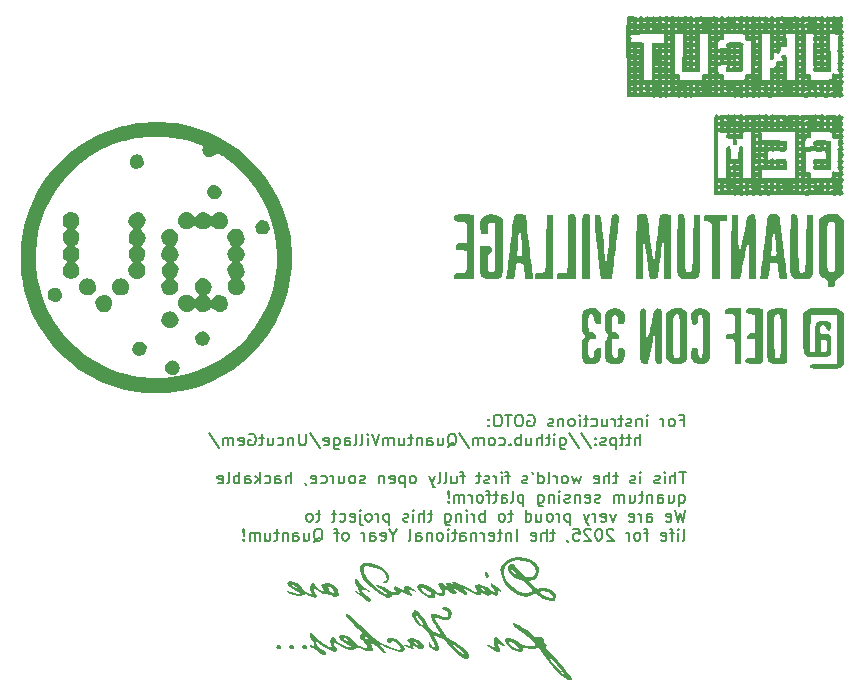
<source format=gbr>
%TF.GenerationSoftware,KiCad,Pcbnew,9.0.0*%
%TF.CreationDate,2025-07-22T11:18:37+01:00*%
%TF.ProjectId,Uncut Gem,556e6375-7420-4476-956d-2e6b69636164,rev?*%
%TF.SameCoordinates,Original*%
%TF.FileFunction,Legend,Bot*%
%TF.FilePolarity,Positive*%
%FSLAX46Y46*%
G04 Gerber Fmt 4.6, Leading zero omitted, Abs format (unit mm)*
G04 Created by KiCad (PCBNEW 9.0.0) date 2025-07-22 11:18:37*
%MOMM*%
%LPD*%
G01*
G04 APERTURE LIST*
%ADD10C,0.150000*%
%ADD11C,0.000000*%
G04 APERTURE END LIST*
D10*
X145729887Y-116186345D02*
X146063220Y-116186345D01*
X146063220Y-116710155D02*
X146063220Y-115710155D01*
X146063220Y-115710155D02*
X145587030Y-115710155D01*
X145063220Y-116710155D02*
X145158458Y-116662536D01*
X145158458Y-116662536D02*
X145206077Y-116614916D01*
X145206077Y-116614916D02*
X145253696Y-116519678D01*
X145253696Y-116519678D02*
X145253696Y-116233964D01*
X145253696Y-116233964D02*
X145206077Y-116138726D01*
X145206077Y-116138726D02*
X145158458Y-116091107D01*
X145158458Y-116091107D02*
X145063220Y-116043488D01*
X145063220Y-116043488D02*
X144920363Y-116043488D01*
X144920363Y-116043488D02*
X144825125Y-116091107D01*
X144825125Y-116091107D02*
X144777506Y-116138726D01*
X144777506Y-116138726D02*
X144729887Y-116233964D01*
X144729887Y-116233964D02*
X144729887Y-116519678D01*
X144729887Y-116519678D02*
X144777506Y-116614916D01*
X144777506Y-116614916D02*
X144825125Y-116662536D01*
X144825125Y-116662536D02*
X144920363Y-116710155D01*
X144920363Y-116710155D02*
X145063220Y-116710155D01*
X144301315Y-116710155D02*
X144301315Y-116043488D01*
X144301315Y-116233964D02*
X144253696Y-116138726D01*
X144253696Y-116138726D02*
X144206077Y-116091107D01*
X144206077Y-116091107D02*
X144110839Y-116043488D01*
X144110839Y-116043488D02*
X144015601Y-116043488D01*
X142920362Y-116710155D02*
X142920362Y-116043488D01*
X142920362Y-115710155D02*
X142967981Y-115757774D01*
X142967981Y-115757774D02*
X142920362Y-115805393D01*
X142920362Y-115805393D02*
X142872743Y-115757774D01*
X142872743Y-115757774D02*
X142920362Y-115710155D01*
X142920362Y-115710155D02*
X142920362Y-115805393D01*
X142444172Y-116043488D02*
X142444172Y-116710155D01*
X142444172Y-116138726D02*
X142396553Y-116091107D01*
X142396553Y-116091107D02*
X142301315Y-116043488D01*
X142301315Y-116043488D02*
X142158458Y-116043488D01*
X142158458Y-116043488D02*
X142063220Y-116091107D01*
X142063220Y-116091107D02*
X142015601Y-116186345D01*
X142015601Y-116186345D02*
X142015601Y-116710155D01*
X141587029Y-116662536D02*
X141491791Y-116710155D01*
X141491791Y-116710155D02*
X141301315Y-116710155D01*
X141301315Y-116710155D02*
X141206077Y-116662536D01*
X141206077Y-116662536D02*
X141158458Y-116567297D01*
X141158458Y-116567297D02*
X141158458Y-116519678D01*
X141158458Y-116519678D02*
X141206077Y-116424440D01*
X141206077Y-116424440D02*
X141301315Y-116376821D01*
X141301315Y-116376821D02*
X141444172Y-116376821D01*
X141444172Y-116376821D02*
X141539410Y-116329202D01*
X141539410Y-116329202D02*
X141587029Y-116233964D01*
X141587029Y-116233964D02*
X141587029Y-116186345D01*
X141587029Y-116186345D02*
X141539410Y-116091107D01*
X141539410Y-116091107D02*
X141444172Y-116043488D01*
X141444172Y-116043488D02*
X141301315Y-116043488D01*
X141301315Y-116043488D02*
X141206077Y-116091107D01*
X140872743Y-116043488D02*
X140491791Y-116043488D01*
X140729886Y-115710155D02*
X140729886Y-116567297D01*
X140729886Y-116567297D02*
X140682267Y-116662536D01*
X140682267Y-116662536D02*
X140587029Y-116710155D01*
X140587029Y-116710155D02*
X140491791Y-116710155D01*
X140158457Y-116710155D02*
X140158457Y-116043488D01*
X140158457Y-116233964D02*
X140110838Y-116138726D01*
X140110838Y-116138726D02*
X140063219Y-116091107D01*
X140063219Y-116091107D02*
X139967981Y-116043488D01*
X139967981Y-116043488D02*
X139872743Y-116043488D01*
X139110838Y-116043488D02*
X139110838Y-116710155D01*
X139539409Y-116043488D02*
X139539409Y-116567297D01*
X139539409Y-116567297D02*
X139491790Y-116662536D01*
X139491790Y-116662536D02*
X139396552Y-116710155D01*
X139396552Y-116710155D02*
X139253695Y-116710155D01*
X139253695Y-116710155D02*
X139158457Y-116662536D01*
X139158457Y-116662536D02*
X139110838Y-116614916D01*
X138206076Y-116662536D02*
X138301314Y-116710155D01*
X138301314Y-116710155D02*
X138491790Y-116710155D01*
X138491790Y-116710155D02*
X138587028Y-116662536D01*
X138587028Y-116662536D02*
X138634647Y-116614916D01*
X138634647Y-116614916D02*
X138682266Y-116519678D01*
X138682266Y-116519678D02*
X138682266Y-116233964D01*
X138682266Y-116233964D02*
X138634647Y-116138726D01*
X138634647Y-116138726D02*
X138587028Y-116091107D01*
X138587028Y-116091107D02*
X138491790Y-116043488D01*
X138491790Y-116043488D02*
X138301314Y-116043488D01*
X138301314Y-116043488D02*
X138206076Y-116091107D01*
X137920361Y-116043488D02*
X137539409Y-116043488D01*
X137777504Y-115710155D02*
X137777504Y-116567297D01*
X137777504Y-116567297D02*
X137729885Y-116662536D01*
X137729885Y-116662536D02*
X137634647Y-116710155D01*
X137634647Y-116710155D02*
X137539409Y-116710155D01*
X137206075Y-116710155D02*
X137206075Y-116043488D01*
X137206075Y-115710155D02*
X137253694Y-115757774D01*
X137253694Y-115757774D02*
X137206075Y-115805393D01*
X137206075Y-115805393D02*
X137158456Y-115757774D01*
X137158456Y-115757774D02*
X137206075Y-115710155D01*
X137206075Y-115710155D02*
X137206075Y-115805393D01*
X136587028Y-116710155D02*
X136682266Y-116662536D01*
X136682266Y-116662536D02*
X136729885Y-116614916D01*
X136729885Y-116614916D02*
X136777504Y-116519678D01*
X136777504Y-116519678D02*
X136777504Y-116233964D01*
X136777504Y-116233964D02*
X136729885Y-116138726D01*
X136729885Y-116138726D02*
X136682266Y-116091107D01*
X136682266Y-116091107D02*
X136587028Y-116043488D01*
X136587028Y-116043488D02*
X136444171Y-116043488D01*
X136444171Y-116043488D02*
X136348933Y-116091107D01*
X136348933Y-116091107D02*
X136301314Y-116138726D01*
X136301314Y-116138726D02*
X136253695Y-116233964D01*
X136253695Y-116233964D02*
X136253695Y-116519678D01*
X136253695Y-116519678D02*
X136301314Y-116614916D01*
X136301314Y-116614916D02*
X136348933Y-116662536D01*
X136348933Y-116662536D02*
X136444171Y-116710155D01*
X136444171Y-116710155D02*
X136587028Y-116710155D01*
X135825123Y-116043488D02*
X135825123Y-116710155D01*
X135825123Y-116138726D02*
X135777504Y-116091107D01*
X135777504Y-116091107D02*
X135682266Y-116043488D01*
X135682266Y-116043488D02*
X135539409Y-116043488D01*
X135539409Y-116043488D02*
X135444171Y-116091107D01*
X135444171Y-116091107D02*
X135396552Y-116186345D01*
X135396552Y-116186345D02*
X135396552Y-116710155D01*
X134967980Y-116662536D02*
X134872742Y-116710155D01*
X134872742Y-116710155D02*
X134682266Y-116710155D01*
X134682266Y-116710155D02*
X134587028Y-116662536D01*
X134587028Y-116662536D02*
X134539409Y-116567297D01*
X134539409Y-116567297D02*
X134539409Y-116519678D01*
X134539409Y-116519678D02*
X134587028Y-116424440D01*
X134587028Y-116424440D02*
X134682266Y-116376821D01*
X134682266Y-116376821D02*
X134825123Y-116376821D01*
X134825123Y-116376821D02*
X134920361Y-116329202D01*
X134920361Y-116329202D02*
X134967980Y-116233964D01*
X134967980Y-116233964D02*
X134967980Y-116186345D01*
X134967980Y-116186345D02*
X134920361Y-116091107D01*
X134920361Y-116091107D02*
X134825123Y-116043488D01*
X134825123Y-116043488D02*
X134682266Y-116043488D01*
X134682266Y-116043488D02*
X134587028Y-116091107D01*
X132825123Y-115757774D02*
X132920361Y-115710155D01*
X132920361Y-115710155D02*
X133063218Y-115710155D01*
X133063218Y-115710155D02*
X133206075Y-115757774D01*
X133206075Y-115757774D02*
X133301313Y-115853012D01*
X133301313Y-115853012D02*
X133348932Y-115948250D01*
X133348932Y-115948250D02*
X133396551Y-116138726D01*
X133396551Y-116138726D02*
X133396551Y-116281583D01*
X133396551Y-116281583D02*
X133348932Y-116472059D01*
X133348932Y-116472059D02*
X133301313Y-116567297D01*
X133301313Y-116567297D02*
X133206075Y-116662536D01*
X133206075Y-116662536D02*
X133063218Y-116710155D01*
X133063218Y-116710155D02*
X132967980Y-116710155D01*
X132967980Y-116710155D02*
X132825123Y-116662536D01*
X132825123Y-116662536D02*
X132777504Y-116614916D01*
X132777504Y-116614916D02*
X132777504Y-116281583D01*
X132777504Y-116281583D02*
X132967980Y-116281583D01*
X132158456Y-115710155D02*
X131967980Y-115710155D01*
X131967980Y-115710155D02*
X131872742Y-115757774D01*
X131872742Y-115757774D02*
X131777504Y-115853012D01*
X131777504Y-115853012D02*
X131729885Y-116043488D01*
X131729885Y-116043488D02*
X131729885Y-116376821D01*
X131729885Y-116376821D02*
X131777504Y-116567297D01*
X131777504Y-116567297D02*
X131872742Y-116662536D01*
X131872742Y-116662536D02*
X131967980Y-116710155D01*
X131967980Y-116710155D02*
X132158456Y-116710155D01*
X132158456Y-116710155D02*
X132253694Y-116662536D01*
X132253694Y-116662536D02*
X132348932Y-116567297D01*
X132348932Y-116567297D02*
X132396551Y-116376821D01*
X132396551Y-116376821D02*
X132396551Y-116043488D01*
X132396551Y-116043488D02*
X132348932Y-115853012D01*
X132348932Y-115853012D02*
X132253694Y-115757774D01*
X132253694Y-115757774D02*
X132158456Y-115710155D01*
X131444170Y-115710155D02*
X130872742Y-115710155D01*
X131158456Y-116710155D02*
X131158456Y-115710155D01*
X130348932Y-115710155D02*
X130158456Y-115710155D01*
X130158456Y-115710155D02*
X130063218Y-115757774D01*
X130063218Y-115757774D02*
X129967980Y-115853012D01*
X129967980Y-115853012D02*
X129920361Y-116043488D01*
X129920361Y-116043488D02*
X129920361Y-116376821D01*
X129920361Y-116376821D02*
X129967980Y-116567297D01*
X129967980Y-116567297D02*
X130063218Y-116662536D01*
X130063218Y-116662536D02*
X130158456Y-116710155D01*
X130158456Y-116710155D02*
X130348932Y-116710155D01*
X130348932Y-116710155D02*
X130444170Y-116662536D01*
X130444170Y-116662536D02*
X130539408Y-116567297D01*
X130539408Y-116567297D02*
X130587027Y-116376821D01*
X130587027Y-116376821D02*
X130587027Y-116043488D01*
X130587027Y-116043488D02*
X130539408Y-115853012D01*
X130539408Y-115853012D02*
X130444170Y-115757774D01*
X130444170Y-115757774D02*
X130348932Y-115710155D01*
X129491789Y-116614916D02*
X129444170Y-116662536D01*
X129444170Y-116662536D02*
X129491789Y-116710155D01*
X129491789Y-116710155D02*
X129539408Y-116662536D01*
X129539408Y-116662536D02*
X129491789Y-116614916D01*
X129491789Y-116614916D02*
X129491789Y-116710155D01*
X129491789Y-116091107D02*
X129444170Y-116138726D01*
X129444170Y-116138726D02*
X129491789Y-116186345D01*
X129491789Y-116186345D02*
X129539408Y-116138726D01*
X129539408Y-116138726D02*
X129491789Y-116091107D01*
X129491789Y-116091107D02*
X129491789Y-116186345D01*
X142301316Y-118320099D02*
X142301316Y-117320099D01*
X141872745Y-118320099D02*
X141872745Y-117796289D01*
X141872745Y-117796289D02*
X141920364Y-117701051D01*
X141920364Y-117701051D02*
X142015602Y-117653432D01*
X142015602Y-117653432D02*
X142158459Y-117653432D01*
X142158459Y-117653432D02*
X142253697Y-117701051D01*
X142253697Y-117701051D02*
X142301316Y-117748670D01*
X141539411Y-117653432D02*
X141158459Y-117653432D01*
X141396554Y-117320099D02*
X141396554Y-118177241D01*
X141396554Y-118177241D02*
X141348935Y-118272480D01*
X141348935Y-118272480D02*
X141253697Y-118320099D01*
X141253697Y-118320099D02*
X141158459Y-118320099D01*
X140967982Y-117653432D02*
X140587030Y-117653432D01*
X140825125Y-117320099D02*
X140825125Y-118177241D01*
X140825125Y-118177241D02*
X140777506Y-118272480D01*
X140777506Y-118272480D02*
X140682268Y-118320099D01*
X140682268Y-118320099D02*
X140587030Y-118320099D01*
X140253696Y-117653432D02*
X140253696Y-118653432D01*
X140253696Y-117701051D02*
X140158458Y-117653432D01*
X140158458Y-117653432D02*
X139967982Y-117653432D01*
X139967982Y-117653432D02*
X139872744Y-117701051D01*
X139872744Y-117701051D02*
X139825125Y-117748670D01*
X139825125Y-117748670D02*
X139777506Y-117843908D01*
X139777506Y-117843908D02*
X139777506Y-118129622D01*
X139777506Y-118129622D02*
X139825125Y-118224860D01*
X139825125Y-118224860D02*
X139872744Y-118272480D01*
X139872744Y-118272480D02*
X139967982Y-118320099D01*
X139967982Y-118320099D02*
X140158458Y-118320099D01*
X140158458Y-118320099D02*
X140253696Y-118272480D01*
X139396553Y-118272480D02*
X139301315Y-118320099D01*
X139301315Y-118320099D02*
X139110839Y-118320099D01*
X139110839Y-118320099D02*
X139015601Y-118272480D01*
X139015601Y-118272480D02*
X138967982Y-118177241D01*
X138967982Y-118177241D02*
X138967982Y-118129622D01*
X138967982Y-118129622D02*
X139015601Y-118034384D01*
X139015601Y-118034384D02*
X139110839Y-117986765D01*
X139110839Y-117986765D02*
X139253696Y-117986765D01*
X139253696Y-117986765D02*
X139348934Y-117939146D01*
X139348934Y-117939146D02*
X139396553Y-117843908D01*
X139396553Y-117843908D02*
X139396553Y-117796289D01*
X139396553Y-117796289D02*
X139348934Y-117701051D01*
X139348934Y-117701051D02*
X139253696Y-117653432D01*
X139253696Y-117653432D02*
X139110839Y-117653432D01*
X139110839Y-117653432D02*
X139015601Y-117701051D01*
X138539410Y-118224860D02*
X138491791Y-118272480D01*
X138491791Y-118272480D02*
X138539410Y-118320099D01*
X138539410Y-118320099D02*
X138587029Y-118272480D01*
X138587029Y-118272480D02*
X138539410Y-118224860D01*
X138539410Y-118224860D02*
X138539410Y-118320099D01*
X138539410Y-117701051D02*
X138491791Y-117748670D01*
X138491791Y-117748670D02*
X138539410Y-117796289D01*
X138539410Y-117796289D02*
X138587029Y-117748670D01*
X138587029Y-117748670D02*
X138539410Y-117701051D01*
X138539410Y-117701051D02*
X138539410Y-117796289D01*
X137348935Y-117272480D02*
X138206077Y-118558194D01*
X136301316Y-117272480D02*
X137158458Y-118558194D01*
X135539411Y-117653432D02*
X135539411Y-118462956D01*
X135539411Y-118462956D02*
X135587030Y-118558194D01*
X135587030Y-118558194D02*
X135634649Y-118605813D01*
X135634649Y-118605813D02*
X135729887Y-118653432D01*
X135729887Y-118653432D02*
X135872744Y-118653432D01*
X135872744Y-118653432D02*
X135967982Y-118605813D01*
X135539411Y-118272480D02*
X135634649Y-118320099D01*
X135634649Y-118320099D02*
X135825125Y-118320099D01*
X135825125Y-118320099D02*
X135920363Y-118272480D01*
X135920363Y-118272480D02*
X135967982Y-118224860D01*
X135967982Y-118224860D02*
X136015601Y-118129622D01*
X136015601Y-118129622D02*
X136015601Y-117843908D01*
X136015601Y-117843908D02*
X135967982Y-117748670D01*
X135967982Y-117748670D02*
X135920363Y-117701051D01*
X135920363Y-117701051D02*
X135825125Y-117653432D01*
X135825125Y-117653432D02*
X135634649Y-117653432D01*
X135634649Y-117653432D02*
X135539411Y-117701051D01*
X135063220Y-118320099D02*
X135063220Y-117653432D01*
X135063220Y-117320099D02*
X135110839Y-117367718D01*
X135110839Y-117367718D02*
X135063220Y-117415337D01*
X135063220Y-117415337D02*
X135015601Y-117367718D01*
X135015601Y-117367718D02*
X135063220Y-117320099D01*
X135063220Y-117320099D02*
X135063220Y-117415337D01*
X134729887Y-117653432D02*
X134348935Y-117653432D01*
X134587030Y-117320099D02*
X134587030Y-118177241D01*
X134587030Y-118177241D02*
X134539411Y-118272480D01*
X134539411Y-118272480D02*
X134444173Y-118320099D01*
X134444173Y-118320099D02*
X134348935Y-118320099D01*
X134015601Y-118320099D02*
X134015601Y-117320099D01*
X133587030Y-118320099D02*
X133587030Y-117796289D01*
X133587030Y-117796289D02*
X133634649Y-117701051D01*
X133634649Y-117701051D02*
X133729887Y-117653432D01*
X133729887Y-117653432D02*
X133872744Y-117653432D01*
X133872744Y-117653432D02*
X133967982Y-117701051D01*
X133967982Y-117701051D02*
X134015601Y-117748670D01*
X132682268Y-117653432D02*
X132682268Y-118320099D01*
X133110839Y-117653432D02*
X133110839Y-118177241D01*
X133110839Y-118177241D02*
X133063220Y-118272480D01*
X133063220Y-118272480D02*
X132967982Y-118320099D01*
X132967982Y-118320099D02*
X132825125Y-118320099D01*
X132825125Y-118320099D02*
X132729887Y-118272480D01*
X132729887Y-118272480D02*
X132682268Y-118224860D01*
X132206077Y-118320099D02*
X132206077Y-117320099D01*
X132206077Y-117701051D02*
X132110839Y-117653432D01*
X132110839Y-117653432D02*
X131920363Y-117653432D01*
X131920363Y-117653432D02*
X131825125Y-117701051D01*
X131825125Y-117701051D02*
X131777506Y-117748670D01*
X131777506Y-117748670D02*
X131729887Y-117843908D01*
X131729887Y-117843908D02*
X131729887Y-118129622D01*
X131729887Y-118129622D02*
X131777506Y-118224860D01*
X131777506Y-118224860D02*
X131825125Y-118272480D01*
X131825125Y-118272480D02*
X131920363Y-118320099D01*
X131920363Y-118320099D02*
X132110839Y-118320099D01*
X132110839Y-118320099D02*
X132206077Y-118272480D01*
X131301315Y-118224860D02*
X131253696Y-118272480D01*
X131253696Y-118272480D02*
X131301315Y-118320099D01*
X131301315Y-118320099D02*
X131348934Y-118272480D01*
X131348934Y-118272480D02*
X131301315Y-118224860D01*
X131301315Y-118224860D02*
X131301315Y-118320099D01*
X130396554Y-118272480D02*
X130491792Y-118320099D01*
X130491792Y-118320099D02*
X130682268Y-118320099D01*
X130682268Y-118320099D02*
X130777506Y-118272480D01*
X130777506Y-118272480D02*
X130825125Y-118224860D01*
X130825125Y-118224860D02*
X130872744Y-118129622D01*
X130872744Y-118129622D02*
X130872744Y-117843908D01*
X130872744Y-117843908D02*
X130825125Y-117748670D01*
X130825125Y-117748670D02*
X130777506Y-117701051D01*
X130777506Y-117701051D02*
X130682268Y-117653432D01*
X130682268Y-117653432D02*
X130491792Y-117653432D01*
X130491792Y-117653432D02*
X130396554Y-117701051D01*
X129825125Y-118320099D02*
X129920363Y-118272480D01*
X129920363Y-118272480D02*
X129967982Y-118224860D01*
X129967982Y-118224860D02*
X130015601Y-118129622D01*
X130015601Y-118129622D02*
X130015601Y-117843908D01*
X130015601Y-117843908D02*
X129967982Y-117748670D01*
X129967982Y-117748670D02*
X129920363Y-117701051D01*
X129920363Y-117701051D02*
X129825125Y-117653432D01*
X129825125Y-117653432D02*
X129682268Y-117653432D01*
X129682268Y-117653432D02*
X129587030Y-117701051D01*
X129587030Y-117701051D02*
X129539411Y-117748670D01*
X129539411Y-117748670D02*
X129491792Y-117843908D01*
X129491792Y-117843908D02*
X129491792Y-118129622D01*
X129491792Y-118129622D02*
X129539411Y-118224860D01*
X129539411Y-118224860D02*
X129587030Y-118272480D01*
X129587030Y-118272480D02*
X129682268Y-118320099D01*
X129682268Y-118320099D02*
X129825125Y-118320099D01*
X129063220Y-118320099D02*
X129063220Y-117653432D01*
X129063220Y-117748670D02*
X129015601Y-117701051D01*
X129015601Y-117701051D02*
X128920363Y-117653432D01*
X128920363Y-117653432D02*
X128777506Y-117653432D01*
X128777506Y-117653432D02*
X128682268Y-117701051D01*
X128682268Y-117701051D02*
X128634649Y-117796289D01*
X128634649Y-117796289D02*
X128634649Y-118320099D01*
X128634649Y-117796289D02*
X128587030Y-117701051D01*
X128587030Y-117701051D02*
X128491792Y-117653432D01*
X128491792Y-117653432D02*
X128348935Y-117653432D01*
X128348935Y-117653432D02*
X128253696Y-117701051D01*
X128253696Y-117701051D02*
X128206077Y-117796289D01*
X128206077Y-117796289D02*
X128206077Y-118320099D01*
X127015602Y-117272480D02*
X127872744Y-118558194D01*
X126015602Y-118415337D02*
X126110840Y-118367718D01*
X126110840Y-118367718D02*
X126206078Y-118272480D01*
X126206078Y-118272480D02*
X126348935Y-118129622D01*
X126348935Y-118129622D02*
X126444173Y-118082003D01*
X126444173Y-118082003D02*
X126539411Y-118082003D01*
X126491792Y-118320099D02*
X126587030Y-118272480D01*
X126587030Y-118272480D02*
X126682268Y-118177241D01*
X126682268Y-118177241D02*
X126729887Y-117986765D01*
X126729887Y-117986765D02*
X126729887Y-117653432D01*
X126729887Y-117653432D02*
X126682268Y-117462956D01*
X126682268Y-117462956D02*
X126587030Y-117367718D01*
X126587030Y-117367718D02*
X126491792Y-117320099D01*
X126491792Y-117320099D02*
X126301316Y-117320099D01*
X126301316Y-117320099D02*
X126206078Y-117367718D01*
X126206078Y-117367718D02*
X126110840Y-117462956D01*
X126110840Y-117462956D02*
X126063221Y-117653432D01*
X126063221Y-117653432D02*
X126063221Y-117986765D01*
X126063221Y-117986765D02*
X126110840Y-118177241D01*
X126110840Y-118177241D02*
X126206078Y-118272480D01*
X126206078Y-118272480D02*
X126301316Y-118320099D01*
X126301316Y-118320099D02*
X126491792Y-118320099D01*
X125206078Y-117653432D02*
X125206078Y-118320099D01*
X125634649Y-117653432D02*
X125634649Y-118177241D01*
X125634649Y-118177241D02*
X125587030Y-118272480D01*
X125587030Y-118272480D02*
X125491792Y-118320099D01*
X125491792Y-118320099D02*
X125348935Y-118320099D01*
X125348935Y-118320099D02*
X125253697Y-118272480D01*
X125253697Y-118272480D02*
X125206078Y-118224860D01*
X124301316Y-118320099D02*
X124301316Y-117796289D01*
X124301316Y-117796289D02*
X124348935Y-117701051D01*
X124348935Y-117701051D02*
X124444173Y-117653432D01*
X124444173Y-117653432D02*
X124634649Y-117653432D01*
X124634649Y-117653432D02*
X124729887Y-117701051D01*
X124301316Y-118272480D02*
X124396554Y-118320099D01*
X124396554Y-118320099D02*
X124634649Y-118320099D01*
X124634649Y-118320099D02*
X124729887Y-118272480D01*
X124729887Y-118272480D02*
X124777506Y-118177241D01*
X124777506Y-118177241D02*
X124777506Y-118082003D01*
X124777506Y-118082003D02*
X124729887Y-117986765D01*
X124729887Y-117986765D02*
X124634649Y-117939146D01*
X124634649Y-117939146D02*
X124396554Y-117939146D01*
X124396554Y-117939146D02*
X124301316Y-117891527D01*
X123825125Y-117653432D02*
X123825125Y-118320099D01*
X123825125Y-117748670D02*
X123777506Y-117701051D01*
X123777506Y-117701051D02*
X123682268Y-117653432D01*
X123682268Y-117653432D02*
X123539411Y-117653432D01*
X123539411Y-117653432D02*
X123444173Y-117701051D01*
X123444173Y-117701051D02*
X123396554Y-117796289D01*
X123396554Y-117796289D02*
X123396554Y-118320099D01*
X123063220Y-117653432D02*
X122682268Y-117653432D01*
X122920363Y-117320099D02*
X122920363Y-118177241D01*
X122920363Y-118177241D02*
X122872744Y-118272480D01*
X122872744Y-118272480D02*
X122777506Y-118320099D01*
X122777506Y-118320099D02*
X122682268Y-118320099D01*
X121920363Y-117653432D02*
X121920363Y-118320099D01*
X122348934Y-117653432D02*
X122348934Y-118177241D01*
X122348934Y-118177241D02*
X122301315Y-118272480D01*
X122301315Y-118272480D02*
X122206077Y-118320099D01*
X122206077Y-118320099D02*
X122063220Y-118320099D01*
X122063220Y-118320099D02*
X121967982Y-118272480D01*
X121967982Y-118272480D02*
X121920363Y-118224860D01*
X121444172Y-118320099D02*
X121444172Y-117653432D01*
X121444172Y-117748670D02*
X121396553Y-117701051D01*
X121396553Y-117701051D02*
X121301315Y-117653432D01*
X121301315Y-117653432D02*
X121158458Y-117653432D01*
X121158458Y-117653432D02*
X121063220Y-117701051D01*
X121063220Y-117701051D02*
X121015601Y-117796289D01*
X121015601Y-117796289D02*
X121015601Y-118320099D01*
X121015601Y-117796289D02*
X120967982Y-117701051D01*
X120967982Y-117701051D02*
X120872744Y-117653432D01*
X120872744Y-117653432D02*
X120729887Y-117653432D01*
X120729887Y-117653432D02*
X120634648Y-117701051D01*
X120634648Y-117701051D02*
X120587029Y-117796289D01*
X120587029Y-117796289D02*
X120587029Y-118320099D01*
X120253696Y-117320099D02*
X119920363Y-118320099D01*
X119920363Y-118320099D02*
X119587030Y-117320099D01*
X119253696Y-118320099D02*
X119253696Y-117653432D01*
X119253696Y-117320099D02*
X119301315Y-117367718D01*
X119301315Y-117367718D02*
X119253696Y-117415337D01*
X119253696Y-117415337D02*
X119206077Y-117367718D01*
X119206077Y-117367718D02*
X119253696Y-117320099D01*
X119253696Y-117320099D02*
X119253696Y-117415337D01*
X118634649Y-118320099D02*
X118729887Y-118272480D01*
X118729887Y-118272480D02*
X118777506Y-118177241D01*
X118777506Y-118177241D02*
X118777506Y-117320099D01*
X118110839Y-118320099D02*
X118206077Y-118272480D01*
X118206077Y-118272480D02*
X118253696Y-118177241D01*
X118253696Y-118177241D02*
X118253696Y-117320099D01*
X117301315Y-118320099D02*
X117301315Y-117796289D01*
X117301315Y-117796289D02*
X117348934Y-117701051D01*
X117348934Y-117701051D02*
X117444172Y-117653432D01*
X117444172Y-117653432D02*
X117634648Y-117653432D01*
X117634648Y-117653432D02*
X117729886Y-117701051D01*
X117301315Y-118272480D02*
X117396553Y-118320099D01*
X117396553Y-118320099D02*
X117634648Y-118320099D01*
X117634648Y-118320099D02*
X117729886Y-118272480D01*
X117729886Y-118272480D02*
X117777505Y-118177241D01*
X117777505Y-118177241D02*
X117777505Y-118082003D01*
X117777505Y-118082003D02*
X117729886Y-117986765D01*
X117729886Y-117986765D02*
X117634648Y-117939146D01*
X117634648Y-117939146D02*
X117396553Y-117939146D01*
X117396553Y-117939146D02*
X117301315Y-117891527D01*
X116396553Y-117653432D02*
X116396553Y-118462956D01*
X116396553Y-118462956D02*
X116444172Y-118558194D01*
X116444172Y-118558194D02*
X116491791Y-118605813D01*
X116491791Y-118605813D02*
X116587029Y-118653432D01*
X116587029Y-118653432D02*
X116729886Y-118653432D01*
X116729886Y-118653432D02*
X116825124Y-118605813D01*
X116396553Y-118272480D02*
X116491791Y-118320099D01*
X116491791Y-118320099D02*
X116682267Y-118320099D01*
X116682267Y-118320099D02*
X116777505Y-118272480D01*
X116777505Y-118272480D02*
X116825124Y-118224860D01*
X116825124Y-118224860D02*
X116872743Y-118129622D01*
X116872743Y-118129622D02*
X116872743Y-117843908D01*
X116872743Y-117843908D02*
X116825124Y-117748670D01*
X116825124Y-117748670D02*
X116777505Y-117701051D01*
X116777505Y-117701051D02*
X116682267Y-117653432D01*
X116682267Y-117653432D02*
X116491791Y-117653432D01*
X116491791Y-117653432D02*
X116396553Y-117701051D01*
X115539410Y-118272480D02*
X115634648Y-118320099D01*
X115634648Y-118320099D02*
X115825124Y-118320099D01*
X115825124Y-118320099D02*
X115920362Y-118272480D01*
X115920362Y-118272480D02*
X115967981Y-118177241D01*
X115967981Y-118177241D02*
X115967981Y-117796289D01*
X115967981Y-117796289D02*
X115920362Y-117701051D01*
X115920362Y-117701051D02*
X115825124Y-117653432D01*
X115825124Y-117653432D02*
X115634648Y-117653432D01*
X115634648Y-117653432D02*
X115539410Y-117701051D01*
X115539410Y-117701051D02*
X115491791Y-117796289D01*
X115491791Y-117796289D02*
X115491791Y-117891527D01*
X115491791Y-117891527D02*
X115967981Y-117986765D01*
X114348934Y-117272480D02*
X115206076Y-118558194D01*
X114015600Y-117320099D02*
X114015600Y-118129622D01*
X114015600Y-118129622D02*
X113967981Y-118224860D01*
X113967981Y-118224860D02*
X113920362Y-118272480D01*
X113920362Y-118272480D02*
X113825124Y-118320099D01*
X113825124Y-118320099D02*
X113634648Y-118320099D01*
X113634648Y-118320099D02*
X113539410Y-118272480D01*
X113539410Y-118272480D02*
X113491791Y-118224860D01*
X113491791Y-118224860D02*
X113444172Y-118129622D01*
X113444172Y-118129622D02*
X113444172Y-117320099D01*
X112967981Y-117653432D02*
X112967981Y-118320099D01*
X112967981Y-117748670D02*
X112920362Y-117701051D01*
X112920362Y-117701051D02*
X112825124Y-117653432D01*
X112825124Y-117653432D02*
X112682267Y-117653432D01*
X112682267Y-117653432D02*
X112587029Y-117701051D01*
X112587029Y-117701051D02*
X112539410Y-117796289D01*
X112539410Y-117796289D02*
X112539410Y-118320099D01*
X111634648Y-118272480D02*
X111729886Y-118320099D01*
X111729886Y-118320099D02*
X111920362Y-118320099D01*
X111920362Y-118320099D02*
X112015600Y-118272480D01*
X112015600Y-118272480D02*
X112063219Y-118224860D01*
X112063219Y-118224860D02*
X112110838Y-118129622D01*
X112110838Y-118129622D02*
X112110838Y-117843908D01*
X112110838Y-117843908D02*
X112063219Y-117748670D01*
X112063219Y-117748670D02*
X112015600Y-117701051D01*
X112015600Y-117701051D02*
X111920362Y-117653432D01*
X111920362Y-117653432D02*
X111729886Y-117653432D01*
X111729886Y-117653432D02*
X111634648Y-117701051D01*
X110777505Y-117653432D02*
X110777505Y-118320099D01*
X111206076Y-117653432D02*
X111206076Y-118177241D01*
X111206076Y-118177241D02*
X111158457Y-118272480D01*
X111158457Y-118272480D02*
X111063219Y-118320099D01*
X111063219Y-118320099D02*
X110920362Y-118320099D01*
X110920362Y-118320099D02*
X110825124Y-118272480D01*
X110825124Y-118272480D02*
X110777505Y-118224860D01*
X110444171Y-117653432D02*
X110063219Y-117653432D01*
X110301314Y-117320099D02*
X110301314Y-118177241D01*
X110301314Y-118177241D02*
X110253695Y-118272480D01*
X110253695Y-118272480D02*
X110158457Y-118320099D01*
X110158457Y-118320099D02*
X110063219Y-118320099D01*
X109206076Y-117367718D02*
X109301314Y-117320099D01*
X109301314Y-117320099D02*
X109444171Y-117320099D01*
X109444171Y-117320099D02*
X109587028Y-117367718D01*
X109587028Y-117367718D02*
X109682266Y-117462956D01*
X109682266Y-117462956D02*
X109729885Y-117558194D01*
X109729885Y-117558194D02*
X109777504Y-117748670D01*
X109777504Y-117748670D02*
X109777504Y-117891527D01*
X109777504Y-117891527D02*
X109729885Y-118082003D01*
X109729885Y-118082003D02*
X109682266Y-118177241D01*
X109682266Y-118177241D02*
X109587028Y-118272480D01*
X109587028Y-118272480D02*
X109444171Y-118320099D01*
X109444171Y-118320099D02*
X109348933Y-118320099D01*
X109348933Y-118320099D02*
X109206076Y-118272480D01*
X109206076Y-118272480D02*
X109158457Y-118224860D01*
X109158457Y-118224860D02*
X109158457Y-117891527D01*
X109158457Y-117891527D02*
X109348933Y-117891527D01*
X108348933Y-118272480D02*
X108444171Y-118320099D01*
X108444171Y-118320099D02*
X108634647Y-118320099D01*
X108634647Y-118320099D02*
X108729885Y-118272480D01*
X108729885Y-118272480D02*
X108777504Y-118177241D01*
X108777504Y-118177241D02*
X108777504Y-117796289D01*
X108777504Y-117796289D02*
X108729885Y-117701051D01*
X108729885Y-117701051D02*
X108634647Y-117653432D01*
X108634647Y-117653432D02*
X108444171Y-117653432D01*
X108444171Y-117653432D02*
X108348933Y-117701051D01*
X108348933Y-117701051D02*
X108301314Y-117796289D01*
X108301314Y-117796289D02*
X108301314Y-117891527D01*
X108301314Y-117891527D02*
X108777504Y-117986765D01*
X107872742Y-118320099D02*
X107872742Y-117653432D01*
X107872742Y-117748670D02*
X107825123Y-117701051D01*
X107825123Y-117701051D02*
X107729885Y-117653432D01*
X107729885Y-117653432D02*
X107587028Y-117653432D01*
X107587028Y-117653432D02*
X107491790Y-117701051D01*
X107491790Y-117701051D02*
X107444171Y-117796289D01*
X107444171Y-117796289D02*
X107444171Y-118320099D01*
X107444171Y-117796289D02*
X107396552Y-117701051D01*
X107396552Y-117701051D02*
X107301314Y-117653432D01*
X107301314Y-117653432D02*
X107158457Y-117653432D01*
X107158457Y-117653432D02*
X107063218Y-117701051D01*
X107063218Y-117701051D02*
X107015599Y-117796289D01*
X107015599Y-117796289D02*
X107015599Y-118320099D01*
X105825124Y-117272480D02*
X106682266Y-118558194D01*
X146206077Y-120539987D02*
X145634649Y-120539987D01*
X145920363Y-121539987D02*
X145920363Y-120539987D01*
X145301315Y-121539987D02*
X145301315Y-120539987D01*
X144872744Y-121539987D02*
X144872744Y-121016177D01*
X144872744Y-121016177D02*
X144920363Y-120920939D01*
X144920363Y-120920939D02*
X145015601Y-120873320D01*
X145015601Y-120873320D02*
X145158458Y-120873320D01*
X145158458Y-120873320D02*
X145253696Y-120920939D01*
X145253696Y-120920939D02*
X145301315Y-120968558D01*
X144396553Y-121539987D02*
X144396553Y-120873320D01*
X144396553Y-120539987D02*
X144444172Y-120587606D01*
X144444172Y-120587606D02*
X144396553Y-120635225D01*
X144396553Y-120635225D02*
X144348934Y-120587606D01*
X144348934Y-120587606D02*
X144396553Y-120539987D01*
X144396553Y-120539987D02*
X144396553Y-120635225D01*
X143967982Y-121492368D02*
X143872744Y-121539987D01*
X143872744Y-121539987D02*
X143682268Y-121539987D01*
X143682268Y-121539987D02*
X143587030Y-121492368D01*
X143587030Y-121492368D02*
X143539411Y-121397129D01*
X143539411Y-121397129D02*
X143539411Y-121349510D01*
X143539411Y-121349510D02*
X143587030Y-121254272D01*
X143587030Y-121254272D02*
X143682268Y-121206653D01*
X143682268Y-121206653D02*
X143825125Y-121206653D01*
X143825125Y-121206653D02*
X143920363Y-121159034D01*
X143920363Y-121159034D02*
X143967982Y-121063796D01*
X143967982Y-121063796D02*
X143967982Y-121016177D01*
X143967982Y-121016177D02*
X143920363Y-120920939D01*
X143920363Y-120920939D02*
X143825125Y-120873320D01*
X143825125Y-120873320D02*
X143682268Y-120873320D01*
X143682268Y-120873320D02*
X143587030Y-120920939D01*
X142348934Y-121539987D02*
X142348934Y-120873320D01*
X142348934Y-120539987D02*
X142396553Y-120587606D01*
X142396553Y-120587606D02*
X142348934Y-120635225D01*
X142348934Y-120635225D02*
X142301315Y-120587606D01*
X142301315Y-120587606D02*
X142348934Y-120539987D01*
X142348934Y-120539987D02*
X142348934Y-120635225D01*
X141920363Y-121492368D02*
X141825125Y-121539987D01*
X141825125Y-121539987D02*
X141634649Y-121539987D01*
X141634649Y-121539987D02*
X141539411Y-121492368D01*
X141539411Y-121492368D02*
X141491792Y-121397129D01*
X141491792Y-121397129D02*
X141491792Y-121349510D01*
X141491792Y-121349510D02*
X141539411Y-121254272D01*
X141539411Y-121254272D02*
X141634649Y-121206653D01*
X141634649Y-121206653D02*
X141777506Y-121206653D01*
X141777506Y-121206653D02*
X141872744Y-121159034D01*
X141872744Y-121159034D02*
X141920363Y-121063796D01*
X141920363Y-121063796D02*
X141920363Y-121016177D01*
X141920363Y-121016177D02*
X141872744Y-120920939D01*
X141872744Y-120920939D02*
X141777506Y-120873320D01*
X141777506Y-120873320D02*
X141634649Y-120873320D01*
X141634649Y-120873320D02*
X141539411Y-120920939D01*
X140444172Y-120873320D02*
X140063220Y-120873320D01*
X140301315Y-120539987D02*
X140301315Y-121397129D01*
X140301315Y-121397129D02*
X140253696Y-121492368D01*
X140253696Y-121492368D02*
X140158458Y-121539987D01*
X140158458Y-121539987D02*
X140063220Y-121539987D01*
X139729886Y-121539987D02*
X139729886Y-120539987D01*
X139301315Y-121539987D02*
X139301315Y-121016177D01*
X139301315Y-121016177D02*
X139348934Y-120920939D01*
X139348934Y-120920939D02*
X139444172Y-120873320D01*
X139444172Y-120873320D02*
X139587029Y-120873320D01*
X139587029Y-120873320D02*
X139682267Y-120920939D01*
X139682267Y-120920939D02*
X139729886Y-120968558D01*
X138444172Y-121492368D02*
X138539410Y-121539987D01*
X138539410Y-121539987D02*
X138729886Y-121539987D01*
X138729886Y-121539987D02*
X138825124Y-121492368D01*
X138825124Y-121492368D02*
X138872743Y-121397129D01*
X138872743Y-121397129D02*
X138872743Y-121016177D01*
X138872743Y-121016177D02*
X138825124Y-120920939D01*
X138825124Y-120920939D02*
X138729886Y-120873320D01*
X138729886Y-120873320D02*
X138539410Y-120873320D01*
X138539410Y-120873320D02*
X138444172Y-120920939D01*
X138444172Y-120920939D02*
X138396553Y-121016177D01*
X138396553Y-121016177D02*
X138396553Y-121111415D01*
X138396553Y-121111415D02*
X138872743Y-121206653D01*
X137301314Y-120873320D02*
X137110838Y-121539987D01*
X137110838Y-121539987D02*
X136920362Y-121063796D01*
X136920362Y-121063796D02*
X136729886Y-121539987D01*
X136729886Y-121539987D02*
X136539410Y-120873320D01*
X136015600Y-121539987D02*
X136110838Y-121492368D01*
X136110838Y-121492368D02*
X136158457Y-121444748D01*
X136158457Y-121444748D02*
X136206076Y-121349510D01*
X136206076Y-121349510D02*
X136206076Y-121063796D01*
X136206076Y-121063796D02*
X136158457Y-120968558D01*
X136158457Y-120968558D02*
X136110838Y-120920939D01*
X136110838Y-120920939D02*
X136015600Y-120873320D01*
X136015600Y-120873320D02*
X135872743Y-120873320D01*
X135872743Y-120873320D02*
X135777505Y-120920939D01*
X135777505Y-120920939D02*
X135729886Y-120968558D01*
X135729886Y-120968558D02*
X135682267Y-121063796D01*
X135682267Y-121063796D02*
X135682267Y-121349510D01*
X135682267Y-121349510D02*
X135729886Y-121444748D01*
X135729886Y-121444748D02*
X135777505Y-121492368D01*
X135777505Y-121492368D02*
X135872743Y-121539987D01*
X135872743Y-121539987D02*
X136015600Y-121539987D01*
X135253695Y-121539987D02*
X135253695Y-120873320D01*
X135253695Y-121063796D02*
X135206076Y-120968558D01*
X135206076Y-120968558D02*
X135158457Y-120920939D01*
X135158457Y-120920939D02*
X135063219Y-120873320D01*
X135063219Y-120873320D02*
X134967981Y-120873320D01*
X134491790Y-121539987D02*
X134587028Y-121492368D01*
X134587028Y-121492368D02*
X134634647Y-121397129D01*
X134634647Y-121397129D02*
X134634647Y-120539987D01*
X133682266Y-121539987D02*
X133682266Y-120539987D01*
X133682266Y-121492368D02*
X133777504Y-121539987D01*
X133777504Y-121539987D02*
X133967980Y-121539987D01*
X133967980Y-121539987D02*
X134063218Y-121492368D01*
X134063218Y-121492368D02*
X134110837Y-121444748D01*
X134110837Y-121444748D02*
X134158456Y-121349510D01*
X134158456Y-121349510D02*
X134158456Y-121063796D01*
X134158456Y-121063796D02*
X134110837Y-120968558D01*
X134110837Y-120968558D02*
X134063218Y-120920939D01*
X134063218Y-120920939D02*
X133967980Y-120873320D01*
X133967980Y-120873320D02*
X133777504Y-120873320D01*
X133777504Y-120873320D02*
X133682266Y-120920939D01*
X133158456Y-120539987D02*
X133253694Y-120730463D01*
X132777504Y-121492368D02*
X132682266Y-121539987D01*
X132682266Y-121539987D02*
X132491790Y-121539987D01*
X132491790Y-121539987D02*
X132396552Y-121492368D01*
X132396552Y-121492368D02*
X132348933Y-121397129D01*
X132348933Y-121397129D02*
X132348933Y-121349510D01*
X132348933Y-121349510D02*
X132396552Y-121254272D01*
X132396552Y-121254272D02*
X132491790Y-121206653D01*
X132491790Y-121206653D02*
X132634647Y-121206653D01*
X132634647Y-121206653D02*
X132729885Y-121159034D01*
X132729885Y-121159034D02*
X132777504Y-121063796D01*
X132777504Y-121063796D02*
X132777504Y-121016177D01*
X132777504Y-121016177D02*
X132729885Y-120920939D01*
X132729885Y-120920939D02*
X132634647Y-120873320D01*
X132634647Y-120873320D02*
X132491790Y-120873320D01*
X132491790Y-120873320D02*
X132396552Y-120920939D01*
X131301313Y-120873320D02*
X130920361Y-120873320D01*
X131158456Y-121539987D02*
X131158456Y-120682844D01*
X131158456Y-120682844D02*
X131110837Y-120587606D01*
X131110837Y-120587606D02*
X131015599Y-120539987D01*
X131015599Y-120539987D02*
X130920361Y-120539987D01*
X130587027Y-121539987D02*
X130587027Y-120873320D01*
X130587027Y-120539987D02*
X130634646Y-120587606D01*
X130634646Y-120587606D02*
X130587027Y-120635225D01*
X130587027Y-120635225D02*
X130539408Y-120587606D01*
X130539408Y-120587606D02*
X130587027Y-120539987D01*
X130587027Y-120539987D02*
X130587027Y-120635225D01*
X130110837Y-121539987D02*
X130110837Y-120873320D01*
X130110837Y-121063796D02*
X130063218Y-120968558D01*
X130063218Y-120968558D02*
X130015599Y-120920939D01*
X130015599Y-120920939D02*
X129920361Y-120873320D01*
X129920361Y-120873320D02*
X129825123Y-120873320D01*
X129539408Y-121492368D02*
X129444170Y-121539987D01*
X129444170Y-121539987D02*
X129253694Y-121539987D01*
X129253694Y-121539987D02*
X129158456Y-121492368D01*
X129158456Y-121492368D02*
X129110837Y-121397129D01*
X129110837Y-121397129D02*
X129110837Y-121349510D01*
X129110837Y-121349510D02*
X129158456Y-121254272D01*
X129158456Y-121254272D02*
X129253694Y-121206653D01*
X129253694Y-121206653D02*
X129396551Y-121206653D01*
X129396551Y-121206653D02*
X129491789Y-121159034D01*
X129491789Y-121159034D02*
X129539408Y-121063796D01*
X129539408Y-121063796D02*
X129539408Y-121016177D01*
X129539408Y-121016177D02*
X129491789Y-120920939D01*
X129491789Y-120920939D02*
X129396551Y-120873320D01*
X129396551Y-120873320D02*
X129253694Y-120873320D01*
X129253694Y-120873320D02*
X129158456Y-120920939D01*
X128825122Y-120873320D02*
X128444170Y-120873320D01*
X128682265Y-120539987D02*
X128682265Y-121397129D01*
X128682265Y-121397129D02*
X128634646Y-121492368D01*
X128634646Y-121492368D02*
X128539408Y-121539987D01*
X128539408Y-121539987D02*
X128444170Y-121539987D01*
X127491788Y-120873320D02*
X127110836Y-120873320D01*
X127348931Y-121539987D02*
X127348931Y-120682844D01*
X127348931Y-120682844D02*
X127301312Y-120587606D01*
X127301312Y-120587606D02*
X127206074Y-120539987D01*
X127206074Y-120539987D02*
X127110836Y-120539987D01*
X126348931Y-120873320D02*
X126348931Y-121539987D01*
X126777502Y-120873320D02*
X126777502Y-121397129D01*
X126777502Y-121397129D02*
X126729883Y-121492368D01*
X126729883Y-121492368D02*
X126634645Y-121539987D01*
X126634645Y-121539987D02*
X126491788Y-121539987D01*
X126491788Y-121539987D02*
X126396550Y-121492368D01*
X126396550Y-121492368D02*
X126348931Y-121444748D01*
X125729883Y-121539987D02*
X125825121Y-121492368D01*
X125825121Y-121492368D02*
X125872740Y-121397129D01*
X125872740Y-121397129D02*
X125872740Y-120539987D01*
X125206073Y-121539987D02*
X125301311Y-121492368D01*
X125301311Y-121492368D02*
X125348930Y-121397129D01*
X125348930Y-121397129D02*
X125348930Y-120539987D01*
X124920358Y-120873320D02*
X124682263Y-121539987D01*
X124444168Y-120873320D02*
X124682263Y-121539987D01*
X124682263Y-121539987D02*
X124777501Y-121778082D01*
X124777501Y-121778082D02*
X124825120Y-121825701D01*
X124825120Y-121825701D02*
X124920358Y-121873320D01*
X123158453Y-121539987D02*
X123253691Y-121492368D01*
X123253691Y-121492368D02*
X123301310Y-121444748D01*
X123301310Y-121444748D02*
X123348929Y-121349510D01*
X123348929Y-121349510D02*
X123348929Y-121063796D01*
X123348929Y-121063796D02*
X123301310Y-120968558D01*
X123301310Y-120968558D02*
X123253691Y-120920939D01*
X123253691Y-120920939D02*
X123158453Y-120873320D01*
X123158453Y-120873320D02*
X123015596Y-120873320D01*
X123015596Y-120873320D02*
X122920358Y-120920939D01*
X122920358Y-120920939D02*
X122872739Y-120968558D01*
X122872739Y-120968558D02*
X122825120Y-121063796D01*
X122825120Y-121063796D02*
X122825120Y-121349510D01*
X122825120Y-121349510D02*
X122872739Y-121444748D01*
X122872739Y-121444748D02*
X122920358Y-121492368D01*
X122920358Y-121492368D02*
X123015596Y-121539987D01*
X123015596Y-121539987D02*
X123158453Y-121539987D01*
X122396548Y-120873320D02*
X122396548Y-121873320D01*
X122396548Y-120920939D02*
X122301310Y-120873320D01*
X122301310Y-120873320D02*
X122110834Y-120873320D01*
X122110834Y-120873320D02*
X122015596Y-120920939D01*
X122015596Y-120920939D02*
X121967977Y-120968558D01*
X121967977Y-120968558D02*
X121920358Y-121063796D01*
X121920358Y-121063796D02*
X121920358Y-121349510D01*
X121920358Y-121349510D02*
X121967977Y-121444748D01*
X121967977Y-121444748D02*
X122015596Y-121492368D01*
X122015596Y-121492368D02*
X122110834Y-121539987D01*
X122110834Y-121539987D02*
X122301310Y-121539987D01*
X122301310Y-121539987D02*
X122396548Y-121492368D01*
X121110834Y-121492368D02*
X121206072Y-121539987D01*
X121206072Y-121539987D02*
X121396548Y-121539987D01*
X121396548Y-121539987D02*
X121491786Y-121492368D01*
X121491786Y-121492368D02*
X121539405Y-121397129D01*
X121539405Y-121397129D02*
X121539405Y-121016177D01*
X121539405Y-121016177D02*
X121491786Y-120920939D01*
X121491786Y-120920939D02*
X121396548Y-120873320D01*
X121396548Y-120873320D02*
X121206072Y-120873320D01*
X121206072Y-120873320D02*
X121110834Y-120920939D01*
X121110834Y-120920939D02*
X121063215Y-121016177D01*
X121063215Y-121016177D02*
X121063215Y-121111415D01*
X121063215Y-121111415D02*
X121539405Y-121206653D01*
X120634643Y-120873320D02*
X120634643Y-121539987D01*
X120634643Y-120968558D02*
X120587024Y-120920939D01*
X120587024Y-120920939D02*
X120491786Y-120873320D01*
X120491786Y-120873320D02*
X120348929Y-120873320D01*
X120348929Y-120873320D02*
X120253691Y-120920939D01*
X120253691Y-120920939D02*
X120206072Y-121016177D01*
X120206072Y-121016177D02*
X120206072Y-121539987D01*
X119015595Y-121492368D02*
X118920357Y-121539987D01*
X118920357Y-121539987D02*
X118729881Y-121539987D01*
X118729881Y-121539987D02*
X118634643Y-121492368D01*
X118634643Y-121492368D02*
X118587024Y-121397129D01*
X118587024Y-121397129D02*
X118587024Y-121349510D01*
X118587024Y-121349510D02*
X118634643Y-121254272D01*
X118634643Y-121254272D02*
X118729881Y-121206653D01*
X118729881Y-121206653D02*
X118872738Y-121206653D01*
X118872738Y-121206653D02*
X118967976Y-121159034D01*
X118967976Y-121159034D02*
X119015595Y-121063796D01*
X119015595Y-121063796D02*
X119015595Y-121016177D01*
X119015595Y-121016177D02*
X118967976Y-120920939D01*
X118967976Y-120920939D02*
X118872738Y-120873320D01*
X118872738Y-120873320D02*
X118729881Y-120873320D01*
X118729881Y-120873320D02*
X118634643Y-120920939D01*
X118015595Y-121539987D02*
X118110833Y-121492368D01*
X118110833Y-121492368D02*
X118158452Y-121444748D01*
X118158452Y-121444748D02*
X118206071Y-121349510D01*
X118206071Y-121349510D02*
X118206071Y-121063796D01*
X118206071Y-121063796D02*
X118158452Y-120968558D01*
X118158452Y-120968558D02*
X118110833Y-120920939D01*
X118110833Y-120920939D02*
X118015595Y-120873320D01*
X118015595Y-120873320D02*
X117872738Y-120873320D01*
X117872738Y-120873320D02*
X117777500Y-120920939D01*
X117777500Y-120920939D02*
X117729881Y-120968558D01*
X117729881Y-120968558D02*
X117682262Y-121063796D01*
X117682262Y-121063796D02*
X117682262Y-121349510D01*
X117682262Y-121349510D02*
X117729881Y-121444748D01*
X117729881Y-121444748D02*
X117777500Y-121492368D01*
X117777500Y-121492368D02*
X117872738Y-121539987D01*
X117872738Y-121539987D02*
X118015595Y-121539987D01*
X116825119Y-120873320D02*
X116825119Y-121539987D01*
X117253690Y-120873320D02*
X117253690Y-121397129D01*
X117253690Y-121397129D02*
X117206071Y-121492368D01*
X117206071Y-121492368D02*
X117110833Y-121539987D01*
X117110833Y-121539987D02*
X116967976Y-121539987D01*
X116967976Y-121539987D02*
X116872738Y-121492368D01*
X116872738Y-121492368D02*
X116825119Y-121444748D01*
X116348928Y-121539987D02*
X116348928Y-120873320D01*
X116348928Y-121063796D02*
X116301309Y-120968558D01*
X116301309Y-120968558D02*
X116253690Y-120920939D01*
X116253690Y-120920939D02*
X116158452Y-120873320D01*
X116158452Y-120873320D02*
X116063214Y-120873320D01*
X115301309Y-121492368D02*
X115396547Y-121539987D01*
X115396547Y-121539987D02*
X115587023Y-121539987D01*
X115587023Y-121539987D02*
X115682261Y-121492368D01*
X115682261Y-121492368D02*
X115729880Y-121444748D01*
X115729880Y-121444748D02*
X115777499Y-121349510D01*
X115777499Y-121349510D02*
X115777499Y-121063796D01*
X115777499Y-121063796D02*
X115729880Y-120968558D01*
X115729880Y-120968558D02*
X115682261Y-120920939D01*
X115682261Y-120920939D02*
X115587023Y-120873320D01*
X115587023Y-120873320D02*
X115396547Y-120873320D01*
X115396547Y-120873320D02*
X115301309Y-120920939D01*
X114491785Y-121492368D02*
X114587023Y-121539987D01*
X114587023Y-121539987D02*
X114777499Y-121539987D01*
X114777499Y-121539987D02*
X114872737Y-121492368D01*
X114872737Y-121492368D02*
X114920356Y-121397129D01*
X114920356Y-121397129D02*
X114920356Y-121016177D01*
X114920356Y-121016177D02*
X114872737Y-120920939D01*
X114872737Y-120920939D02*
X114777499Y-120873320D01*
X114777499Y-120873320D02*
X114587023Y-120873320D01*
X114587023Y-120873320D02*
X114491785Y-120920939D01*
X114491785Y-120920939D02*
X114444166Y-121016177D01*
X114444166Y-121016177D02*
X114444166Y-121111415D01*
X114444166Y-121111415D02*
X114920356Y-121206653D01*
X113967975Y-121492368D02*
X113967975Y-121539987D01*
X113967975Y-121539987D02*
X114015594Y-121635225D01*
X114015594Y-121635225D02*
X114063213Y-121682844D01*
X112777499Y-121539987D02*
X112777499Y-120539987D01*
X112348928Y-121539987D02*
X112348928Y-121016177D01*
X112348928Y-121016177D02*
X112396547Y-120920939D01*
X112396547Y-120920939D02*
X112491785Y-120873320D01*
X112491785Y-120873320D02*
X112634642Y-120873320D01*
X112634642Y-120873320D02*
X112729880Y-120920939D01*
X112729880Y-120920939D02*
X112777499Y-120968558D01*
X111444166Y-121539987D02*
X111444166Y-121016177D01*
X111444166Y-121016177D02*
X111491785Y-120920939D01*
X111491785Y-120920939D02*
X111587023Y-120873320D01*
X111587023Y-120873320D02*
X111777499Y-120873320D01*
X111777499Y-120873320D02*
X111872737Y-120920939D01*
X111444166Y-121492368D02*
X111539404Y-121539987D01*
X111539404Y-121539987D02*
X111777499Y-121539987D01*
X111777499Y-121539987D02*
X111872737Y-121492368D01*
X111872737Y-121492368D02*
X111920356Y-121397129D01*
X111920356Y-121397129D02*
X111920356Y-121301891D01*
X111920356Y-121301891D02*
X111872737Y-121206653D01*
X111872737Y-121206653D02*
X111777499Y-121159034D01*
X111777499Y-121159034D02*
X111539404Y-121159034D01*
X111539404Y-121159034D02*
X111444166Y-121111415D01*
X110539404Y-121492368D02*
X110634642Y-121539987D01*
X110634642Y-121539987D02*
X110825118Y-121539987D01*
X110825118Y-121539987D02*
X110920356Y-121492368D01*
X110920356Y-121492368D02*
X110967975Y-121444748D01*
X110967975Y-121444748D02*
X111015594Y-121349510D01*
X111015594Y-121349510D02*
X111015594Y-121063796D01*
X111015594Y-121063796D02*
X110967975Y-120968558D01*
X110967975Y-120968558D02*
X110920356Y-120920939D01*
X110920356Y-120920939D02*
X110825118Y-120873320D01*
X110825118Y-120873320D02*
X110634642Y-120873320D01*
X110634642Y-120873320D02*
X110539404Y-120920939D01*
X110110832Y-121539987D02*
X110110832Y-120539987D01*
X110015594Y-121159034D02*
X109729880Y-121539987D01*
X109729880Y-120873320D02*
X110110832Y-121254272D01*
X108872737Y-121539987D02*
X108872737Y-121016177D01*
X108872737Y-121016177D02*
X108920356Y-120920939D01*
X108920356Y-120920939D02*
X109015594Y-120873320D01*
X109015594Y-120873320D02*
X109206070Y-120873320D01*
X109206070Y-120873320D02*
X109301308Y-120920939D01*
X108872737Y-121492368D02*
X108967975Y-121539987D01*
X108967975Y-121539987D02*
X109206070Y-121539987D01*
X109206070Y-121539987D02*
X109301308Y-121492368D01*
X109301308Y-121492368D02*
X109348927Y-121397129D01*
X109348927Y-121397129D02*
X109348927Y-121301891D01*
X109348927Y-121301891D02*
X109301308Y-121206653D01*
X109301308Y-121206653D02*
X109206070Y-121159034D01*
X109206070Y-121159034D02*
X108967975Y-121159034D01*
X108967975Y-121159034D02*
X108872737Y-121111415D01*
X108396546Y-121539987D02*
X108396546Y-120539987D01*
X108396546Y-120920939D02*
X108301308Y-120873320D01*
X108301308Y-120873320D02*
X108110832Y-120873320D01*
X108110832Y-120873320D02*
X108015594Y-120920939D01*
X108015594Y-120920939D02*
X107967975Y-120968558D01*
X107967975Y-120968558D02*
X107920356Y-121063796D01*
X107920356Y-121063796D02*
X107920356Y-121349510D01*
X107920356Y-121349510D02*
X107967975Y-121444748D01*
X107967975Y-121444748D02*
X108015594Y-121492368D01*
X108015594Y-121492368D02*
X108110832Y-121539987D01*
X108110832Y-121539987D02*
X108301308Y-121539987D01*
X108301308Y-121539987D02*
X108396546Y-121492368D01*
X107348927Y-121539987D02*
X107444165Y-121492368D01*
X107444165Y-121492368D02*
X107491784Y-121397129D01*
X107491784Y-121397129D02*
X107491784Y-120539987D01*
X106587022Y-121492368D02*
X106682260Y-121539987D01*
X106682260Y-121539987D02*
X106872736Y-121539987D01*
X106872736Y-121539987D02*
X106967974Y-121492368D01*
X106967974Y-121492368D02*
X107015593Y-121397129D01*
X107015593Y-121397129D02*
X107015593Y-121016177D01*
X107015593Y-121016177D02*
X106967974Y-120920939D01*
X106967974Y-120920939D02*
X106872736Y-120873320D01*
X106872736Y-120873320D02*
X106682260Y-120873320D01*
X106682260Y-120873320D02*
X106587022Y-120920939D01*
X106587022Y-120920939D02*
X106539403Y-121016177D01*
X106539403Y-121016177D02*
X106539403Y-121111415D01*
X106539403Y-121111415D02*
X107015593Y-121206653D01*
X145634649Y-122483264D02*
X145634649Y-123483264D01*
X145634649Y-123102312D02*
X145729887Y-123149931D01*
X145729887Y-123149931D02*
X145920363Y-123149931D01*
X145920363Y-123149931D02*
X146015601Y-123102312D01*
X146015601Y-123102312D02*
X146063220Y-123054692D01*
X146063220Y-123054692D02*
X146110839Y-122959454D01*
X146110839Y-122959454D02*
X146110839Y-122673740D01*
X146110839Y-122673740D02*
X146063220Y-122578502D01*
X146063220Y-122578502D02*
X146015601Y-122530883D01*
X146015601Y-122530883D02*
X145920363Y-122483264D01*
X145920363Y-122483264D02*
X145729887Y-122483264D01*
X145729887Y-122483264D02*
X145634649Y-122530883D01*
X144729887Y-122483264D02*
X144729887Y-123149931D01*
X145158458Y-122483264D02*
X145158458Y-123007073D01*
X145158458Y-123007073D02*
X145110839Y-123102312D01*
X145110839Y-123102312D02*
X145015601Y-123149931D01*
X145015601Y-123149931D02*
X144872744Y-123149931D01*
X144872744Y-123149931D02*
X144777506Y-123102312D01*
X144777506Y-123102312D02*
X144729887Y-123054692D01*
X143825125Y-123149931D02*
X143825125Y-122626121D01*
X143825125Y-122626121D02*
X143872744Y-122530883D01*
X143872744Y-122530883D02*
X143967982Y-122483264D01*
X143967982Y-122483264D02*
X144158458Y-122483264D01*
X144158458Y-122483264D02*
X144253696Y-122530883D01*
X143825125Y-123102312D02*
X143920363Y-123149931D01*
X143920363Y-123149931D02*
X144158458Y-123149931D01*
X144158458Y-123149931D02*
X144253696Y-123102312D01*
X144253696Y-123102312D02*
X144301315Y-123007073D01*
X144301315Y-123007073D02*
X144301315Y-122911835D01*
X144301315Y-122911835D02*
X144253696Y-122816597D01*
X144253696Y-122816597D02*
X144158458Y-122768978D01*
X144158458Y-122768978D02*
X143920363Y-122768978D01*
X143920363Y-122768978D02*
X143825125Y-122721359D01*
X143348934Y-122483264D02*
X143348934Y-123149931D01*
X143348934Y-122578502D02*
X143301315Y-122530883D01*
X143301315Y-122530883D02*
X143206077Y-122483264D01*
X143206077Y-122483264D02*
X143063220Y-122483264D01*
X143063220Y-122483264D02*
X142967982Y-122530883D01*
X142967982Y-122530883D02*
X142920363Y-122626121D01*
X142920363Y-122626121D02*
X142920363Y-123149931D01*
X142587029Y-122483264D02*
X142206077Y-122483264D01*
X142444172Y-122149931D02*
X142444172Y-123007073D01*
X142444172Y-123007073D02*
X142396553Y-123102312D01*
X142396553Y-123102312D02*
X142301315Y-123149931D01*
X142301315Y-123149931D02*
X142206077Y-123149931D01*
X141444172Y-122483264D02*
X141444172Y-123149931D01*
X141872743Y-122483264D02*
X141872743Y-123007073D01*
X141872743Y-123007073D02*
X141825124Y-123102312D01*
X141825124Y-123102312D02*
X141729886Y-123149931D01*
X141729886Y-123149931D02*
X141587029Y-123149931D01*
X141587029Y-123149931D02*
X141491791Y-123102312D01*
X141491791Y-123102312D02*
X141444172Y-123054692D01*
X140967981Y-123149931D02*
X140967981Y-122483264D01*
X140967981Y-122578502D02*
X140920362Y-122530883D01*
X140920362Y-122530883D02*
X140825124Y-122483264D01*
X140825124Y-122483264D02*
X140682267Y-122483264D01*
X140682267Y-122483264D02*
X140587029Y-122530883D01*
X140587029Y-122530883D02*
X140539410Y-122626121D01*
X140539410Y-122626121D02*
X140539410Y-123149931D01*
X140539410Y-122626121D02*
X140491791Y-122530883D01*
X140491791Y-122530883D02*
X140396553Y-122483264D01*
X140396553Y-122483264D02*
X140253696Y-122483264D01*
X140253696Y-122483264D02*
X140158457Y-122530883D01*
X140158457Y-122530883D02*
X140110838Y-122626121D01*
X140110838Y-122626121D02*
X140110838Y-123149931D01*
X138920362Y-123102312D02*
X138825124Y-123149931D01*
X138825124Y-123149931D02*
X138634648Y-123149931D01*
X138634648Y-123149931D02*
X138539410Y-123102312D01*
X138539410Y-123102312D02*
X138491791Y-123007073D01*
X138491791Y-123007073D02*
X138491791Y-122959454D01*
X138491791Y-122959454D02*
X138539410Y-122864216D01*
X138539410Y-122864216D02*
X138634648Y-122816597D01*
X138634648Y-122816597D02*
X138777505Y-122816597D01*
X138777505Y-122816597D02*
X138872743Y-122768978D01*
X138872743Y-122768978D02*
X138920362Y-122673740D01*
X138920362Y-122673740D02*
X138920362Y-122626121D01*
X138920362Y-122626121D02*
X138872743Y-122530883D01*
X138872743Y-122530883D02*
X138777505Y-122483264D01*
X138777505Y-122483264D02*
X138634648Y-122483264D01*
X138634648Y-122483264D02*
X138539410Y-122530883D01*
X137682267Y-123102312D02*
X137777505Y-123149931D01*
X137777505Y-123149931D02*
X137967981Y-123149931D01*
X137967981Y-123149931D02*
X138063219Y-123102312D01*
X138063219Y-123102312D02*
X138110838Y-123007073D01*
X138110838Y-123007073D02*
X138110838Y-122626121D01*
X138110838Y-122626121D02*
X138063219Y-122530883D01*
X138063219Y-122530883D02*
X137967981Y-122483264D01*
X137967981Y-122483264D02*
X137777505Y-122483264D01*
X137777505Y-122483264D02*
X137682267Y-122530883D01*
X137682267Y-122530883D02*
X137634648Y-122626121D01*
X137634648Y-122626121D02*
X137634648Y-122721359D01*
X137634648Y-122721359D02*
X138110838Y-122816597D01*
X137206076Y-122483264D02*
X137206076Y-123149931D01*
X137206076Y-122578502D02*
X137158457Y-122530883D01*
X137158457Y-122530883D02*
X137063219Y-122483264D01*
X137063219Y-122483264D02*
X136920362Y-122483264D01*
X136920362Y-122483264D02*
X136825124Y-122530883D01*
X136825124Y-122530883D02*
X136777505Y-122626121D01*
X136777505Y-122626121D02*
X136777505Y-123149931D01*
X136348933Y-123102312D02*
X136253695Y-123149931D01*
X136253695Y-123149931D02*
X136063219Y-123149931D01*
X136063219Y-123149931D02*
X135967981Y-123102312D01*
X135967981Y-123102312D02*
X135920362Y-123007073D01*
X135920362Y-123007073D02*
X135920362Y-122959454D01*
X135920362Y-122959454D02*
X135967981Y-122864216D01*
X135967981Y-122864216D02*
X136063219Y-122816597D01*
X136063219Y-122816597D02*
X136206076Y-122816597D01*
X136206076Y-122816597D02*
X136301314Y-122768978D01*
X136301314Y-122768978D02*
X136348933Y-122673740D01*
X136348933Y-122673740D02*
X136348933Y-122626121D01*
X136348933Y-122626121D02*
X136301314Y-122530883D01*
X136301314Y-122530883D02*
X136206076Y-122483264D01*
X136206076Y-122483264D02*
X136063219Y-122483264D01*
X136063219Y-122483264D02*
X135967981Y-122530883D01*
X135491790Y-123149931D02*
X135491790Y-122483264D01*
X135491790Y-122149931D02*
X135539409Y-122197550D01*
X135539409Y-122197550D02*
X135491790Y-122245169D01*
X135491790Y-122245169D02*
X135444171Y-122197550D01*
X135444171Y-122197550D02*
X135491790Y-122149931D01*
X135491790Y-122149931D02*
X135491790Y-122245169D01*
X135015600Y-122483264D02*
X135015600Y-123149931D01*
X135015600Y-122578502D02*
X134967981Y-122530883D01*
X134967981Y-122530883D02*
X134872743Y-122483264D01*
X134872743Y-122483264D02*
X134729886Y-122483264D01*
X134729886Y-122483264D02*
X134634648Y-122530883D01*
X134634648Y-122530883D02*
X134587029Y-122626121D01*
X134587029Y-122626121D02*
X134587029Y-123149931D01*
X133682267Y-122483264D02*
X133682267Y-123292788D01*
X133682267Y-123292788D02*
X133729886Y-123388026D01*
X133729886Y-123388026D02*
X133777505Y-123435645D01*
X133777505Y-123435645D02*
X133872743Y-123483264D01*
X133872743Y-123483264D02*
X134015600Y-123483264D01*
X134015600Y-123483264D02*
X134110838Y-123435645D01*
X133682267Y-123102312D02*
X133777505Y-123149931D01*
X133777505Y-123149931D02*
X133967981Y-123149931D01*
X133967981Y-123149931D02*
X134063219Y-123102312D01*
X134063219Y-123102312D02*
X134110838Y-123054692D01*
X134110838Y-123054692D02*
X134158457Y-122959454D01*
X134158457Y-122959454D02*
X134158457Y-122673740D01*
X134158457Y-122673740D02*
X134110838Y-122578502D01*
X134110838Y-122578502D02*
X134063219Y-122530883D01*
X134063219Y-122530883D02*
X133967981Y-122483264D01*
X133967981Y-122483264D02*
X133777505Y-122483264D01*
X133777505Y-122483264D02*
X133682267Y-122530883D01*
X132444171Y-122483264D02*
X132444171Y-123483264D01*
X132444171Y-122530883D02*
X132348933Y-122483264D01*
X132348933Y-122483264D02*
X132158457Y-122483264D01*
X132158457Y-122483264D02*
X132063219Y-122530883D01*
X132063219Y-122530883D02*
X132015600Y-122578502D01*
X132015600Y-122578502D02*
X131967981Y-122673740D01*
X131967981Y-122673740D02*
X131967981Y-122959454D01*
X131967981Y-122959454D02*
X132015600Y-123054692D01*
X132015600Y-123054692D02*
X132063219Y-123102312D01*
X132063219Y-123102312D02*
X132158457Y-123149931D01*
X132158457Y-123149931D02*
X132348933Y-123149931D01*
X132348933Y-123149931D02*
X132444171Y-123102312D01*
X131396552Y-123149931D02*
X131491790Y-123102312D01*
X131491790Y-123102312D02*
X131539409Y-123007073D01*
X131539409Y-123007073D02*
X131539409Y-122149931D01*
X130587028Y-123149931D02*
X130587028Y-122626121D01*
X130587028Y-122626121D02*
X130634647Y-122530883D01*
X130634647Y-122530883D02*
X130729885Y-122483264D01*
X130729885Y-122483264D02*
X130920361Y-122483264D01*
X130920361Y-122483264D02*
X131015599Y-122530883D01*
X130587028Y-123102312D02*
X130682266Y-123149931D01*
X130682266Y-123149931D02*
X130920361Y-123149931D01*
X130920361Y-123149931D02*
X131015599Y-123102312D01*
X131015599Y-123102312D02*
X131063218Y-123007073D01*
X131063218Y-123007073D02*
X131063218Y-122911835D01*
X131063218Y-122911835D02*
X131015599Y-122816597D01*
X131015599Y-122816597D02*
X130920361Y-122768978D01*
X130920361Y-122768978D02*
X130682266Y-122768978D01*
X130682266Y-122768978D02*
X130587028Y-122721359D01*
X130253694Y-122483264D02*
X129872742Y-122483264D01*
X130110837Y-122149931D02*
X130110837Y-123007073D01*
X130110837Y-123007073D02*
X130063218Y-123102312D01*
X130063218Y-123102312D02*
X129967980Y-123149931D01*
X129967980Y-123149931D02*
X129872742Y-123149931D01*
X129682265Y-122483264D02*
X129301313Y-122483264D01*
X129539408Y-123149931D02*
X129539408Y-122292788D01*
X129539408Y-122292788D02*
X129491789Y-122197550D01*
X129491789Y-122197550D02*
X129396551Y-122149931D01*
X129396551Y-122149931D02*
X129301313Y-122149931D01*
X128825122Y-123149931D02*
X128920360Y-123102312D01*
X128920360Y-123102312D02*
X128967979Y-123054692D01*
X128967979Y-123054692D02*
X129015598Y-122959454D01*
X129015598Y-122959454D02*
X129015598Y-122673740D01*
X129015598Y-122673740D02*
X128967979Y-122578502D01*
X128967979Y-122578502D02*
X128920360Y-122530883D01*
X128920360Y-122530883D02*
X128825122Y-122483264D01*
X128825122Y-122483264D02*
X128682265Y-122483264D01*
X128682265Y-122483264D02*
X128587027Y-122530883D01*
X128587027Y-122530883D02*
X128539408Y-122578502D01*
X128539408Y-122578502D02*
X128491789Y-122673740D01*
X128491789Y-122673740D02*
X128491789Y-122959454D01*
X128491789Y-122959454D02*
X128539408Y-123054692D01*
X128539408Y-123054692D02*
X128587027Y-123102312D01*
X128587027Y-123102312D02*
X128682265Y-123149931D01*
X128682265Y-123149931D02*
X128825122Y-123149931D01*
X128063217Y-123149931D02*
X128063217Y-122483264D01*
X128063217Y-122673740D02*
X128015598Y-122578502D01*
X128015598Y-122578502D02*
X127967979Y-122530883D01*
X127967979Y-122530883D02*
X127872741Y-122483264D01*
X127872741Y-122483264D02*
X127777503Y-122483264D01*
X127444169Y-123149931D02*
X127444169Y-122483264D01*
X127444169Y-122578502D02*
X127396550Y-122530883D01*
X127396550Y-122530883D02*
X127301312Y-122483264D01*
X127301312Y-122483264D02*
X127158455Y-122483264D01*
X127158455Y-122483264D02*
X127063217Y-122530883D01*
X127063217Y-122530883D02*
X127015598Y-122626121D01*
X127015598Y-122626121D02*
X127015598Y-123149931D01*
X127015598Y-122626121D02*
X126967979Y-122530883D01*
X126967979Y-122530883D02*
X126872741Y-122483264D01*
X126872741Y-122483264D02*
X126729884Y-122483264D01*
X126729884Y-122483264D02*
X126634645Y-122530883D01*
X126634645Y-122530883D02*
X126587026Y-122626121D01*
X126587026Y-122626121D02*
X126587026Y-123149931D01*
X126110836Y-123054692D02*
X126063217Y-123102312D01*
X126063217Y-123102312D02*
X126110836Y-123149931D01*
X126110836Y-123149931D02*
X126158455Y-123102312D01*
X126158455Y-123102312D02*
X126110836Y-123054692D01*
X126110836Y-123054692D02*
X126110836Y-123149931D01*
X126110836Y-122768978D02*
X126158455Y-122197550D01*
X126158455Y-122197550D02*
X126110836Y-122149931D01*
X126110836Y-122149931D02*
X126063217Y-122197550D01*
X126063217Y-122197550D02*
X126110836Y-122768978D01*
X126110836Y-122768978D02*
X126110836Y-122149931D01*
X146158458Y-123759875D02*
X145920363Y-124759875D01*
X145920363Y-124759875D02*
X145729887Y-124045589D01*
X145729887Y-124045589D02*
X145539411Y-124759875D01*
X145539411Y-124759875D02*
X145301316Y-123759875D01*
X144539411Y-124712256D02*
X144634649Y-124759875D01*
X144634649Y-124759875D02*
X144825125Y-124759875D01*
X144825125Y-124759875D02*
X144920363Y-124712256D01*
X144920363Y-124712256D02*
X144967982Y-124617017D01*
X144967982Y-124617017D02*
X144967982Y-124236065D01*
X144967982Y-124236065D02*
X144920363Y-124140827D01*
X144920363Y-124140827D02*
X144825125Y-124093208D01*
X144825125Y-124093208D02*
X144634649Y-124093208D01*
X144634649Y-124093208D02*
X144539411Y-124140827D01*
X144539411Y-124140827D02*
X144491792Y-124236065D01*
X144491792Y-124236065D02*
X144491792Y-124331303D01*
X144491792Y-124331303D02*
X144967982Y-124426541D01*
X142872744Y-124759875D02*
X142872744Y-124236065D01*
X142872744Y-124236065D02*
X142920363Y-124140827D01*
X142920363Y-124140827D02*
X143015601Y-124093208D01*
X143015601Y-124093208D02*
X143206077Y-124093208D01*
X143206077Y-124093208D02*
X143301315Y-124140827D01*
X142872744Y-124712256D02*
X142967982Y-124759875D01*
X142967982Y-124759875D02*
X143206077Y-124759875D01*
X143206077Y-124759875D02*
X143301315Y-124712256D01*
X143301315Y-124712256D02*
X143348934Y-124617017D01*
X143348934Y-124617017D02*
X143348934Y-124521779D01*
X143348934Y-124521779D02*
X143301315Y-124426541D01*
X143301315Y-124426541D02*
X143206077Y-124378922D01*
X143206077Y-124378922D02*
X142967982Y-124378922D01*
X142967982Y-124378922D02*
X142872744Y-124331303D01*
X142396553Y-124759875D02*
X142396553Y-124093208D01*
X142396553Y-124283684D02*
X142348934Y-124188446D01*
X142348934Y-124188446D02*
X142301315Y-124140827D01*
X142301315Y-124140827D02*
X142206077Y-124093208D01*
X142206077Y-124093208D02*
X142110839Y-124093208D01*
X141396553Y-124712256D02*
X141491791Y-124759875D01*
X141491791Y-124759875D02*
X141682267Y-124759875D01*
X141682267Y-124759875D02*
X141777505Y-124712256D01*
X141777505Y-124712256D02*
X141825124Y-124617017D01*
X141825124Y-124617017D02*
X141825124Y-124236065D01*
X141825124Y-124236065D02*
X141777505Y-124140827D01*
X141777505Y-124140827D02*
X141682267Y-124093208D01*
X141682267Y-124093208D02*
X141491791Y-124093208D01*
X141491791Y-124093208D02*
X141396553Y-124140827D01*
X141396553Y-124140827D02*
X141348934Y-124236065D01*
X141348934Y-124236065D02*
X141348934Y-124331303D01*
X141348934Y-124331303D02*
X141825124Y-124426541D01*
X140253695Y-124093208D02*
X140015600Y-124759875D01*
X140015600Y-124759875D02*
X139777505Y-124093208D01*
X139015600Y-124712256D02*
X139110838Y-124759875D01*
X139110838Y-124759875D02*
X139301314Y-124759875D01*
X139301314Y-124759875D02*
X139396552Y-124712256D01*
X139396552Y-124712256D02*
X139444171Y-124617017D01*
X139444171Y-124617017D02*
X139444171Y-124236065D01*
X139444171Y-124236065D02*
X139396552Y-124140827D01*
X139396552Y-124140827D02*
X139301314Y-124093208D01*
X139301314Y-124093208D02*
X139110838Y-124093208D01*
X139110838Y-124093208D02*
X139015600Y-124140827D01*
X139015600Y-124140827D02*
X138967981Y-124236065D01*
X138967981Y-124236065D02*
X138967981Y-124331303D01*
X138967981Y-124331303D02*
X139444171Y-124426541D01*
X138539409Y-124759875D02*
X138539409Y-124093208D01*
X138539409Y-124283684D02*
X138491790Y-124188446D01*
X138491790Y-124188446D02*
X138444171Y-124140827D01*
X138444171Y-124140827D02*
X138348933Y-124093208D01*
X138348933Y-124093208D02*
X138253695Y-124093208D01*
X138015599Y-124093208D02*
X137777504Y-124759875D01*
X137539409Y-124093208D02*
X137777504Y-124759875D01*
X137777504Y-124759875D02*
X137872742Y-124997970D01*
X137872742Y-124997970D02*
X137920361Y-125045589D01*
X137920361Y-125045589D02*
X138015599Y-125093208D01*
X136396551Y-124093208D02*
X136396551Y-125093208D01*
X136396551Y-124140827D02*
X136301313Y-124093208D01*
X136301313Y-124093208D02*
X136110837Y-124093208D01*
X136110837Y-124093208D02*
X136015599Y-124140827D01*
X136015599Y-124140827D02*
X135967980Y-124188446D01*
X135967980Y-124188446D02*
X135920361Y-124283684D01*
X135920361Y-124283684D02*
X135920361Y-124569398D01*
X135920361Y-124569398D02*
X135967980Y-124664636D01*
X135967980Y-124664636D02*
X136015599Y-124712256D01*
X136015599Y-124712256D02*
X136110837Y-124759875D01*
X136110837Y-124759875D02*
X136301313Y-124759875D01*
X136301313Y-124759875D02*
X136396551Y-124712256D01*
X135491789Y-124759875D02*
X135491789Y-124093208D01*
X135491789Y-124283684D02*
X135444170Y-124188446D01*
X135444170Y-124188446D02*
X135396551Y-124140827D01*
X135396551Y-124140827D02*
X135301313Y-124093208D01*
X135301313Y-124093208D02*
X135206075Y-124093208D01*
X134729884Y-124759875D02*
X134825122Y-124712256D01*
X134825122Y-124712256D02*
X134872741Y-124664636D01*
X134872741Y-124664636D02*
X134920360Y-124569398D01*
X134920360Y-124569398D02*
X134920360Y-124283684D01*
X134920360Y-124283684D02*
X134872741Y-124188446D01*
X134872741Y-124188446D02*
X134825122Y-124140827D01*
X134825122Y-124140827D02*
X134729884Y-124093208D01*
X134729884Y-124093208D02*
X134587027Y-124093208D01*
X134587027Y-124093208D02*
X134491789Y-124140827D01*
X134491789Y-124140827D02*
X134444170Y-124188446D01*
X134444170Y-124188446D02*
X134396551Y-124283684D01*
X134396551Y-124283684D02*
X134396551Y-124569398D01*
X134396551Y-124569398D02*
X134444170Y-124664636D01*
X134444170Y-124664636D02*
X134491789Y-124712256D01*
X134491789Y-124712256D02*
X134587027Y-124759875D01*
X134587027Y-124759875D02*
X134729884Y-124759875D01*
X133539408Y-124093208D02*
X133539408Y-124759875D01*
X133967979Y-124093208D02*
X133967979Y-124617017D01*
X133967979Y-124617017D02*
X133920360Y-124712256D01*
X133920360Y-124712256D02*
X133825122Y-124759875D01*
X133825122Y-124759875D02*
X133682265Y-124759875D01*
X133682265Y-124759875D02*
X133587027Y-124712256D01*
X133587027Y-124712256D02*
X133539408Y-124664636D01*
X132634646Y-124759875D02*
X132634646Y-123759875D01*
X132634646Y-124712256D02*
X132729884Y-124759875D01*
X132729884Y-124759875D02*
X132920360Y-124759875D01*
X132920360Y-124759875D02*
X133015598Y-124712256D01*
X133015598Y-124712256D02*
X133063217Y-124664636D01*
X133063217Y-124664636D02*
X133110836Y-124569398D01*
X133110836Y-124569398D02*
X133110836Y-124283684D01*
X133110836Y-124283684D02*
X133063217Y-124188446D01*
X133063217Y-124188446D02*
X133015598Y-124140827D01*
X133015598Y-124140827D02*
X132920360Y-124093208D01*
X132920360Y-124093208D02*
X132729884Y-124093208D01*
X132729884Y-124093208D02*
X132634646Y-124140827D01*
X131539407Y-124093208D02*
X131158455Y-124093208D01*
X131396550Y-123759875D02*
X131396550Y-124617017D01*
X131396550Y-124617017D02*
X131348931Y-124712256D01*
X131348931Y-124712256D02*
X131253693Y-124759875D01*
X131253693Y-124759875D02*
X131158455Y-124759875D01*
X130682264Y-124759875D02*
X130777502Y-124712256D01*
X130777502Y-124712256D02*
X130825121Y-124664636D01*
X130825121Y-124664636D02*
X130872740Y-124569398D01*
X130872740Y-124569398D02*
X130872740Y-124283684D01*
X130872740Y-124283684D02*
X130825121Y-124188446D01*
X130825121Y-124188446D02*
X130777502Y-124140827D01*
X130777502Y-124140827D02*
X130682264Y-124093208D01*
X130682264Y-124093208D02*
X130539407Y-124093208D01*
X130539407Y-124093208D02*
X130444169Y-124140827D01*
X130444169Y-124140827D02*
X130396550Y-124188446D01*
X130396550Y-124188446D02*
X130348931Y-124283684D01*
X130348931Y-124283684D02*
X130348931Y-124569398D01*
X130348931Y-124569398D02*
X130396550Y-124664636D01*
X130396550Y-124664636D02*
X130444169Y-124712256D01*
X130444169Y-124712256D02*
X130539407Y-124759875D01*
X130539407Y-124759875D02*
X130682264Y-124759875D01*
X129158454Y-124759875D02*
X129158454Y-123759875D01*
X129158454Y-124140827D02*
X129063216Y-124093208D01*
X129063216Y-124093208D02*
X128872740Y-124093208D01*
X128872740Y-124093208D02*
X128777502Y-124140827D01*
X128777502Y-124140827D02*
X128729883Y-124188446D01*
X128729883Y-124188446D02*
X128682264Y-124283684D01*
X128682264Y-124283684D02*
X128682264Y-124569398D01*
X128682264Y-124569398D02*
X128729883Y-124664636D01*
X128729883Y-124664636D02*
X128777502Y-124712256D01*
X128777502Y-124712256D02*
X128872740Y-124759875D01*
X128872740Y-124759875D02*
X129063216Y-124759875D01*
X129063216Y-124759875D02*
X129158454Y-124712256D01*
X128253692Y-124759875D02*
X128253692Y-124093208D01*
X128253692Y-124283684D02*
X128206073Y-124188446D01*
X128206073Y-124188446D02*
X128158454Y-124140827D01*
X128158454Y-124140827D02*
X128063216Y-124093208D01*
X128063216Y-124093208D02*
X127967978Y-124093208D01*
X127634644Y-124759875D02*
X127634644Y-124093208D01*
X127634644Y-123759875D02*
X127682263Y-123807494D01*
X127682263Y-123807494D02*
X127634644Y-123855113D01*
X127634644Y-123855113D02*
X127587025Y-123807494D01*
X127587025Y-123807494D02*
X127634644Y-123759875D01*
X127634644Y-123759875D02*
X127634644Y-123855113D01*
X127158454Y-124093208D02*
X127158454Y-124759875D01*
X127158454Y-124188446D02*
X127110835Y-124140827D01*
X127110835Y-124140827D02*
X127015597Y-124093208D01*
X127015597Y-124093208D02*
X126872740Y-124093208D01*
X126872740Y-124093208D02*
X126777502Y-124140827D01*
X126777502Y-124140827D02*
X126729883Y-124236065D01*
X126729883Y-124236065D02*
X126729883Y-124759875D01*
X125825121Y-124093208D02*
X125825121Y-124902732D01*
X125825121Y-124902732D02*
X125872740Y-124997970D01*
X125872740Y-124997970D02*
X125920359Y-125045589D01*
X125920359Y-125045589D02*
X126015597Y-125093208D01*
X126015597Y-125093208D02*
X126158454Y-125093208D01*
X126158454Y-125093208D02*
X126253692Y-125045589D01*
X125825121Y-124712256D02*
X125920359Y-124759875D01*
X125920359Y-124759875D02*
X126110835Y-124759875D01*
X126110835Y-124759875D02*
X126206073Y-124712256D01*
X126206073Y-124712256D02*
X126253692Y-124664636D01*
X126253692Y-124664636D02*
X126301311Y-124569398D01*
X126301311Y-124569398D02*
X126301311Y-124283684D01*
X126301311Y-124283684D02*
X126253692Y-124188446D01*
X126253692Y-124188446D02*
X126206073Y-124140827D01*
X126206073Y-124140827D02*
X126110835Y-124093208D01*
X126110835Y-124093208D02*
X125920359Y-124093208D01*
X125920359Y-124093208D02*
X125825121Y-124140827D01*
X124729882Y-124093208D02*
X124348930Y-124093208D01*
X124587025Y-123759875D02*
X124587025Y-124617017D01*
X124587025Y-124617017D02*
X124539406Y-124712256D01*
X124539406Y-124712256D02*
X124444168Y-124759875D01*
X124444168Y-124759875D02*
X124348930Y-124759875D01*
X124015596Y-124759875D02*
X124015596Y-123759875D01*
X123587025Y-124759875D02*
X123587025Y-124236065D01*
X123587025Y-124236065D02*
X123634644Y-124140827D01*
X123634644Y-124140827D02*
X123729882Y-124093208D01*
X123729882Y-124093208D02*
X123872739Y-124093208D01*
X123872739Y-124093208D02*
X123967977Y-124140827D01*
X123967977Y-124140827D02*
X124015596Y-124188446D01*
X123110834Y-124759875D02*
X123110834Y-124093208D01*
X123110834Y-123759875D02*
X123158453Y-123807494D01*
X123158453Y-123807494D02*
X123110834Y-123855113D01*
X123110834Y-123855113D02*
X123063215Y-123807494D01*
X123063215Y-123807494D02*
X123110834Y-123759875D01*
X123110834Y-123759875D02*
X123110834Y-123855113D01*
X122682263Y-124712256D02*
X122587025Y-124759875D01*
X122587025Y-124759875D02*
X122396549Y-124759875D01*
X122396549Y-124759875D02*
X122301311Y-124712256D01*
X122301311Y-124712256D02*
X122253692Y-124617017D01*
X122253692Y-124617017D02*
X122253692Y-124569398D01*
X122253692Y-124569398D02*
X122301311Y-124474160D01*
X122301311Y-124474160D02*
X122396549Y-124426541D01*
X122396549Y-124426541D02*
X122539406Y-124426541D01*
X122539406Y-124426541D02*
X122634644Y-124378922D01*
X122634644Y-124378922D02*
X122682263Y-124283684D01*
X122682263Y-124283684D02*
X122682263Y-124236065D01*
X122682263Y-124236065D02*
X122634644Y-124140827D01*
X122634644Y-124140827D02*
X122539406Y-124093208D01*
X122539406Y-124093208D02*
X122396549Y-124093208D01*
X122396549Y-124093208D02*
X122301311Y-124140827D01*
X121063215Y-124093208D02*
X121063215Y-125093208D01*
X121063215Y-124140827D02*
X120967977Y-124093208D01*
X120967977Y-124093208D02*
X120777501Y-124093208D01*
X120777501Y-124093208D02*
X120682263Y-124140827D01*
X120682263Y-124140827D02*
X120634644Y-124188446D01*
X120634644Y-124188446D02*
X120587025Y-124283684D01*
X120587025Y-124283684D02*
X120587025Y-124569398D01*
X120587025Y-124569398D02*
X120634644Y-124664636D01*
X120634644Y-124664636D02*
X120682263Y-124712256D01*
X120682263Y-124712256D02*
X120777501Y-124759875D01*
X120777501Y-124759875D02*
X120967977Y-124759875D01*
X120967977Y-124759875D02*
X121063215Y-124712256D01*
X120158453Y-124759875D02*
X120158453Y-124093208D01*
X120158453Y-124283684D02*
X120110834Y-124188446D01*
X120110834Y-124188446D02*
X120063215Y-124140827D01*
X120063215Y-124140827D02*
X119967977Y-124093208D01*
X119967977Y-124093208D02*
X119872739Y-124093208D01*
X119396548Y-124759875D02*
X119491786Y-124712256D01*
X119491786Y-124712256D02*
X119539405Y-124664636D01*
X119539405Y-124664636D02*
X119587024Y-124569398D01*
X119587024Y-124569398D02*
X119587024Y-124283684D01*
X119587024Y-124283684D02*
X119539405Y-124188446D01*
X119539405Y-124188446D02*
X119491786Y-124140827D01*
X119491786Y-124140827D02*
X119396548Y-124093208D01*
X119396548Y-124093208D02*
X119253691Y-124093208D01*
X119253691Y-124093208D02*
X119158453Y-124140827D01*
X119158453Y-124140827D02*
X119110834Y-124188446D01*
X119110834Y-124188446D02*
X119063215Y-124283684D01*
X119063215Y-124283684D02*
X119063215Y-124569398D01*
X119063215Y-124569398D02*
X119110834Y-124664636D01*
X119110834Y-124664636D02*
X119158453Y-124712256D01*
X119158453Y-124712256D02*
X119253691Y-124759875D01*
X119253691Y-124759875D02*
X119396548Y-124759875D01*
X118634643Y-124093208D02*
X118634643Y-124950351D01*
X118634643Y-124950351D02*
X118682262Y-125045589D01*
X118682262Y-125045589D02*
X118777500Y-125093208D01*
X118777500Y-125093208D02*
X118825119Y-125093208D01*
X118634643Y-123759875D02*
X118682262Y-123807494D01*
X118682262Y-123807494D02*
X118634643Y-123855113D01*
X118634643Y-123855113D02*
X118587024Y-123807494D01*
X118587024Y-123807494D02*
X118634643Y-123759875D01*
X118634643Y-123759875D02*
X118634643Y-123855113D01*
X117777501Y-124712256D02*
X117872739Y-124759875D01*
X117872739Y-124759875D02*
X118063215Y-124759875D01*
X118063215Y-124759875D02*
X118158453Y-124712256D01*
X118158453Y-124712256D02*
X118206072Y-124617017D01*
X118206072Y-124617017D02*
X118206072Y-124236065D01*
X118206072Y-124236065D02*
X118158453Y-124140827D01*
X118158453Y-124140827D02*
X118063215Y-124093208D01*
X118063215Y-124093208D02*
X117872739Y-124093208D01*
X117872739Y-124093208D02*
X117777501Y-124140827D01*
X117777501Y-124140827D02*
X117729882Y-124236065D01*
X117729882Y-124236065D02*
X117729882Y-124331303D01*
X117729882Y-124331303D02*
X118206072Y-124426541D01*
X116872739Y-124712256D02*
X116967977Y-124759875D01*
X116967977Y-124759875D02*
X117158453Y-124759875D01*
X117158453Y-124759875D02*
X117253691Y-124712256D01*
X117253691Y-124712256D02*
X117301310Y-124664636D01*
X117301310Y-124664636D02*
X117348929Y-124569398D01*
X117348929Y-124569398D02*
X117348929Y-124283684D01*
X117348929Y-124283684D02*
X117301310Y-124188446D01*
X117301310Y-124188446D02*
X117253691Y-124140827D01*
X117253691Y-124140827D02*
X117158453Y-124093208D01*
X117158453Y-124093208D02*
X116967977Y-124093208D01*
X116967977Y-124093208D02*
X116872739Y-124140827D01*
X116587024Y-124093208D02*
X116206072Y-124093208D01*
X116444167Y-123759875D02*
X116444167Y-124617017D01*
X116444167Y-124617017D02*
X116396548Y-124712256D01*
X116396548Y-124712256D02*
X116301310Y-124759875D01*
X116301310Y-124759875D02*
X116206072Y-124759875D01*
X115253690Y-124093208D02*
X114872738Y-124093208D01*
X115110833Y-123759875D02*
X115110833Y-124617017D01*
X115110833Y-124617017D02*
X115063214Y-124712256D01*
X115063214Y-124712256D02*
X114967976Y-124759875D01*
X114967976Y-124759875D02*
X114872738Y-124759875D01*
X114396547Y-124759875D02*
X114491785Y-124712256D01*
X114491785Y-124712256D02*
X114539404Y-124664636D01*
X114539404Y-124664636D02*
X114587023Y-124569398D01*
X114587023Y-124569398D02*
X114587023Y-124283684D01*
X114587023Y-124283684D02*
X114539404Y-124188446D01*
X114539404Y-124188446D02*
X114491785Y-124140827D01*
X114491785Y-124140827D02*
X114396547Y-124093208D01*
X114396547Y-124093208D02*
X114253690Y-124093208D01*
X114253690Y-124093208D02*
X114158452Y-124140827D01*
X114158452Y-124140827D02*
X114110833Y-124188446D01*
X114110833Y-124188446D02*
X114063214Y-124283684D01*
X114063214Y-124283684D02*
X114063214Y-124569398D01*
X114063214Y-124569398D02*
X114110833Y-124664636D01*
X114110833Y-124664636D02*
X114158452Y-124712256D01*
X114158452Y-124712256D02*
X114253690Y-124759875D01*
X114253690Y-124759875D02*
X114396547Y-124759875D01*
X145920363Y-126369819D02*
X146015601Y-126322200D01*
X146015601Y-126322200D02*
X146063220Y-126226961D01*
X146063220Y-126226961D02*
X146063220Y-125369819D01*
X145539410Y-126369819D02*
X145539410Y-125703152D01*
X145539410Y-125369819D02*
X145587029Y-125417438D01*
X145587029Y-125417438D02*
X145539410Y-125465057D01*
X145539410Y-125465057D02*
X145491791Y-125417438D01*
X145491791Y-125417438D02*
X145539410Y-125369819D01*
X145539410Y-125369819D02*
X145539410Y-125465057D01*
X145206077Y-125703152D02*
X144825125Y-125703152D01*
X145063220Y-126369819D02*
X145063220Y-125512676D01*
X145063220Y-125512676D02*
X145015601Y-125417438D01*
X145015601Y-125417438D02*
X144920363Y-125369819D01*
X144920363Y-125369819D02*
X144825125Y-125369819D01*
X144110839Y-126322200D02*
X144206077Y-126369819D01*
X144206077Y-126369819D02*
X144396553Y-126369819D01*
X144396553Y-126369819D02*
X144491791Y-126322200D01*
X144491791Y-126322200D02*
X144539410Y-126226961D01*
X144539410Y-126226961D02*
X144539410Y-125846009D01*
X144539410Y-125846009D02*
X144491791Y-125750771D01*
X144491791Y-125750771D02*
X144396553Y-125703152D01*
X144396553Y-125703152D02*
X144206077Y-125703152D01*
X144206077Y-125703152D02*
X144110839Y-125750771D01*
X144110839Y-125750771D02*
X144063220Y-125846009D01*
X144063220Y-125846009D02*
X144063220Y-125941247D01*
X144063220Y-125941247D02*
X144539410Y-126036485D01*
X143015600Y-125703152D02*
X142634648Y-125703152D01*
X142872743Y-126369819D02*
X142872743Y-125512676D01*
X142872743Y-125512676D02*
X142825124Y-125417438D01*
X142825124Y-125417438D02*
X142729886Y-125369819D01*
X142729886Y-125369819D02*
X142634648Y-125369819D01*
X142158457Y-126369819D02*
X142253695Y-126322200D01*
X142253695Y-126322200D02*
X142301314Y-126274580D01*
X142301314Y-126274580D02*
X142348933Y-126179342D01*
X142348933Y-126179342D02*
X142348933Y-125893628D01*
X142348933Y-125893628D02*
X142301314Y-125798390D01*
X142301314Y-125798390D02*
X142253695Y-125750771D01*
X142253695Y-125750771D02*
X142158457Y-125703152D01*
X142158457Y-125703152D02*
X142015600Y-125703152D01*
X142015600Y-125703152D02*
X141920362Y-125750771D01*
X141920362Y-125750771D02*
X141872743Y-125798390D01*
X141872743Y-125798390D02*
X141825124Y-125893628D01*
X141825124Y-125893628D02*
X141825124Y-126179342D01*
X141825124Y-126179342D02*
X141872743Y-126274580D01*
X141872743Y-126274580D02*
X141920362Y-126322200D01*
X141920362Y-126322200D02*
X142015600Y-126369819D01*
X142015600Y-126369819D02*
X142158457Y-126369819D01*
X141396552Y-126369819D02*
X141396552Y-125703152D01*
X141396552Y-125893628D02*
X141348933Y-125798390D01*
X141348933Y-125798390D02*
X141301314Y-125750771D01*
X141301314Y-125750771D02*
X141206076Y-125703152D01*
X141206076Y-125703152D02*
X141110838Y-125703152D01*
X140063218Y-125465057D02*
X140015599Y-125417438D01*
X140015599Y-125417438D02*
X139920361Y-125369819D01*
X139920361Y-125369819D02*
X139682266Y-125369819D01*
X139682266Y-125369819D02*
X139587028Y-125417438D01*
X139587028Y-125417438D02*
X139539409Y-125465057D01*
X139539409Y-125465057D02*
X139491790Y-125560295D01*
X139491790Y-125560295D02*
X139491790Y-125655533D01*
X139491790Y-125655533D02*
X139539409Y-125798390D01*
X139539409Y-125798390D02*
X140110837Y-126369819D01*
X140110837Y-126369819D02*
X139491790Y-126369819D01*
X138872742Y-125369819D02*
X138777504Y-125369819D01*
X138777504Y-125369819D02*
X138682266Y-125417438D01*
X138682266Y-125417438D02*
X138634647Y-125465057D01*
X138634647Y-125465057D02*
X138587028Y-125560295D01*
X138587028Y-125560295D02*
X138539409Y-125750771D01*
X138539409Y-125750771D02*
X138539409Y-125988866D01*
X138539409Y-125988866D02*
X138587028Y-126179342D01*
X138587028Y-126179342D02*
X138634647Y-126274580D01*
X138634647Y-126274580D02*
X138682266Y-126322200D01*
X138682266Y-126322200D02*
X138777504Y-126369819D01*
X138777504Y-126369819D02*
X138872742Y-126369819D01*
X138872742Y-126369819D02*
X138967980Y-126322200D01*
X138967980Y-126322200D02*
X139015599Y-126274580D01*
X139015599Y-126274580D02*
X139063218Y-126179342D01*
X139063218Y-126179342D02*
X139110837Y-125988866D01*
X139110837Y-125988866D02*
X139110837Y-125750771D01*
X139110837Y-125750771D02*
X139063218Y-125560295D01*
X139063218Y-125560295D02*
X139015599Y-125465057D01*
X139015599Y-125465057D02*
X138967980Y-125417438D01*
X138967980Y-125417438D02*
X138872742Y-125369819D01*
X138158456Y-125465057D02*
X138110837Y-125417438D01*
X138110837Y-125417438D02*
X138015599Y-125369819D01*
X138015599Y-125369819D02*
X137777504Y-125369819D01*
X137777504Y-125369819D02*
X137682266Y-125417438D01*
X137682266Y-125417438D02*
X137634647Y-125465057D01*
X137634647Y-125465057D02*
X137587028Y-125560295D01*
X137587028Y-125560295D02*
X137587028Y-125655533D01*
X137587028Y-125655533D02*
X137634647Y-125798390D01*
X137634647Y-125798390D02*
X138206075Y-126369819D01*
X138206075Y-126369819D02*
X137587028Y-126369819D01*
X136682266Y-125369819D02*
X137158456Y-125369819D01*
X137158456Y-125369819D02*
X137206075Y-125846009D01*
X137206075Y-125846009D02*
X137158456Y-125798390D01*
X137158456Y-125798390D02*
X137063218Y-125750771D01*
X137063218Y-125750771D02*
X136825123Y-125750771D01*
X136825123Y-125750771D02*
X136729885Y-125798390D01*
X136729885Y-125798390D02*
X136682266Y-125846009D01*
X136682266Y-125846009D02*
X136634647Y-125941247D01*
X136634647Y-125941247D02*
X136634647Y-126179342D01*
X136634647Y-126179342D02*
X136682266Y-126274580D01*
X136682266Y-126274580D02*
X136729885Y-126322200D01*
X136729885Y-126322200D02*
X136825123Y-126369819D01*
X136825123Y-126369819D02*
X137063218Y-126369819D01*
X137063218Y-126369819D02*
X137158456Y-126322200D01*
X137158456Y-126322200D02*
X137206075Y-126274580D01*
X136158456Y-126322200D02*
X136158456Y-126369819D01*
X136158456Y-126369819D02*
X136206075Y-126465057D01*
X136206075Y-126465057D02*
X136253694Y-126512676D01*
X135110837Y-125703152D02*
X134729885Y-125703152D01*
X134967980Y-125369819D02*
X134967980Y-126226961D01*
X134967980Y-126226961D02*
X134920361Y-126322200D01*
X134920361Y-126322200D02*
X134825123Y-126369819D01*
X134825123Y-126369819D02*
X134729885Y-126369819D01*
X134396551Y-126369819D02*
X134396551Y-125369819D01*
X133967980Y-126369819D02*
X133967980Y-125846009D01*
X133967980Y-125846009D02*
X134015599Y-125750771D01*
X134015599Y-125750771D02*
X134110837Y-125703152D01*
X134110837Y-125703152D02*
X134253694Y-125703152D01*
X134253694Y-125703152D02*
X134348932Y-125750771D01*
X134348932Y-125750771D02*
X134396551Y-125798390D01*
X133110837Y-126322200D02*
X133206075Y-126369819D01*
X133206075Y-126369819D02*
X133396551Y-126369819D01*
X133396551Y-126369819D02*
X133491789Y-126322200D01*
X133491789Y-126322200D02*
X133539408Y-126226961D01*
X133539408Y-126226961D02*
X133539408Y-125846009D01*
X133539408Y-125846009D02*
X133491789Y-125750771D01*
X133491789Y-125750771D02*
X133396551Y-125703152D01*
X133396551Y-125703152D02*
X133206075Y-125703152D01*
X133206075Y-125703152D02*
X133110837Y-125750771D01*
X133110837Y-125750771D02*
X133063218Y-125846009D01*
X133063218Y-125846009D02*
X133063218Y-125941247D01*
X133063218Y-125941247D02*
X133539408Y-126036485D01*
X131872741Y-126369819D02*
X131872741Y-125369819D01*
X131396551Y-125703152D02*
X131396551Y-126369819D01*
X131396551Y-125798390D02*
X131348932Y-125750771D01*
X131348932Y-125750771D02*
X131253694Y-125703152D01*
X131253694Y-125703152D02*
X131110837Y-125703152D01*
X131110837Y-125703152D02*
X131015599Y-125750771D01*
X131015599Y-125750771D02*
X130967980Y-125846009D01*
X130967980Y-125846009D02*
X130967980Y-126369819D01*
X130634646Y-125703152D02*
X130253694Y-125703152D01*
X130491789Y-125369819D02*
X130491789Y-126226961D01*
X130491789Y-126226961D02*
X130444170Y-126322200D01*
X130444170Y-126322200D02*
X130348932Y-126369819D01*
X130348932Y-126369819D02*
X130253694Y-126369819D01*
X129539408Y-126322200D02*
X129634646Y-126369819D01*
X129634646Y-126369819D02*
X129825122Y-126369819D01*
X129825122Y-126369819D02*
X129920360Y-126322200D01*
X129920360Y-126322200D02*
X129967979Y-126226961D01*
X129967979Y-126226961D02*
X129967979Y-125846009D01*
X129967979Y-125846009D02*
X129920360Y-125750771D01*
X129920360Y-125750771D02*
X129825122Y-125703152D01*
X129825122Y-125703152D02*
X129634646Y-125703152D01*
X129634646Y-125703152D02*
X129539408Y-125750771D01*
X129539408Y-125750771D02*
X129491789Y-125846009D01*
X129491789Y-125846009D02*
X129491789Y-125941247D01*
X129491789Y-125941247D02*
X129967979Y-126036485D01*
X129063217Y-126369819D02*
X129063217Y-125703152D01*
X129063217Y-125893628D02*
X129015598Y-125798390D01*
X129015598Y-125798390D02*
X128967979Y-125750771D01*
X128967979Y-125750771D02*
X128872741Y-125703152D01*
X128872741Y-125703152D02*
X128777503Y-125703152D01*
X128444169Y-125703152D02*
X128444169Y-126369819D01*
X128444169Y-125798390D02*
X128396550Y-125750771D01*
X128396550Y-125750771D02*
X128301312Y-125703152D01*
X128301312Y-125703152D02*
X128158455Y-125703152D01*
X128158455Y-125703152D02*
X128063217Y-125750771D01*
X128063217Y-125750771D02*
X128015598Y-125846009D01*
X128015598Y-125846009D02*
X128015598Y-126369819D01*
X127110836Y-126369819D02*
X127110836Y-125846009D01*
X127110836Y-125846009D02*
X127158455Y-125750771D01*
X127158455Y-125750771D02*
X127253693Y-125703152D01*
X127253693Y-125703152D02*
X127444169Y-125703152D01*
X127444169Y-125703152D02*
X127539407Y-125750771D01*
X127110836Y-126322200D02*
X127206074Y-126369819D01*
X127206074Y-126369819D02*
X127444169Y-126369819D01*
X127444169Y-126369819D02*
X127539407Y-126322200D01*
X127539407Y-126322200D02*
X127587026Y-126226961D01*
X127587026Y-126226961D02*
X127587026Y-126131723D01*
X127587026Y-126131723D02*
X127539407Y-126036485D01*
X127539407Y-126036485D02*
X127444169Y-125988866D01*
X127444169Y-125988866D02*
X127206074Y-125988866D01*
X127206074Y-125988866D02*
X127110836Y-125941247D01*
X126777502Y-125703152D02*
X126396550Y-125703152D01*
X126634645Y-125369819D02*
X126634645Y-126226961D01*
X126634645Y-126226961D02*
X126587026Y-126322200D01*
X126587026Y-126322200D02*
X126491788Y-126369819D01*
X126491788Y-126369819D02*
X126396550Y-126369819D01*
X126063216Y-126369819D02*
X126063216Y-125703152D01*
X126063216Y-125369819D02*
X126110835Y-125417438D01*
X126110835Y-125417438D02*
X126063216Y-125465057D01*
X126063216Y-125465057D02*
X126015597Y-125417438D01*
X126015597Y-125417438D02*
X126063216Y-125369819D01*
X126063216Y-125369819D02*
X126063216Y-125465057D01*
X125444169Y-126369819D02*
X125539407Y-126322200D01*
X125539407Y-126322200D02*
X125587026Y-126274580D01*
X125587026Y-126274580D02*
X125634645Y-126179342D01*
X125634645Y-126179342D02*
X125634645Y-125893628D01*
X125634645Y-125893628D02*
X125587026Y-125798390D01*
X125587026Y-125798390D02*
X125539407Y-125750771D01*
X125539407Y-125750771D02*
X125444169Y-125703152D01*
X125444169Y-125703152D02*
X125301312Y-125703152D01*
X125301312Y-125703152D02*
X125206074Y-125750771D01*
X125206074Y-125750771D02*
X125158455Y-125798390D01*
X125158455Y-125798390D02*
X125110836Y-125893628D01*
X125110836Y-125893628D02*
X125110836Y-126179342D01*
X125110836Y-126179342D02*
X125158455Y-126274580D01*
X125158455Y-126274580D02*
X125206074Y-126322200D01*
X125206074Y-126322200D02*
X125301312Y-126369819D01*
X125301312Y-126369819D02*
X125444169Y-126369819D01*
X124682264Y-125703152D02*
X124682264Y-126369819D01*
X124682264Y-125798390D02*
X124634645Y-125750771D01*
X124634645Y-125750771D02*
X124539407Y-125703152D01*
X124539407Y-125703152D02*
X124396550Y-125703152D01*
X124396550Y-125703152D02*
X124301312Y-125750771D01*
X124301312Y-125750771D02*
X124253693Y-125846009D01*
X124253693Y-125846009D02*
X124253693Y-126369819D01*
X123348931Y-126369819D02*
X123348931Y-125846009D01*
X123348931Y-125846009D02*
X123396550Y-125750771D01*
X123396550Y-125750771D02*
X123491788Y-125703152D01*
X123491788Y-125703152D02*
X123682264Y-125703152D01*
X123682264Y-125703152D02*
X123777502Y-125750771D01*
X123348931Y-126322200D02*
X123444169Y-126369819D01*
X123444169Y-126369819D02*
X123682264Y-126369819D01*
X123682264Y-126369819D02*
X123777502Y-126322200D01*
X123777502Y-126322200D02*
X123825121Y-126226961D01*
X123825121Y-126226961D02*
X123825121Y-126131723D01*
X123825121Y-126131723D02*
X123777502Y-126036485D01*
X123777502Y-126036485D02*
X123682264Y-125988866D01*
X123682264Y-125988866D02*
X123444169Y-125988866D01*
X123444169Y-125988866D02*
X123348931Y-125941247D01*
X122729883Y-126369819D02*
X122825121Y-126322200D01*
X122825121Y-126322200D02*
X122872740Y-126226961D01*
X122872740Y-126226961D02*
X122872740Y-125369819D01*
X121396549Y-125893628D02*
X121396549Y-126369819D01*
X121729882Y-125369819D02*
X121396549Y-125893628D01*
X121396549Y-125893628D02*
X121063216Y-125369819D01*
X120348930Y-126322200D02*
X120444168Y-126369819D01*
X120444168Y-126369819D02*
X120634644Y-126369819D01*
X120634644Y-126369819D02*
X120729882Y-126322200D01*
X120729882Y-126322200D02*
X120777501Y-126226961D01*
X120777501Y-126226961D02*
X120777501Y-125846009D01*
X120777501Y-125846009D02*
X120729882Y-125750771D01*
X120729882Y-125750771D02*
X120634644Y-125703152D01*
X120634644Y-125703152D02*
X120444168Y-125703152D01*
X120444168Y-125703152D02*
X120348930Y-125750771D01*
X120348930Y-125750771D02*
X120301311Y-125846009D01*
X120301311Y-125846009D02*
X120301311Y-125941247D01*
X120301311Y-125941247D02*
X120777501Y-126036485D01*
X119444168Y-126369819D02*
X119444168Y-125846009D01*
X119444168Y-125846009D02*
X119491787Y-125750771D01*
X119491787Y-125750771D02*
X119587025Y-125703152D01*
X119587025Y-125703152D02*
X119777501Y-125703152D01*
X119777501Y-125703152D02*
X119872739Y-125750771D01*
X119444168Y-126322200D02*
X119539406Y-126369819D01*
X119539406Y-126369819D02*
X119777501Y-126369819D01*
X119777501Y-126369819D02*
X119872739Y-126322200D01*
X119872739Y-126322200D02*
X119920358Y-126226961D01*
X119920358Y-126226961D02*
X119920358Y-126131723D01*
X119920358Y-126131723D02*
X119872739Y-126036485D01*
X119872739Y-126036485D02*
X119777501Y-125988866D01*
X119777501Y-125988866D02*
X119539406Y-125988866D01*
X119539406Y-125988866D02*
X119444168Y-125941247D01*
X118967977Y-126369819D02*
X118967977Y-125703152D01*
X118967977Y-125893628D02*
X118920358Y-125798390D01*
X118920358Y-125798390D02*
X118872739Y-125750771D01*
X118872739Y-125750771D02*
X118777501Y-125703152D01*
X118777501Y-125703152D02*
X118682263Y-125703152D01*
X117444167Y-126369819D02*
X117539405Y-126322200D01*
X117539405Y-126322200D02*
X117587024Y-126274580D01*
X117587024Y-126274580D02*
X117634643Y-126179342D01*
X117634643Y-126179342D02*
X117634643Y-125893628D01*
X117634643Y-125893628D02*
X117587024Y-125798390D01*
X117587024Y-125798390D02*
X117539405Y-125750771D01*
X117539405Y-125750771D02*
X117444167Y-125703152D01*
X117444167Y-125703152D02*
X117301310Y-125703152D01*
X117301310Y-125703152D02*
X117206072Y-125750771D01*
X117206072Y-125750771D02*
X117158453Y-125798390D01*
X117158453Y-125798390D02*
X117110834Y-125893628D01*
X117110834Y-125893628D02*
X117110834Y-126179342D01*
X117110834Y-126179342D02*
X117158453Y-126274580D01*
X117158453Y-126274580D02*
X117206072Y-126322200D01*
X117206072Y-126322200D02*
X117301310Y-126369819D01*
X117301310Y-126369819D02*
X117444167Y-126369819D01*
X116825119Y-125703152D02*
X116444167Y-125703152D01*
X116682262Y-126369819D02*
X116682262Y-125512676D01*
X116682262Y-125512676D02*
X116634643Y-125417438D01*
X116634643Y-125417438D02*
X116539405Y-125369819D01*
X116539405Y-125369819D02*
X116444167Y-125369819D01*
X114682262Y-126465057D02*
X114777500Y-126417438D01*
X114777500Y-126417438D02*
X114872738Y-126322200D01*
X114872738Y-126322200D02*
X115015595Y-126179342D01*
X115015595Y-126179342D02*
X115110833Y-126131723D01*
X115110833Y-126131723D02*
X115206071Y-126131723D01*
X115158452Y-126369819D02*
X115253690Y-126322200D01*
X115253690Y-126322200D02*
X115348928Y-126226961D01*
X115348928Y-126226961D02*
X115396547Y-126036485D01*
X115396547Y-126036485D02*
X115396547Y-125703152D01*
X115396547Y-125703152D02*
X115348928Y-125512676D01*
X115348928Y-125512676D02*
X115253690Y-125417438D01*
X115253690Y-125417438D02*
X115158452Y-125369819D01*
X115158452Y-125369819D02*
X114967976Y-125369819D01*
X114967976Y-125369819D02*
X114872738Y-125417438D01*
X114872738Y-125417438D02*
X114777500Y-125512676D01*
X114777500Y-125512676D02*
X114729881Y-125703152D01*
X114729881Y-125703152D02*
X114729881Y-126036485D01*
X114729881Y-126036485D02*
X114777500Y-126226961D01*
X114777500Y-126226961D02*
X114872738Y-126322200D01*
X114872738Y-126322200D02*
X114967976Y-126369819D01*
X114967976Y-126369819D02*
X115158452Y-126369819D01*
X113872738Y-125703152D02*
X113872738Y-126369819D01*
X114301309Y-125703152D02*
X114301309Y-126226961D01*
X114301309Y-126226961D02*
X114253690Y-126322200D01*
X114253690Y-126322200D02*
X114158452Y-126369819D01*
X114158452Y-126369819D02*
X114015595Y-126369819D01*
X114015595Y-126369819D02*
X113920357Y-126322200D01*
X113920357Y-126322200D02*
X113872738Y-126274580D01*
X112967976Y-126369819D02*
X112967976Y-125846009D01*
X112967976Y-125846009D02*
X113015595Y-125750771D01*
X113015595Y-125750771D02*
X113110833Y-125703152D01*
X113110833Y-125703152D02*
X113301309Y-125703152D01*
X113301309Y-125703152D02*
X113396547Y-125750771D01*
X112967976Y-126322200D02*
X113063214Y-126369819D01*
X113063214Y-126369819D02*
X113301309Y-126369819D01*
X113301309Y-126369819D02*
X113396547Y-126322200D01*
X113396547Y-126322200D02*
X113444166Y-126226961D01*
X113444166Y-126226961D02*
X113444166Y-126131723D01*
X113444166Y-126131723D02*
X113396547Y-126036485D01*
X113396547Y-126036485D02*
X113301309Y-125988866D01*
X113301309Y-125988866D02*
X113063214Y-125988866D01*
X113063214Y-125988866D02*
X112967976Y-125941247D01*
X112491785Y-125703152D02*
X112491785Y-126369819D01*
X112491785Y-125798390D02*
X112444166Y-125750771D01*
X112444166Y-125750771D02*
X112348928Y-125703152D01*
X112348928Y-125703152D02*
X112206071Y-125703152D01*
X112206071Y-125703152D02*
X112110833Y-125750771D01*
X112110833Y-125750771D02*
X112063214Y-125846009D01*
X112063214Y-125846009D02*
X112063214Y-126369819D01*
X111729880Y-125703152D02*
X111348928Y-125703152D01*
X111587023Y-125369819D02*
X111587023Y-126226961D01*
X111587023Y-126226961D02*
X111539404Y-126322200D01*
X111539404Y-126322200D02*
X111444166Y-126369819D01*
X111444166Y-126369819D02*
X111348928Y-126369819D01*
X110587023Y-125703152D02*
X110587023Y-126369819D01*
X111015594Y-125703152D02*
X111015594Y-126226961D01*
X111015594Y-126226961D02*
X110967975Y-126322200D01*
X110967975Y-126322200D02*
X110872737Y-126369819D01*
X110872737Y-126369819D02*
X110729880Y-126369819D01*
X110729880Y-126369819D02*
X110634642Y-126322200D01*
X110634642Y-126322200D02*
X110587023Y-126274580D01*
X110110832Y-126369819D02*
X110110832Y-125703152D01*
X110110832Y-125798390D02*
X110063213Y-125750771D01*
X110063213Y-125750771D02*
X109967975Y-125703152D01*
X109967975Y-125703152D02*
X109825118Y-125703152D01*
X109825118Y-125703152D02*
X109729880Y-125750771D01*
X109729880Y-125750771D02*
X109682261Y-125846009D01*
X109682261Y-125846009D02*
X109682261Y-126369819D01*
X109682261Y-125846009D02*
X109634642Y-125750771D01*
X109634642Y-125750771D02*
X109539404Y-125703152D01*
X109539404Y-125703152D02*
X109396547Y-125703152D01*
X109396547Y-125703152D02*
X109301308Y-125750771D01*
X109301308Y-125750771D02*
X109253689Y-125846009D01*
X109253689Y-125846009D02*
X109253689Y-126369819D01*
X108777499Y-126274580D02*
X108729880Y-126322200D01*
X108729880Y-126322200D02*
X108777499Y-126369819D01*
X108777499Y-126369819D02*
X108825118Y-126322200D01*
X108825118Y-126322200D02*
X108777499Y-126274580D01*
X108777499Y-126274580D02*
X108777499Y-126369819D01*
X108777499Y-125988866D02*
X108825118Y-125417438D01*
X108825118Y-125417438D02*
X108777499Y-125369819D01*
X108777499Y-125369819D02*
X108729880Y-125417438D01*
X108729880Y-125417438D02*
X108777499Y-125988866D01*
X108777499Y-125988866D02*
X108777499Y-125369819D01*
D11*
%TO.C,G\u002A\u002A\u002A*%
G36*
X134189937Y-134861396D02*
G01*
X134189724Y-134861746D01*
X134209797Y-134966190D01*
X134332037Y-135095514D01*
X134436347Y-135179893D01*
X134469896Y-135248220D01*
X134384789Y-135297875D01*
X134375344Y-135302011D01*
X134344500Y-135349184D01*
X134380616Y-135442000D01*
X134496224Y-135597711D01*
X134703854Y-135833569D01*
X135016041Y-136166823D01*
X135389150Y-136568785D01*
X135763176Y-136993434D01*
X136079469Y-137376124D01*
X136318510Y-137691899D01*
X136323448Y-137698422D01*
X136480529Y-137941897D01*
X136536129Y-138088118D01*
X136520618Y-138158398D01*
X136414091Y-138209733D01*
X136225473Y-138162146D01*
X135977177Y-138026480D01*
X135691619Y-137813578D01*
X135391214Y-137534283D01*
X135269649Y-137406384D01*
X134954661Y-137053543D01*
X134636329Y-136671692D01*
X134343844Y-136297653D01*
X134169356Y-136055591D01*
X134468529Y-136055591D01*
X134469328Y-136093296D01*
X134537892Y-136222083D01*
X134592090Y-136306249D01*
X134762219Y-136531726D01*
X134993658Y-136811210D01*
X135252486Y-137102889D01*
X135416636Y-137277559D01*
X135638836Y-137501205D01*
X135806712Y-137654440D01*
X135892923Y-137711290D01*
X135904902Y-137691899D01*
X135848978Y-137578771D01*
X135714327Y-137387228D01*
X135521917Y-137143393D01*
X135292714Y-136873387D01*
X135047686Y-136603334D01*
X134807799Y-136359355D01*
X134728494Y-136283056D01*
X134550063Y-136116375D01*
X134468529Y-136055591D01*
X134169356Y-136055591D01*
X134106397Y-135968250D01*
X133953178Y-135720302D01*
X133854552Y-135551825D01*
X133748855Y-135457974D01*
X133627420Y-135466360D01*
X133337160Y-135520244D01*
X132976403Y-135522412D01*
X132632034Y-135472099D01*
X132510327Y-135446137D01*
X132404572Y-135456389D01*
X132396675Y-135494301D01*
X132386227Y-135544462D01*
X132369997Y-135634589D01*
X132260513Y-135770571D01*
X132105363Y-135804585D01*
X131862266Y-135746278D01*
X131586851Y-135608007D01*
X131315867Y-135416306D01*
X131086064Y-135197712D01*
X130934188Y-134978761D01*
X130924067Y-134926311D01*
X131185605Y-134926311D01*
X131222383Y-135036500D01*
X131397866Y-135231204D01*
X131533208Y-135347931D01*
X131761101Y-135495608D01*
X131947820Y-135559039D01*
X132056485Y-135521945D01*
X132067679Y-135494301D01*
X132021644Y-135357332D01*
X131846514Y-135192306D01*
X131562730Y-135020002D01*
X131503688Y-134990842D01*
X131281414Y-134908479D01*
X131185605Y-134926311D01*
X130924067Y-134926311D01*
X130896989Y-134785987D01*
X130924420Y-134715438D01*
X131069423Y-134619610D01*
X131302253Y-134613497D01*
X131590219Y-134694667D01*
X131900633Y-134860686D01*
X131959304Y-134899841D01*
X132266589Y-135100606D01*
X132483907Y-135227499D01*
X132649892Y-135297419D01*
X132803175Y-135327270D01*
X132982387Y-135333953D01*
X133088250Y-135331782D01*
X133332080Y-135289879D01*
X133433010Y-135192838D01*
X133389744Y-135038215D01*
X133200981Y-134823569D01*
X133173572Y-134800934D01*
X133767829Y-134800934D01*
X133777635Y-134898172D01*
X133802280Y-134910990D01*
X133832259Y-134843548D01*
X133826345Y-134800172D01*
X133777635Y-134788924D01*
X133767829Y-134800934D01*
X133173572Y-134800934D01*
X132865424Y-134546458D01*
X132381774Y-134204440D01*
X132135976Y-134034981D01*
X131816626Y-133791183D01*
X131627766Y-133603858D01*
X131559317Y-133462033D01*
X131601199Y-133354736D01*
X131669629Y-133347813D01*
X131851129Y-133415463D01*
X132108779Y-133554681D01*
X132413108Y-133747706D01*
X132734641Y-133976779D01*
X133043908Y-134224137D01*
X133228212Y-134376355D01*
X133421947Y-134508457D01*
X133573373Y-134559306D01*
X133725528Y-134549443D01*
X133899665Y-134548698D01*
X134081846Y-134617503D01*
X134194122Y-134732160D01*
X134190515Y-134843548D01*
X134189937Y-134861396D01*
G37*
G36*
X124326365Y-133595004D02*
G01*
X124502747Y-133793550D01*
X124736415Y-133991352D01*
X124987694Y-134149360D01*
X125150483Y-134230146D01*
X125338229Y-134317858D01*
X125427809Y-134351935D01*
X125424252Y-134328689D01*
X125359018Y-134196046D01*
X125233571Y-133972150D01*
X125064395Y-133687159D01*
X125032365Y-133634312D01*
X124811127Y-133258512D01*
X124671373Y-132991657D01*
X124603901Y-132809772D01*
X124599506Y-132688882D01*
X124648986Y-132605014D01*
X124658889Y-132596358D01*
X124770875Y-132569488D01*
X124977008Y-132604384D01*
X125304293Y-132705173D01*
X125448920Y-132752866D01*
X125747057Y-132831163D01*
X125930405Y-132833387D01*
X126022877Y-132756013D01*
X126048388Y-132595519D01*
X126041512Y-132513765D01*
X125930307Y-132315228D01*
X125685505Y-132209946D01*
X125550638Y-132148704D01*
X125537542Y-132057587D01*
X125665675Y-131990156D01*
X125843828Y-131979435D01*
X126106733Y-132065169D01*
X126280147Y-132264471D01*
X126366345Y-132538731D01*
X126340162Y-132810685D01*
X126170563Y-133008011D01*
X126049527Y-133075938D01*
X125921460Y-133101744D01*
X125741106Y-133081093D01*
X125455895Y-133014460D01*
X125207337Y-132955477D01*
X125008463Y-132915860D01*
X124923597Y-132909414D01*
X124943413Y-132978131D01*
X125036896Y-133151532D01*
X125184654Y-133395833D01*
X125365311Y-133678378D01*
X125557492Y-133966507D01*
X125739822Y-134227563D01*
X125890925Y-134428888D01*
X125989426Y-134537825D01*
X126094422Y-134615376D01*
X126319910Y-134772690D01*
X126616720Y-134974275D01*
X126948335Y-135195102D01*
X127270898Y-135417117D01*
X127587165Y-135671773D01*
X127776249Y-135887808D01*
X127813079Y-135982844D01*
X127851187Y-136081177D01*
X127825017Y-136267832D01*
X127752807Y-136365036D01*
X127578922Y-136397874D01*
X127335885Y-136315560D01*
X127039393Y-136128545D01*
X126705142Y-135847276D01*
X126348828Y-135482201D01*
X126066464Y-135140860D01*
X126422235Y-135140860D01*
X126605323Y-135373618D01*
X126616292Y-135387334D01*
X126819616Y-135602546D01*
X127048834Y-135798511D01*
X127093982Y-135830459D01*
X127291635Y-135943345D01*
X127436725Y-135987234D01*
X127455621Y-135982844D01*
X127444646Y-135915863D01*
X127335141Y-135788239D01*
X127154964Y-135625767D01*
X126931969Y-135454243D01*
X126694014Y-135299462D01*
X126422235Y-135140860D01*
X126066464Y-135140860D01*
X125986148Y-135043769D01*
X125680678Y-134744811D01*
X125244340Y-134500991D01*
X124756672Y-134290573D01*
X125039839Y-134765927D01*
X125062901Y-134805246D01*
X125234839Y-135163713D01*
X125298720Y-135447215D01*
X125253616Y-135640510D01*
X125098595Y-135728356D01*
X125034933Y-135726200D01*
X124838248Y-135640039D01*
X124634315Y-135475242D01*
X124474378Y-135278736D01*
X124409678Y-135097449D01*
X124426111Y-134994449D01*
X124491613Y-134925484D01*
X124524932Y-134935063D01*
X124573549Y-135035688D01*
X124609813Y-135139002D01*
X124729285Y-135286832D01*
X124823542Y-135359352D01*
X124917401Y-135373309D01*
X124933182Y-135267910D01*
X124870852Y-135058596D01*
X124730380Y-134760808D01*
X124539774Y-134426524D01*
X124327784Y-134136079D01*
X124074883Y-133891994D01*
X123729626Y-133636469D01*
X123685965Y-133605722D01*
X123375017Y-133332353D01*
X123152657Y-133037911D01*
X123074141Y-132851922D01*
X123357455Y-132851922D01*
X123426929Y-133042621D01*
X123624037Y-133276789D01*
X123758191Y-133403525D01*
X123879478Y-133487306D01*
X123902877Y-133444940D01*
X123828012Y-133279874D01*
X123654511Y-132995557D01*
X123524903Y-132801565D01*
X123433194Y-132690656D01*
X123385724Y-132690863D01*
X123360483Y-132786542D01*
X123357455Y-132851922D01*
X123074141Y-132851922D01*
X123031102Y-132749971D01*
X123022567Y-132496105D01*
X123139268Y-132303889D01*
X123174556Y-132277538D01*
X123296155Y-132251505D01*
X123464755Y-132335235D01*
X123564457Y-132425740D01*
X123726868Y-132615074D01*
X123907287Y-132852204D01*
X124074635Y-133094003D01*
X124197834Y-133297346D01*
X124245807Y-133419104D01*
X124246942Y-133434769D01*
X124251983Y-133444940D01*
X124326365Y-133595004D01*
G37*
G36*
X119985162Y-134736149D02*
G01*
X120164719Y-134853095D01*
X120566789Y-135087809D01*
X120972057Y-135293243D01*
X121352182Y-135457738D01*
X121678824Y-135569635D01*
X121923642Y-135617274D01*
X122058293Y-135588998D01*
X122084983Y-135513657D01*
X122023842Y-135353741D01*
X121865265Y-135167337D01*
X121634334Y-134989890D01*
X121600556Y-134968967D01*
X121434195Y-134878087D01*
X121344794Y-134874686D01*
X121282037Y-134953575D01*
X121181661Y-135060530D01*
X121027319Y-135069936D01*
X120891057Y-134934087D01*
X120858336Y-134840863D01*
X120901720Y-134698403D01*
X121066240Y-134622837D01*
X121327043Y-134631417D01*
X121328570Y-134631705D01*
X121626068Y-134731344D01*
X121908911Y-134899746D01*
X122150405Y-135109142D01*
X122323854Y-135331766D01*
X122402560Y-135539852D01*
X122359829Y-135705632D01*
X122336323Y-135730773D01*
X122150036Y-135814432D01*
X121866385Y-135797381D01*
X121476094Y-135677943D01*
X120969887Y-135454444D01*
X120752205Y-135350926D01*
X120472489Y-135230566D01*
X120326547Y-135189499D01*
X120318407Y-135229121D01*
X120323769Y-135236054D01*
X120458004Y-135406906D01*
X120618767Y-135608389D01*
X120684841Y-135694790D01*
X120775328Y-135853213D01*
X120759270Y-135915104D01*
X120653405Y-135883119D01*
X120474470Y-135759915D01*
X120239204Y-135548149D01*
X120186316Y-135496705D01*
X119952873Y-135289603D01*
X119755555Y-135144218D01*
X119632456Y-135089355D01*
X119543278Y-135102298D01*
X119538889Y-135170458D01*
X119617696Y-135337567D01*
X119628143Y-135358364D01*
X119695995Y-135545158D01*
X119696900Y-135665309D01*
X119600572Y-135726282D01*
X119379848Y-135739268D01*
X119084303Y-135686579D01*
X118753798Y-135572152D01*
X118588491Y-135503190D01*
X118417137Y-135449553D01*
X118311331Y-135460176D01*
X118220659Y-135531184D01*
X118195845Y-135553843D01*
X117957961Y-135649968D01*
X117633728Y-135626701D01*
X117241681Y-135487876D01*
X116800353Y-135237328D01*
X116660135Y-135149441D01*
X116486453Y-135058631D01*
X116401814Y-135040230D01*
X116397160Y-135056287D01*
X116435065Y-135176499D01*
X116534844Y-135361522D01*
X116638785Y-135548731D01*
X116654419Y-135659086D01*
X116587338Y-135742765D01*
X116559389Y-135763890D01*
X116496178Y-135788213D01*
X116407049Y-135777845D01*
X116269200Y-135722664D01*
X116059830Y-135612552D01*
X115756138Y-135437387D01*
X115335323Y-135187048D01*
X115132903Y-135072971D01*
X114968449Y-134995984D01*
X114905468Y-134989061D01*
X114911023Y-135025078D01*
X114983453Y-135182418D01*
X115106912Y-135365674D01*
X115239458Y-135517604D01*
X115339153Y-135580967D01*
X115345049Y-135581122D01*
X115483646Y-135636309D01*
X115633184Y-135756843D01*
X115743008Y-135893118D01*
X115762466Y-135995529D01*
X115716590Y-136041483D01*
X115550114Y-136071379D01*
X115341524Y-136007555D01*
X115145426Y-135861842D01*
X115113637Y-135829622D01*
X114890493Y-135643662D01*
X114639530Y-135478045D01*
X114559838Y-135430970D01*
X114396581Y-135315602D01*
X114331613Y-135238138D01*
X114349554Y-135191633D01*
X114440312Y-135178959D01*
X114536452Y-135253226D01*
X114553214Y-135275526D01*
X114665752Y-135335161D01*
X114675068Y-135334093D01*
X114710019Y-135255679D01*
X114681111Y-135086696D01*
X114601298Y-134874646D01*
X114483536Y-134667029D01*
X114483477Y-134666944D01*
X114376221Y-134476400D01*
X114331613Y-134323639D01*
X114336465Y-134258186D01*
X114399090Y-134157077D01*
X114512734Y-134190852D01*
X114650272Y-134356696D01*
X114683219Y-134405917D01*
X114899797Y-134642933D01*
X115204300Y-134898189D01*
X115546648Y-135132839D01*
X115876760Y-135308038D01*
X115974958Y-135348045D01*
X116147285Y-135390131D01*
X116197458Y-135333991D01*
X116135802Y-135174295D01*
X116124377Y-135151778D01*
X116083530Y-134962367D01*
X116136919Y-134712390D01*
X116209564Y-134532009D01*
X116291330Y-134466224D01*
X116399673Y-134540270D01*
X116559433Y-134756755D01*
X116599048Y-134810872D01*
X116842096Y-135044384D01*
X117151111Y-135241024D01*
X117470135Y-135370305D01*
X117743214Y-135401738D01*
X117854194Y-135385964D01*
X117898606Y-135358410D01*
X117821446Y-135303499D01*
X117609033Y-135200733D01*
X117302256Y-135030437D01*
X117056941Y-134838970D01*
X116912300Y-134664589D01*
X117199355Y-134664589D01*
X117218760Y-134696896D01*
X117344198Y-134796046D01*
X117547581Y-134917231D01*
X117895807Y-135103026D01*
X117628224Y-134850384D01*
X117599099Y-134823245D01*
X117386608Y-134653465D01*
X117248566Y-134598503D01*
X117199355Y-134664589D01*
X116912300Y-134664589D01*
X116904835Y-134655589D01*
X116857310Y-134500091D01*
X116925737Y-134392274D01*
X117121489Y-134351935D01*
X117180266Y-134353590D01*
X117492979Y-134426611D01*
X117804542Y-134620017D01*
X118143609Y-134950588D01*
X118180319Y-134990820D01*
X118309463Y-135103026D01*
X118497010Y-135265976D01*
X118827848Y-135414345D01*
X118930923Y-135440284D01*
X119124150Y-135476950D01*
X119216303Y-135475848D01*
X119230221Y-135435664D01*
X119192522Y-135289371D01*
X119092388Y-135101228D01*
X118961224Y-134925048D01*
X118830433Y-134814645D01*
X118771953Y-134778784D01*
X118647109Y-134632935D01*
X118642631Y-134618226D01*
X119022010Y-134618226D01*
X119088581Y-134688332D01*
X119254160Y-134743538D01*
X119363529Y-134753970D01*
X119399343Y-134732583D01*
X119293534Y-134641118D01*
X119138479Y-134541628D01*
X119031548Y-134526954D01*
X119022010Y-134618226D01*
X118642631Y-134618226D01*
X118596112Y-134465413D01*
X118626800Y-134327380D01*
X118747010Y-134270000D01*
X118775174Y-134263710D01*
X118771358Y-134201217D01*
X118669237Y-134063204D01*
X118460243Y-133839137D01*
X118135808Y-133518480D01*
X118074324Y-133458655D01*
X117797089Y-133179523D01*
X117575957Y-132941601D01*
X117432103Y-132768482D01*
X117386703Y-132683762D01*
X117390053Y-132674241D01*
X117445290Y-132600699D01*
X117541232Y-132599613D01*
X117692039Y-132680508D01*
X117911868Y-132852912D01*
X118214880Y-133126351D01*
X118615234Y-133510352D01*
X118842534Y-133729343D01*
X119200418Y-134064244D01*
X119529472Y-134360967D01*
X119800713Y-134593579D01*
X119980549Y-134732583D01*
X119985162Y-134736149D01*
G37*
G36*
X130233051Y-134510053D02*
G01*
X130342900Y-134665946D01*
X130492531Y-134879202D01*
X130695782Y-135074171D01*
X130723837Y-135095458D01*
X130844704Y-135218943D01*
X130860940Y-135302179D01*
X130844999Y-135310516D01*
X130722983Y-135283213D01*
X130547390Y-135178739D01*
X130375039Y-135066772D01*
X130265741Y-135043761D01*
X130266534Y-135141426D01*
X130379493Y-135357561D01*
X130443187Y-135467867D01*
X130497526Y-135627640D01*
X130454387Y-135730581D01*
X130399492Y-135784284D01*
X130331625Y-135817135D01*
X130230319Y-135788381D01*
X130038673Y-135692860D01*
X129990423Y-135667746D01*
X129743132Y-135525458D01*
X129529344Y-135382981D01*
X129385860Y-135266511D01*
X129349477Y-135202244D01*
X129365174Y-135198095D01*
X129490964Y-135224776D01*
X129690792Y-135297918D01*
X129826848Y-135351028D01*
X129996372Y-135388680D01*
X130045060Y-135333015D01*
X129985410Y-135178987D01*
X129942305Y-134992964D01*
X129959190Y-134764237D01*
X130023950Y-134562200D01*
X130123636Y-134454702D01*
X130132168Y-134452907D01*
X130233051Y-134510053D01*
G37*
G36*
X124040179Y-135304475D02*
G01*
X123994672Y-135464485D01*
X123850944Y-135563808D01*
X123641659Y-135551083D01*
X123354169Y-135411407D01*
X123215127Y-135331893D01*
X123123506Y-135304831D01*
X123125268Y-135368122D01*
X123139473Y-135435476D01*
X123100533Y-135538873D01*
X122995963Y-135541335D01*
X122807904Y-135490830D01*
X122599612Y-135408625D01*
X122430828Y-135318524D01*
X122361291Y-135244329D01*
X122361311Y-135239807D01*
X122378240Y-135182535D01*
X122457158Y-135185968D01*
X122642731Y-135251198D01*
X122708220Y-135272255D01*
X122836234Y-135264334D01*
X122845827Y-135156072D01*
X122732606Y-134961628D01*
X122725105Y-134951366D01*
X123209387Y-134951366D01*
X123210067Y-135017902D01*
X123309530Y-135128563D01*
X123407297Y-135195876D01*
X123530169Y-135247695D01*
X123550160Y-135204156D01*
X123446936Y-135073423D01*
X123439764Y-135066341D01*
X123299885Y-134961827D01*
X123209387Y-134951366D01*
X122725105Y-134951366D01*
X122682156Y-134892611D01*
X122622825Y-134765910D01*
X122688637Y-134694893D01*
X122898517Y-134643244D01*
X123083147Y-134625983D01*
X123288833Y-134672923D01*
X123542997Y-134811935D01*
X123666805Y-134893838D01*
X123931691Y-135115416D01*
X123982613Y-135204156D01*
X124040179Y-135304475D01*
G37*
G36*
X114027182Y-135251313D02*
G01*
X114128962Y-135369722D01*
X114128738Y-135495855D01*
X114089726Y-135536305D01*
X113940221Y-135568567D01*
X113780880Y-135515877D01*
X113691395Y-135396365D01*
X113697415Y-135312836D01*
X113799331Y-135200806D01*
X113879621Y-135190986D01*
X114027182Y-135251313D01*
G37*
G36*
X112988902Y-135292951D02*
G01*
X113045266Y-135398565D01*
X113051257Y-135515788D01*
X113011084Y-135553178D01*
X112866625Y-135570139D01*
X112712186Y-135510519D01*
X112626234Y-135396365D01*
X112627072Y-135314677D01*
X112711008Y-135210833D01*
X112852294Y-135197695D01*
X112988902Y-135292951D01*
G37*
G36*
X111781384Y-135209011D02*
G01*
X111871703Y-135253801D01*
X111955018Y-135384183D01*
X111900861Y-135526344D01*
X111899977Y-135527221D01*
X111759487Y-135579489D01*
X111615733Y-135525657D01*
X111524173Y-135406350D01*
X111540265Y-135262193D01*
X111604928Y-135207288D01*
X111781384Y-135209011D01*
G37*
G36*
X118427741Y-129744160D02*
G01*
X118538704Y-129889480D01*
X118606280Y-129997790D01*
X118672968Y-130068930D01*
X118839633Y-130206306D01*
X119066862Y-130375586D01*
X119263456Y-130522349D01*
X119419295Y-130660655D01*
X119443068Y-130721200D01*
X119334124Y-130698471D01*
X119091811Y-130586954D01*
X118984779Y-130534798D01*
X118820742Y-130467902D01*
X118756129Y-130462403D01*
X118798160Y-130599482D01*
X118898172Y-130776155D01*
X119014745Y-130928762D01*
X119106459Y-130994402D01*
X119235285Y-131029347D01*
X119403804Y-131146545D01*
X119525807Y-131297952D01*
X119549878Y-131432741D01*
X119533324Y-131468940D01*
X119410129Y-131558174D01*
X119220558Y-131501454D01*
X118969243Y-131299838D01*
X118907564Y-131242060D01*
X118664162Y-131042961D01*
X118439393Y-130893972D01*
X118408237Y-130876392D01*
X118247898Y-130760497D01*
X118182581Y-130666760D01*
X118183205Y-130660400D01*
X118251076Y-130647399D01*
X118398167Y-130720383D01*
X118411401Y-130729052D01*
X118550782Y-130813548D01*
X118586834Y-130794899D01*
X118551097Y-130660820D01*
X118445589Y-130371682D01*
X118223206Y-129928340D01*
X118159406Y-129762758D01*
X118180773Y-129639274D01*
X118280360Y-129623942D01*
X118427741Y-129744160D01*
G37*
G36*
X133779363Y-129034278D02*
G01*
X133700941Y-129269071D01*
X133625607Y-129430962D01*
X133482661Y-129593522D01*
X133255506Y-129692253D01*
X132941785Y-129786246D01*
X133231457Y-130132786D01*
X133400421Y-130326717D01*
X133524542Y-130422216D01*
X133654632Y-130437679D01*
X133845990Y-130396868D01*
X133924061Y-130380291D01*
X134251324Y-130372373D01*
X134568555Y-130447239D01*
X134850685Y-130585534D01*
X135072646Y-130767901D01*
X135209371Y-130974983D01*
X135227501Y-131120758D01*
X135235792Y-131187425D01*
X135126839Y-131385871D01*
X135026684Y-131452897D01*
X134769405Y-131495808D01*
X134449310Y-131442426D01*
X134104601Y-131301351D01*
X133773477Y-131081185D01*
X133486620Y-130844734D01*
X133147343Y-130998793D01*
X132977314Y-131068876D01*
X132643349Y-131143299D01*
X132318643Y-131104100D01*
X131942077Y-130948742D01*
X131435097Y-130635031D01*
X130983233Y-130200563D01*
X130675331Y-129690672D01*
X130513492Y-129108064D01*
X130505605Y-129021137D01*
X130800646Y-129021137D01*
X130821034Y-129248778D01*
X130982776Y-129686838D01*
X131304019Y-130100684D01*
X131782620Y-130487118D01*
X131997106Y-130619620D01*
X132399935Y-130792990D01*
X132751805Y-130826293D01*
X133062057Y-130725377D01*
X133849403Y-130725377D01*
X133904464Y-130832693D01*
X134107947Y-130985729D01*
X134293749Y-131085195D01*
X134558219Y-131184190D01*
X134782149Y-131224364D01*
X134915590Y-131192905D01*
X134946499Y-131120758D01*
X134888435Y-130984505D01*
X134731074Y-130849337D01*
X134507262Y-130750816D01*
X134468490Y-130740259D01*
X134142041Y-130672909D01*
X133932137Y-130670032D01*
X133849403Y-130725377D01*
X133062057Y-130725377D01*
X133070198Y-130722729D01*
X133118850Y-130694992D01*
X133183037Y-130638293D01*
X133177544Y-130559575D01*
X133091965Y-130423135D01*
X132915897Y-130193271D01*
X132702962Y-129945517D01*
X132484894Y-129771069D01*
X132244548Y-129673282D01*
X131755183Y-129501082D01*
X131402637Y-129277757D01*
X131195869Y-129001586D01*
X131147140Y-128759774D01*
X131388860Y-128759774D01*
X131423162Y-128894529D01*
X131427258Y-128904006D01*
X131542700Y-129035703D01*
X131732349Y-129161661D01*
X131988710Y-129291131D01*
X131707536Y-128995987D01*
X131583455Y-128870200D01*
X131440622Y-128751069D01*
X131388860Y-128759774D01*
X131147140Y-128759774D01*
X131128388Y-128666716D01*
X131167565Y-128524742D01*
X131353710Y-128375899D01*
X131510210Y-128319828D01*
X131619499Y-128354163D01*
X131742710Y-128506134D01*
X131864125Y-128659741D01*
X132071647Y-128894139D01*
X132304350Y-129137075D01*
X132464793Y-129291131D01*
X132506492Y-129331170D01*
X132669554Y-129454354D01*
X132804694Y-129497799D01*
X132954650Y-129484328D01*
X133154996Y-129421973D01*
X133395229Y-129245356D01*
X133501027Y-129005408D01*
X133463244Y-128731749D01*
X133272737Y-128454002D01*
X133233802Y-128417188D01*
X132881636Y-128199593D01*
X132436779Y-128073835D01*
X131941825Y-128047486D01*
X131439373Y-128128118D01*
X131367309Y-128150607D01*
X131053516Y-128335279D01*
X130864118Y-128626168D01*
X130800646Y-129021137D01*
X130505605Y-129021137D01*
X130494306Y-128896600D01*
X130529557Y-128678821D01*
X130653222Y-128454530D01*
X130787810Y-128274115D01*
X131096145Y-127996080D01*
X131467297Y-127843715D01*
X131939375Y-127797553D01*
X132011131Y-127798177D01*
X132626966Y-127861004D01*
X133116406Y-128027195D01*
X133480600Y-128297313D01*
X133720695Y-128671922D01*
X133782441Y-128857741D01*
X133779866Y-129005408D01*
X133779363Y-129034278D01*
G37*
G36*
X130033745Y-130721631D02*
G01*
X130033897Y-130699312D01*
X129976329Y-130575201D01*
X129859286Y-130387183D01*
X129735163Y-130180544D01*
X129666245Y-130000329D01*
X129682485Y-129915483D01*
X129778301Y-129943853D01*
X129948108Y-130103285D01*
X129998925Y-130156298D01*
X130194696Y-130332321D01*
X130423746Y-130512963D01*
X130575570Y-130638145D01*
X130642098Y-130732027D01*
X130581901Y-130747360D01*
X130397625Y-130668401D01*
X130347005Y-130643561D01*
X130278387Y-130648764D01*
X130287824Y-130781700D01*
X130291131Y-130800754D01*
X130269736Y-130981886D01*
X130149757Y-131043297D01*
X129957574Y-130969950D01*
X129888865Y-130927355D01*
X129752456Y-130893905D01*
X129595040Y-130970640D01*
X129576944Y-130982333D01*
X129448033Y-131041200D01*
X129318841Y-131020493D01*
X129123121Y-130911975D01*
X128941940Y-130809129D01*
X128855448Y-130793771D01*
X128834194Y-130862995D01*
X128833402Y-130882543D01*
X128779799Y-130971843D01*
X128632570Y-130973836D01*
X128378385Y-130885998D01*
X128003918Y-130705806D01*
X127693272Y-130547668D01*
X127492940Y-130455196D01*
X127407226Y-130435027D01*
X127421226Y-130483849D01*
X127520034Y-130598353D01*
X127542992Y-130623831D01*
X127661081Y-130804929D01*
X127676527Y-130939727D01*
X127583584Y-130992580D01*
X127483717Y-130958034D01*
X127286341Y-130851853D01*
X127044144Y-130699010D01*
X126854694Y-130578805D01*
X126669802Y-130479703D01*
X126561347Y-130442613D01*
X126551123Y-130474233D01*
X126660924Y-130581260D01*
X126728352Y-130653812D01*
X126785807Y-130789008D01*
X126779189Y-130839877D01*
X126687644Y-130929649D01*
X126520044Y-130917709D01*
X126316897Y-130802860D01*
X126305372Y-130793594D01*
X126059914Y-130597222D01*
X125916650Y-130496485D01*
X125848989Y-130487118D01*
X125830345Y-130564857D01*
X125834128Y-130725439D01*
X125830381Y-130900521D01*
X125781430Y-131016344D01*
X125658714Y-131059794D01*
X125456889Y-131042553D01*
X125228553Y-130963654D01*
X125069202Y-130891237D01*
X125039410Y-130892688D01*
X124997361Y-130894736D01*
X124983226Y-130985204D01*
X124976184Y-131062720D01*
X124928603Y-131183763D01*
X124908648Y-131201334D01*
X124728299Y-131253760D01*
X124488986Y-131208077D01*
X124220971Y-131086735D01*
X123954514Y-130912185D01*
X123719878Y-130706878D01*
X123547322Y-130493265D01*
X123508708Y-130397244D01*
X123755034Y-130397244D01*
X123832427Y-130529073D01*
X124043819Y-130738286D01*
X124132133Y-130810057D01*
X124338334Y-130940771D01*
X124494464Y-130992580D01*
X124611087Y-130973352D01*
X124658671Y-130892688D01*
X124585649Y-130767130D01*
X124405441Y-130616364D01*
X124131466Y-130460079D01*
X123991951Y-130398399D01*
X123809066Y-130350964D01*
X123755034Y-130397244D01*
X123508708Y-130397244D01*
X123467107Y-130293796D01*
X123509496Y-130130922D01*
X123513191Y-130126627D01*
X123679160Y-130052200D01*
X123932219Y-130064878D01*
X124227943Y-130156423D01*
X124521906Y-130318602D01*
X124793161Y-130506867D01*
X125041066Y-130671880D01*
X125207951Y-130769522D01*
X125322498Y-130816189D01*
X125413388Y-130828278D01*
X125417838Y-130828263D01*
X125536968Y-130777717D01*
X125528687Y-130628313D01*
X125392904Y-130378064D01*
X125376387Y-130352602D01*
X125272378Y-130162712D01*
X125229573Y-130029838D01*
X125263787Y-129951939D01*
X125394651Y-129933130D01*
X125588712Y-130001705D01*
X125808631Y-130149922D01*
X125850499Y-130184981D01*
X125985704Y-130290467D01*
X126022124Y-130292504D01*
X125978788Y-130196276D01*
X125919086Y-130074171D01*
X125884517Y-129973773D01*
X125932460Y-129928587D01*
X126075439Y-129930906D01*
X126254534Y-129982042D01*
X126409234Y-130070806D01*
X126508324Y-130153466D01*
X126536400Y-130164671D01*
X126464222Y-130067334D01*
X126441878Y-130037510D01*
X126377446Y-129899960D01*
X126448131Y-129853418D01*
X126654189Y-129897933D01*
X126995878Y-130033555D01*
X127473455Y-130260333D01*
X127552425Y-130299638D01*
X127910313Y-130474696D01*
X128210577Y-130616711D01*
X128423719Y-130711973D01*
X128520237Y-130746774D01*
X128530998Y-130742436D01*
X128526395Y-130651745D01*
X128454892Y-130480484D01*
X128418678Y-130398483D01*
X128834194Y-130398483D01*
X128837858Y-130411729D01*
X128927796Y-130504273D01*
X129100484Y-130621468D01*
X129116149Y-130630621D01*
X129271383Y-130716276D01*
X129309415Y-130717025D01*
X129250610Y-130634661D01*
X129160288Y-130541030D01*
X129011817Y-130429912D01*
X128886773Y-130373125D01*
X128834194Y-130398483D01*
X128418678Y-130398483D01*
X128363846Y-130274326D01*
X128365372Y-130163488D01*
X128465484Y-130130092D01*
X128504091Y-130124484D01*
X128650079Y-130063657D01*
X128708911Y-130058242D01*
X128881511Y-130104391D01*
X129105820Y-130196271D01*
X129330101Y-130309336D01*
X129502612Y-130419040D01*
X129571613Y-130500838D01*
X129571719Y-130502707D01*
X129640820Y-130571994D01*
X129788836Y-130654500D01*
X129943801Y-130715841D01*
X129962194Y-130717025D01*
X130033745Y-130721631D01*
G37*
G36*
X119446640Y-128285097D02*
G01*
X119819710Y-128383655D01*
X120203711Y-128531609D01*
X120557730Y-128713123D01*
X120840854Y-128912367D01*
X121012170Y-129113507D01*
X121079090Y-129340849D01*
X121063339Y-129611593D01*
X120963286Y-129840715D01*
X120793280Y-129971953D01*
X120760679Y-129981536D01*
X120607304Y-129990219D01*
X120587515Y-129918323D01*
X120713603Y-129793389D01*
X120730661Y-129781160D01*
X120852115Y-129638850D01*
X120845663Y-129447047D01*
X120706376Y-129154203D01*
X120417224Y-128886672D01*
X120001228Y-128690302D01*
X119473212Y-128574516D01*
X119392681Y-128565136D01*
X119116003Y-128557328D01*
X118967187Y-128623737D01*
X118922081Y-128787631D01*
X118956534Y-129072276D01*
X118976882Y-129145684D01*
X119105735Y-129392718D01*
X119319547Y-129680156D01*
X119592006Y-129983596D01*
X119896799Y-130278636D01*
X120207614Y-130540872D01*
X120498136Y-130745904D01*
X120742055Y-130869328D01*
X120913057Y-130886743D01*
X120919854Y-130882200D01*
X120880725Y-130814361D01*
X120732149Y-130690541D01*
X120500963Y-130533729D01*
X120467718Y-130512708D01*
X120226492Y-130351842D01*
X120055125Y-130223112D01*
X119988866Y-130152742D01*
X120027536Y-130097097D01*
X120165737Y-130119596D01*
X120415600Y-130225954D01*
X120789134Y-130420184D01*
X120871088Y-130464013D01*
X121165157Y-130608031D01*
X121410127Y-130708821D01*
X121559737Y-130746774D01*
X121646065Y-130743810D01*
X121683336Y-130707856D01*
X121595603Y-130596935D01*
X121490355Y-130442791D01*
X121466525Y-130309239D01*
X121545200Y-130255161D01*
X121577486Y-130260571D01*
X121736196Y-130318364D01*
X121951613Y-130419032D01*
X122082222Y-130484290D01*
X122269393Y-130565558D01*
X122342033Y-130568640D01*
X122318105Y-130497378D01*
X122299343Y-130447397D01*
X122340789Y-130318315D01*
X122471611Y-130227919D01*
X122639149Y-130221467D01*
X122652926Y-130225828D01*
X122836314Y-130306286D01*
X123060204Y-130430219D01*
X123277933Y-130568234D01*
X123442833Y-130690933D01*
X123508241Y-130768923D01*
X123493107Y-130780220D01*
X123377015Y-130752552D01*
X123183910Y-130666504D01*
X122930391Y-130549710D01*
X122771306Y-130508378D01*
X122738716Y-130555483D01*
X122838621Y-130690603D01*
X122841670Y-130693856D01*
X122998880Y-130898589D01*
X123022797Y-131022595D01*
X122925199Y-131061116D01*
X122717866Y-131009394D01*
X122412579Y-130862672D01*
X122375856Y-130842288D01*
X122166996Y-130737728D01*
X122062238Y-130717527D01*
X122033549Y-130775215D01*
X122032969Y-130788068D01*
X121950862Y-130909512D01*
X121763492Y-130968527D01*
X121519084Y-130948838D01*
X121492025Y-130942474D01*
X121344045Y-130947241D01*
X121273980Y-131068431D01*
X121221129Y-131167137D01*
X121069332Y-131238387D01*
X120921571Y-131210492D01*
X120637979Y-131089211D01*
X120294561Y-130890544D01*
X119925738Y-130634990D01*
X119565934Y-130343049D01*
X119233673Y-130024978D01*
X118883323Y-129602399D01*
X118666833Y-129211596D01*
X118593513Y-128866700D01*
X118593540Y-128861396D01*
X118618028Y-128595758D01*
X118709707Y-128428075D01*
X118901860Y-128296838D01*
X119125415Y-128251766D01*
X119446640Y-128285097D01*
G37*
G36*
X113903292Y-130612491D02*
G01*
X114085807Y-130734296D01*
X114245361Y-130795600D01*
X114444229Y-130873975D01*
X114542089Y-130906641D01*
X114547092Y-130866730D01*
X114457471Y-130721815D01*
X114374642Y-130545514D01*
X114373066Y-130252955D01*
X114427771Y-130105363D01*
X114534760Y-129970649D01*
X114646480Y-129925227D01*
X114723730Y-129997641D01*
X114811422Y-130153684D01*
X114984253Y-130363433D01*
X115182110Y-130553005D01*
X115349124Y-130662964D01*
X115408433Y-130683480D01*
X115556491Y-130696985D01*
X115576976Y-130609081D01*
X115468445Y-130422672D01*
X115393152Y-130303097D01*
X115894867Y-130303097D01*
X115966887Y-130494547D01*
X116021661Y-130578362D01*
X116169749Y-130717910D01*
X116319881Y-130783166D01*
X116421392Y-130746089D01*
X116424510Y-130708774D01*
X116355390Y-130572299D01*
X116207738Y-130398035D01*
X116052781Y-130267389D01*
X115929582Y-130224939D01*
X115894867Y-130303097D01*
X115393152Y-130303097D01*
X115363656Y-130256254D01*
X115341255Y-130101719D01*
X115461431Y-130009628D01*
X115733394Y-129964039D01*
X115969578Y-129959736D01*
X116162209Y-130015358D01*
X116353490Y-130161071D01*
X116456387Y-130258224D01*
X116710621Y-130550051D01*
X116783691Y-130708774D01*
X116820976Y-130789765D01*
X116792618Y-130987086D01*
X116715565Y-131097704D01*
X116605084Y-131144060D01*
X116430715Y-131109354D01*
X116152953Y-130994014D01*
X116046053Y-130950068D01*
X115822802Y-130886610D01*
X115676296Y-130883798D01*
X115648819Y-130891478D01*
X115449507Y-130866653D01*
X115193113Y-130746725D01*
X114925969Y-130552173D01*
X114783820Y-130450363D01*
X114697715Y-130449973D01*
X114705819Y-130567540D01*
X114814017Y-130790533D01*
X114854436Y-130863529D01*
X114933241Y-131051379D01*
X114942242Y-131162742D01*
X114824244Y-131232880D01*
X114602473Y-131191537D01*
X114276343Y-131029498D01*
X114201206Y-130986061D01*
X114017668Y-130893695D01*
X113920388Y-130883436D01*
X113871185Y-130947563D01*
X113806996Y-131015443D01*
X113614392Y-131068462D01*
X113346518Y-131067300D01*
X113050028Y-131013593D01*
X112771575Y-130908980D01*
X112672523Y-130855030D01*
X112506130Y-130738369D01*
X112453750Y-130660411D01*
X112520972Y-130641167D01*
X112713388Y-130700652D01*
X112828689Y-130745667D01*
X113108938Y-130834325D01*
X113327991Y-130876948D01*
X113465994Y-130876101D01*
X113503090Y-130834350D01*
X113419425Y-130754261D01*
X113195144Y-130638400D01*
X112924058Y-130493160D01*
X112671894Y-130301280D01*
X112507270Y-130108872D01*
X112505594Y-130102787D01*
X112812148Y-130102787D01*
X112819904Y-130160113D01*
X112853577Y-130185904D01*
X113010433Y-130287402D01*
X113225484Y-130413936D01*
X113553226Y-130598937D01*
X113285643Y-130345113D01*
X113211096Y-130278940D01*
X113020794Y-130144695D01*
X112880063Y-130091290D01*
X112812148Y-130102787D01*
X112505594Y-130102787D01*
X112462544Y-129946498D01*
X112471250Y-129914596D01*
X112581728Y-129808685D01*
X112776708Y-129793691D01*
X113021961Y-129857323D01*
X113283262Y-129987288D01*
X113526383Y-130171295D01*
X113717097Y-130397051D01*
X113731526Y-130419046D01*
X113891257Y-130598937D01*
X113903292Y-130612491D01*
G37*
G36*
X129374771Y-128992775D02*
G01*
X129455812Y-129138299D01*
X129488423Y-129374355D01*
X129468175Y-129556076D01*
X129399661Y-129582809D01*
X129275994Y-129456290D01*
X129196433Y-129311710D01*
X129171839Y-129114287D01*
X129253032Y-128979499D01*
X129265987Y-128972483D01*
X129374771Y-128992775D01*
G37*
G36*
X99945398Y-93714816D02*
G01*
X100133952Y-93837445D01*
X100252629Y-94034339D01*
X100293867Y-94297328D01*
X100276060Y-94473093D01*
X100188831Y-94651375D01*
X100013262Y-94795663D01*
X99857484Y-94869935D01*
X99653435Y-94890206D01*
X99428218Y-94818585D01*
X99377318Y-94791635D01*
X99199400Y-94632896D01*
X99103142Y-94426711D01*
X99095216Y-94196253D01*
X99182299Y-93964701D01*
X99295920Y-93818227D01*
X99477640Y-93706531D01*
X99717686Y-93674625D01*
X99945398Y-93714816D01*
G37*
G36*
X102737224Y-106987361D02*
G01*
X102947233Y-107095970D01*
X103115455Y-107273427D01*
X103214828Y-107490380D01*
X103243069Y-107725206D01*
X103197891Y-107956278D01*
X103077009Y-108161971D01*
X102878137Y-108320660D01*
X102653525Y-108400610D01*
X102389517Y-108401581D01*
X102143598Y-108307363D01*
X101936924Y-108122413D01*
X101846732Y-107975680D01*
X101786490Y-107741717D01*
X101808767Y-107510264D01*
X101901543Y-107298370D01*
X102052798Y-107123084D01*
X102250510Y-107001455D01*
X102482659Y-106950531D01*
X102737224Y-106987361D01*
G37*
G36*
X92993705Y-105003868D02*
G01*
X93164806Y-105113054D01*
X93293859Y-105286539D01*
X93361562Y-105525130D01*
X93368940Y-105667992D01*
X93336065Y-105795414D01*
X93240938Y-105929460D01*
X93209047Y-105965580D01*
X93087738Y-106080051D01*
X92984453Y-106148110D01*
X92888513Y-106179641D01*
X92713916Y-106187718D01*
X92510091Y-106125640D01*
X92321509Y-106007659D01*
X92200874Y-105824090D01*
X92161643Y-105575196D01*
X92183149Y-105394243D01*
X92274919Y-105194012D01*
X92421164Y-105054054D01*
X92602580Y-104975173D01*
X92799862Y-104958176D01*
X92993705Y-105003868D01*
G37*
G36*
X98619874Y-104216023D02*
G01*
X98820910Y-104344117D01*
X98972719Y-104528978D01*
X99057147Y-104756608D01*
X99056041Y-105013010D01*
X99025700Y-105113453D01*
X98922409Y-105301024D01*
X98781968Y-105465611D01*
X98634765Y-105567237D01*
X98577128Y-105587439D01*
X98324324Y-105615542D01*
X98073331Y-105561031D01*
X97854260Y-105434238D01*
X97697220Y-105245496D01*
X97641484Y-105114513D01*
X97607349Y-104854164D01*
X97666592Y-104605775D01*
X97812293Y-104390042D01*
X98037532Y-104227659D01*
X98142732Y-104186128D01*
X98387763Y-104158694D01*
X98619874Y-104216023D01*
G37*
G36*
X100119447Y-109538141D02*
G01*
X100245499Y-109590355D01*
X100378358Y-109705634D01*
X100451801Y-109785150D01*
X100534935Y-109923402D01*
X100557900Y-110077903D01*
X100525285Y-110298743D01*
X100418935Y-110511829D01*
X100253598Y-110657981D01*
X100152421Y-110702288D01*
X99905471Y-110732989D01*
X99660771Y-110661736D01*
X99502867Y-110551183D01*
X99382102Y-110365009D01*
X99343347Y-110116337D01*
X99353971Y-109970489D01*
X99406125Y-109841473D01*
X99522890Y-109705634D01*
X99652958Y-109592224D01*
X99778551Y-109538808D01*
X99950624Y-109526091D01*
X100119447Y-109538141D01*
G37*
G36*
X110623910Y-99296230D02*
G01*
X110799005Y-99434054D01*
X110917342Y-99636417D01*
X110960811Y-99891535D01*
X110955154Y-99976029D01*
X110903806Y-100116615D01*
X110781268Y-100263804D01*
X110651201Y-100377215D01*
X110525608Y-100430630D01*
X110353534Y-100443347D01*
X110184712Y-100431297D01*
X110058659Y-100379084D01*
X109925801Y-100263804D01*
X109820771Y-100145098D01*
X109761073Y-100018250D01*
X109746258Y-99853101D01*
X109770318Y-99651003D01*
X109873328Y-99452686D01*
X110063681Y-99307702D01*
X110175877Y-99261339D01*
X110410165Y-99234730D01*
X110623910Y-99296230D01*
G37*
G36*
X105507451Y-108693348D02*
G01*
X105712329Y-108845638D01*
X105797168Y-108948050D01*
X105851241Y-109078504D01*
X105864969Y-109259981D01*
X105864816Y-109278665D01*
X105824576Y-109515769D01*
X105705251Y-109690938D01*
X105495322Y-109821676D01*
X105453635Y-109839663D01*
X105311100Y-109885208D01*
X105186722Y-109879339D01*
X105025268Y-109822106D01*
X105020383Y-109820048D01*
X104824916Y-109693445D01*
X104712694Y-109509632D01*
X104676819Y-109257430D01*
X104677199Y-109230256D01*
X104726642Y-108981611D01*
X104858943Y-108798369D01*
X105073878Y-108680852D01*
X105281186Y-108644159D01*
X105507451Y-108693348D01*
G37*
G36*
X106584641Y-96354339D02*
G01*
X106621407Y-96376805D01*
X106754842Y-96514634D01*
X106855136Y-96698838D01*
X106894699Y-96882423D01*
X106884768Y-96957892D01*
X106816269Y-97132064D01*
X106706585Y-97297684D01*
X106584118Y-97406801D01*
X106519637Y-97437203D01*
X106283800Y-97483295D01*
X106051407Y-97443011D01*
X105850071Y-97324840D01*
X105707402Y-97137271D01*
X105696035Y-97112882D01*
X105637733Y-96942311D01*
X105643410Y-96790819D01*
X105713670Y-96607317D01*
X105737815Y-96561688D01*
X105894349Y-96388793D01*
X106103328Y-96292054D01*
X106341256Y-96278295D01*
X106584641Y-96354339D01*
G37*
G36*
X97086031Y-105583873D02*
G01*
X97330605Y-105667980D01*
X97510772Y-105829311D01*
X97616768Y-106058369D01*
X97638831Y-106345659D01*
X97630534Y-106418080D01*
X97544443Y-106674405D01*
X97381827Y-106869717D01*
X97153855Y-106989196D01*
X97014272Y-107016015D01*
X96887838Y-107014924D01*
X96821755Y-107003051D01*
X96718054Y-106992093D01*
X96690703Y-106984539D01*
X96591866Y-106925823D01*
X96467959Y-106828128D01*
X96327853Y-106669622D01*
X96225484Y-106441242D01*
X96206937Y-106205166D01*
X96266174Y-105981128D01*
X96397159Y-105788865D01*
X96593854Y-105648111D01*
X96850221Y-105578603D01*
X97086031Y-105583873D01*
G37*
G36*
X95773728Y-104190913D02*
G01*
X95846672Y-104220411D01*
X96047919Y-104367655D01*
X96194554Y-104575640D01*
X96270576Y-104815786D01*
X96259985Y-105059512D01*
X96216694Y-105164062D01*
X96106073Y-105328647D01*
X95967833Y-105477660D01*
X95836012Y-105570108D01*
X95794808Y-105582675D01*
X95647894Y-105600468D01*
X95472274Y-105598984D01*
X95352832Y-105584736D01*
X95190393Y-105527033D01*
X95037168Y-105404811D01*
X95011931Y-105379157D01*
X94888451Y-105212544D01*
X94822095Y-105049009D01*
X94818517Y-105028456D01*
X94822277Y-104763639D01*
X94910604Y-104528724D01*
X95066705Y-104338851D01*
X95273788Y-104209164D01*
X95515060Y-104154804D01*
X95773728Y-104190913D01*
G37*
G36*
X102935306Y-111166085D02*
G01*
X103159035Y-111318294D01*
X103185867Y-111342702D01*
X103279140Y-111448268D01*
X103320738Y-111563254D01*
X103330250Y-111735385D01*
X103291068Y-111978514D01*
X103165674Y-112187007D01*
X102960603Y-112329974D01*
X102898720Y-112351136D01*
X102685973Y-112361148D01*
X102466007Y-112297384D01*
X102279048Y-112169324D01*
X102267857Y-112158042D01*
X102170777Y-112040082D01*
X102126330Y-111916815D01*
X102115697Y-111738624D01*
X102116087Y-111689180D01*
X102130960Y-111534686D01*
X102181513Y-111426742D01*
X102286911Y-111318294D01*
X102323253Y-111287493D01*
X102466821Y-111188465D01*
X102590549Y-111132078D01*
X102715813Y-111116108D01*
X102935306Y-111166085D01*
G37*
G36*
X105534927Y-98618780D02*
G01*
X105579451Y-98635842D01*
X105752677Y-98732579D01*
X105886065Y-98848996D01*
X106012774Y-99003261D01*
X106167644Y-98826873D01*
X106169100Y-98825219D01*
X106374188Y-98658741D01*
X106599878Y-98581604D01*
X106828862Y-98584698D01*
X107043831Y-98658911D01*
X107227476Y-98795132D01*
X107362489Y-98984249D01*
X107431560Y-99217152D01*
X107417382Y-99484730D01*
X107343259Y-99666273D01*
X107199948Y-99850329D01*
X107026715Y-99973390D01*
X106969525Y-99988933D01*
X106817381Y-100003926D01*
X106635167Y-100002154D01*
X106568911Y-99997330D01*
X106410343Y-99970541D01*
X106294599Y-99909687D01*
X106174020Y-99793169D01*
X106095833Y-99709541D01*
X106023686Y-99647724D01*
X105980412Y-99650373D01*
X105941720Y-99708649D01*
X105927527Y-99733415D01*
X105774446Y-99892481D01*
X105566634Y-99986768D01*
X105329634Y-100016166D01*
X105088988Y-99980567D01*
X104870238Y-99879863D01*
X104698925Y-99713944D01*
X104657878Y-99659868D01*
X104613675Y-99640430D01*
X104552166Y-99682211D01*
X104446500Y-99793691D01*
X104411719Y-99830814D01*
X104295230Y-99931333D01*
X104169267Y-99982225D01*
X103985831Y-100005566D01*
X103745023Y-99994894D01*
X103502273Y-99905181D01*
X103326387Y-99739614D01*
X103226374Y-99507359D01*
X103211244Y-99217580D01*
X103256650Y-99018713D01*
X103382235Y-98807242D01*
X103564182Y-98659526D01*
X103782531Y-98581773D01*
X104017325Y-98580189D01*
X104248605Y-98660981D01*
X104456412Y-98830355D01*
X104615298Y-99011317D01*
X104738470Y-98853570D01*
X104766092Y-98822072D01*
X104914056Y-98704847D01*
X105086071Y-98619326D01*
X105240943Y-98575718D01*
X105372670Y-98574322D01*
X105534927Y-98618780D01*
G37*
G36*
X99897874Y-98587261D02*
G01*
X100107953Y-98677959D01*
X100275614Y-98829526D01*
X100392226Y-99024326D01*
X100449160Y-99244720D01*
X100437785Y-99473071D01*
X100349472Y-99691744D01*
X100175590Y-99883099D01*
X100018773Y-100005826D01*
X100175750Y-100117603D01*
X100183235Y-100123015D01*
X100350296Y-100305307D01*
X100438626Y-100532230D01*
X100447166Y-100777749D01*
X100374856Y-101015827D01*
X100220636Y-101220431D01*
X100031385Y-101393867D01*
X100222230Y-101568764D01*
X100337892Y-101690033D01*
X100406835Y-101823902D01*
X100438560Y-102008875D01*
X100440705Y-102034160D01*
X100420244Y-102315344D01*
X100317252Y-102542171D01*
X100136510Y-102703643D01*
X99986621Y-102789667D01*
X100137681Y-102881531D01*
X100228033Y-102947691D01*
X100374854Y-103136178D01*
X100444847Y-103360849D01*
X100440355Y-103599179D01*
X100363725Y-103828644D01*
X100217302Y-104026720D01*
X100003431Y-104170882D01*
X99950211Y-104193209D01*
X99781993Y-104235833D01*
X99615193Y-104218901D01*
X99407077Y-104140215D01*
X99305003Y-104087391D01*
X99173881Y-103973470D01*
X99074619Y-103798255D01*
X99030443Y-103681931D01*
X98995947Y-103427107D01*
X99062804Y-103195845D01*
X99232960Y-102978066D01*
X99424730Y-102793243D01*
X99252852Y-102643549D01*
X99177584Y-102566725D01*
X99054181Y-102352552D01*
X99005833Y-102112956D01*
X99031461Y-101873900D01*
X99129985Y-101661343D01*
X99300327Y-101501248D01*
X99456384Y-101406345D01*
X99298365Y-101293825D01*
X99243215Y-101250012D01*
X99089070Y-101052041D01*
X99012680Y-100816403D01*
X99014946Y-100569351D01*
X99096766Y-100337140D01*
X99259040Y-100146022D01*
X99435126Y-100005520D01*
X99257957Y-99849963D01*
X99210890Y-99805187D01*
X99063762Y-99588210D01*
X99004390Y-99349000D01*
X99027863Y-99108909D01*
X99129267Y-98889288D01*
X99303693Y-98711490D01*
X99546226Y-98596868D01*
X99654006Y-98575070D01*
X99897874Y-98587261D01*
G37*
G36*
X102766986Y-100014435D02*
G01*
X102963751Y-100121907D01*
X103119404Y-100289213D01*
X103215772Y-100511351D01*
X103234684Y-100783315D01*
X103208384Y-100952712D01*
X103144401Y-101087201D01*
X103017336Y-101222312D01*
X102822843Y-101400552D01*
X102958786Y-101507485D01*
X102971548Y-101517773D01*
X103130906Y-101705341D01*
X103220921Y-101930699D01*
X103242610Y-102169525D01*
X103196990Y-102397497D01*
X103085081Y-102590294D01*
X102907899Y-102723595D01*
X102775742Y-102783809D01*
X102925206Y-102874703D01*
X103047731Y-102972261D01*
X103180974Y-103173023D01*
X103239393Y-103408909D01*
X103222297Y-103655088D01*
X103128992Y-103886729D01*
X102958786Y-104079001D01*
X102822843Y-104185934D01*
X103017336Y-104364174D01*
X103136637Y-104488859D01*
X103204823Y-104621326D01*
X103234684Y-104803171D01*
X103237603Y-104847197D01*
X103205078Y-105126991D01*
X103083503Y-105355965D01*
X102877313Y-105525157D01*
X102719388Y-105585618D01*
X102477282Y-105607981D01*
X102242368Y-105563091D01*
X102054361Y-105454363D01*
X101951399Y-105342602D01*
X101823953Y-105103554D01*
X101791993Y-104850169D01*
X101856154Y-104600844D01*
X102017071Y-104373976D01*
X102198427Y-104192619D01*
X102017071Y-104011263D01*
X101904557Y-103871782D01*
X101804804Y-103628768D01*
X101799949Y-103376079D01*
X101888986Y-103134029D01*
X102070911Y-102922931D01*
X102224321Y-102795881D01*
X102054418Y-102646704D01*
X102040556Y-102634272D01*
X101870397Y-102413967D01*
X101795240Y-102163339D01*
X101817305Y-101901565D01*
X101938811Y-101647821D01*
X102039682Y-101538144D01*
X102142334Y-101473002D01*
X102180981Y-101457492D01*
X102198919Y-101423089D01*
X102155462Y-101359124D01*
X102041699Y-101245451D01*
X101951366Y-101147649D01*
X101818088Y-100910787D01*
X101787197Y-100660719D01*
X101860300Y-100404891D01*
X101932261Y-100282965D01*
X102111747Y-100101062D01*
X102322812Y-99999009D01*
X102547282Y-99971801D01*
X102766986Y-100014435D01*
G37*
G36*
X105612988Y-104227659D02*
G01*
X105693317Y-104273253D01*
X105879237Y-104445246D01*
X105995900Y-104659964D01*
X106041256Y-104894960D01*
X106013254Y-105127786D01*
X105909842Y-105335993D01*
X105728971Y-105497134D01*
X105579353Y-105585516D01*
X105722161Y-105672552D01*
X105837257Y-105767269D01*
X105939701Y-105899847D01*
X106014432Y-106040105D01*
X106108987Y-105884622D01*
X106132547Y-105848889D01*
X106308400Y-105683834D01*
X106533036Y-105589630D01*
X106778661Y-105569325D01*
X107017480Y-105625967D01*
X107221696Y-105762604D01*
X107230779Y-105771852D01*
X107371991Y-105985146D01*
X107428661Y-106225162D01*
X107406446Y-106468678D01*
X107311006Y-106692472D01*
X107148000Y-106873322D01*
X106923086Y-106988006D01*
X106816411Y-107018762D01*
X106729100Y-107034874D01*
X106646980Y-107025139D01*
X106516195Y-106989795D01*
X106478095Y-106976952D01*
X106312423Y-106885365D01*
X106167437Y-106759377D01*
X106012359Y-106582753D01*
X105871857Y-106758839D01*
X105825669Y-106810757D01*
X105620850Y-106951121D01*
X105382015Y-107011331D01*
X105135460Y-106992277D01*
X104907477Y-106894852D01*
X104724361Y-106719945D01*
X104612149Y-106562357D01*
X104528092Y-106684453D01*
X104486348Y-106740136D01*
X104290105Y-106912155D01*
X104065559Y-107001250D01*
X103832509Y-107012164D01*
X103610754Y-106949643D01*
X103420092Y-106818430D01*
X103280322Y-106623269D01*
X103211244Y-106368906D01*
X103216876Y-106128874D01*
X103301804Y-105885242D01*
X103464279Y-105706595D01*
X103695291Y-105602100D01*
X103985831Y-105580920D01*
X104040302Y-105585438D01*
X104204828Y-105613719D01*
X104323864Y-105675084D01*
X104445290Y-105791474D01*
X104618813Y-105980820D01*
X104819438Y-105783228D01*
X105020063Y-105585636D01*
X104849201Y-105439061D01*
X104690393Y-105254259D01*
X104604188Y-105035154D01*
X104595589Y-104810223D01*
X104654584Y-104595347D01*
X104771159Y-104406409D01*
X104935300Y-104259289D01*
X105136994Y-104169869D01*
X105366228Y-104154032D01*
X105612988Y-104227659D01*
G37*
G36*
X108250439Y-99997458D02*
G01*
X108385954Y-100018406D01*
X108490752Y-100072799D01*
X108607433Y-100175939D01*
X108724565Y-100319778D01*
X108822524Y-100560368D01*
X108830333Y-100812616D01*
X108748623Y-101053303D01*
X108578023Y-101259207D01*
X108415022Y-101396363D01*
X108558973Y-101509594D01*
X108691070Y-101653470D01*
X108805082Y-101877461D01*
X108848545Y-102110282D01*
X108846036Y-102158002D01*
X108789450Y-102366448D01*
X108676843Y-102560781D01*
X108532841Y-102695359D01*
X108388341Y-102780717D01*
X108590547Y-102963397D01*
X108725741Y-103122696D01*
X108823825Y-103360969D01*
X108831993Y-103611300D01*
X108750476Y-103850833D01*
X108579506Y-104056711D01*
X108417988Y-104192619D01*
X108579506Y-104328528D01*
X108598677Y-104345416D01*
X108747528Y-104546432D01*
X108828778Y-104794476D01*
X108828425Y-105049009D01*
X108784398Y-105165928D01*
X108670013Y-105335670D01*
X108521911Y-105488096D01*
X108373285Y-105584180D01*
X108338139Y-105592773D01*
X108207501Y-105602357D01*
X108040257Y-105598127D01*
X107917686Y-105583769D01*
X107757250Y-105526465D01*
X107605152Y-105404811D01*
X107491815Y-105265140D01*
X107395712Y-105025970D01*
X107388718Y-104773915D01*
X107470068Y-104533320D01*
X107638997Y-104328528D01*
X107800515Y-104192619D01*
X107638997Y-104056711D01*
X107500650Y-103903790D01*
X107397801Y-103670201D01*
X107384583Y-103420369D01*
X107461224Y-103177149D01*
X107627957Y-102963397D01*
X107830162Y-102780717D01*
X107685662Y-102695359D01*
X107649039Y-102670557D01*
X107510413Y-102517227D01*
X107409177Y-102315255D01*
X107369959Y-102110282D01*
X107402995Y-101909541D01*
X107505635Y-101685507D01*
X107654176Y-101513807D01*
X107792771Y-101404787D01*
X107611933Y-101223949D01*
X107558005Y-101165872D01*
X107414520Y-100930368D01*
X107374519Y-100683750D01*
X107438056Y-100434208D01*
X107605184Y-100189936D01*
X107705957Y-100087010D01*
X107800590Y-100024908D01*
X107919082Y-99999419D01*
X108102261Y-99994490D01*
X108250439Y-99997458D01*
G37*
G36*
X94474799Y-98658093D02*
G01*
X94691538Y-98835318D01*
X94725021Y-98874446D01*
X94807972Y-98996750D01*
X94845795Y-99127959D01*
X94854782Y-99316054D01*
X94852386Y-99441479D01*
X94830461Y-99577525D01*
X94769131Y-99686773D01*
X94648812Y-99816835D01*
X94548134Y-99920191D01*
X94490344Y-99996015D01*
X94492638Y-100041011D01*
X94546025Y-100078026D01*
X94571221Y-100092511D01*
X94727958Y-100244826D01*
X94820786Y-100452182D01*
X94849602Y-100688816D01*
X94814304Y-100928967D01*
X94714789Y-101146871D01*
X94550955Y-101316767D01*
X94547691Y-101319055D01*
X94492529Y-101365022D01*
X94486166Y-101411610D01*
X94537470Y-101483261D01*
X94655308Y-101604421D01*
X94689729Y-101638949D01*
X94790925Y-101749615D01*
X94840832Y-101843322D01*
X94853721Y-101960813D01*
X94843858Y-102142834D01*
X94828735Y-102303147D01*
X94797075Y-102435041D01*
X94734170Y-102534092D01*
X94622187Y-102640316D01*
X94527006Y-102724318D01*
X94468203Y-102791074D01*
X94474380Y-102832217D01*
X94536661Y-102871768D01*
X94572863Y-102893838D01*
X94718723Y-103048505D01*
X94817888Y-103266297D01*
X94854584Y-103515283D01*
X94853405Y-103556344D01*
X94789109Y-103808957D01*
X94636328Y-104020499D01*
X94408543Y-104171148D01*
X94247900Y-104227406D01*
X94079994Y-104233861D01*
X93886899Y-104173396D01*
X93837700Y-104150969D01*
X93618919Y-103990519D01*
X93478598Y-103772650D01*
X93429200Y-103515283D01*
X93431052Y-103460329D01*
X93482614Y-103215389D01*
X93593229Y-103008559D01*
X93747123Y-102871768D01*
X93799737Y-102840574D01*
X93819590Y-102801923D01*
X93776503Y-102743177D01*
X93661597Y-102640316D01*
X93565799Y-102551695D01*
X93495298Y-102454317D01*
X93459285Y-102331370D01*
X93439926Y-102142834D01*
X93436161Y-102089821D01*
X93430576Y-101927469D01*
X93451254Y-101819614D01*
X93512465Y-101725512D01*
X93628477Y-101604421D01*
X93634902Y-101597993D01*
X93749757Y-101479414D01*
X93798452Y-101409312D01*
X93789853Y-101363244D01*
X93732829Y-101316767D01*
X93709062Y-101299225D01*
X93552448Y-101121339D01*
X93460858Y-100898785D01*
X93434118Y-100657278D01*
X93472052Y-100422529D01*
X93574487Y-100220252D01*
X93741247Y-100076160D01*
X93786941Y-100048825D01*
X93807693Y-100009572D01*
X93766866Y-99948961D01*
X93655584Y-99842812D01*
X93579453Y-99769272D01*
X93501101Y-99664404D01*
X93460939Y-99538965D01*
X93440386Y-99350436D01*
X93431999Y-99186269D01*
X93444292Y-99059747D01*
X93491603Y-98959188D01*
X93586025Y-98842403D01*
X93743860Y-98700516D01*
X93982461Y-98590811D01*
X94232274Y-98576630D01*
X94474799Y-98658093D01*
G37*
G36*
X112828630Y-102423596D02*
G01*
X112828043Y-102590541D01*
X112813412Y-103190129D01*
X112776265Y-103726107D01*
X112712787Y-104230754D01*
X112619162Y-104736345D01*
X112491576Y-105275156D01*
X112245715Y-106101206D01*
X111851475Y-107107459D01*
X111369886Y-108063008D01*
X110806090Y-108963278D01*
X110165232Y-109803695D01*
X109452456Y-110579682D01*
X108672905Y-111286664D01*
X107831724Y-111920066D01*
X106934056Y-112475312D01*
X105985045Y-112947828D01*
X104989835Y-113333037D01*
X103953570Y-113626365D01*
X102881393Y-113823235D01*
X102788312Y-113834938D01*
X102350999Y-113873136D01*
X101849962Y-113895408D01*
X101317927Y-113901737D01*
X100787615Y-113892104D01*
X100291751Y-113866492D01*
X99863057Y-113824883D01*
X99758221Y-113810855D01*
X98692261Y-113611576D01*
X97663465Y-113316809D01*
X96676631Y-112931289D01*
X95736556Y-112459751D01*
X94848039Y-111906930D01*
X94015876Y-111277560D01*
X93244866Y-110576376D01*
X92539806Y-109808112D01*
X91905493Y-108977503D01*
X91346727Y-108089285D01*
X90868303Y-107148190D01*
X90475021Y-106158955D01*
X90171677Y-105126314D01*
X89963070Y-104055000D01*
X89941607Y-103891481D01*
X89899323Y-103413319D01*
X89875383Y-102876399D01*
X89869788Y-102313272D01*
X89875524Y-102062760D01*
X91159131Y-102062760D01*
X91176488Y-103059655D01*
X91284890Y-104045650D01*
X91483200Y-105004730D01*
X91770279Y-105920877D01*
X92124801Y-106758415D01*
X92611440Y-107661475D01*
X93181533Y-108506487D01*
X93829613Y-109288108D01*
X94550213Y-110000992D01*
X95337864Y-110639794D01*
X96187100Y-111199171D01*
X97092453Y-111673776D01*
X98048456Y-112058266D01*
X98341372Y-112153096D01*
X98872596Y-112299685D01*
X99416472Y-112421797D01*
X99937325Y-112511789D01*
X100399480Y-112562015D01*
X100584387Y-112574063D01*
X100920463Y-112594324D01*
X101188470Y-112606863D01*
X101413882Y-112612062D01*
X101622174Y-112610306D01*
X101838820Y-112601978D01*
X102089293Y-112587461D01*
X102122173Y-112585317D01*
X103089337Y-112469030D01*
X104049000Y-112253558D01*
X104989850Y-111944453D01*
X105900574Y-111547264D01*
X106769862Y-111067543D01*
X107586400Y-110510839D01*
X108338876Y-109882704D01*
X109015978Y-109188689D01*
X109139138Y-109045455D01*
X109738408Y-108261819D01*
X110266289Y-107420666D01*
X110711377Y-106541744D01*
X111062269Y-105644802D01*
X111217825Y-105135264D01*
X111441283Y-104141814D01*
X111564480Y-103144135D01*
X111589763Y-102149012D01*
X111519482Y-101163230D01*
X111355982Y-100193574D01*
X111101614Y-99246827D01*
X110758723Y-98329774D01*
X110329659Y-97449201D01*
X109816769Y-96611891D01*
X109222401Y-95824629D01*
X108548903Y-95094199D01*
X107798623Y-94427387D01*
X106973909Y-93830977D01*
X106888956Y-93775980D01*
X106705082Y-93660015D01*
X106584355Y-93593219D01*
X106508614Y-93568620D01*
X106459696Y-93579245D01*
X106419439Y-93618123D01*
X106333435Y-93707974D01*
X106119647Y-93843772D01*
X105891876Y-93892193D01*
X105670645Y-93854900D01*
X105476473Y-93733557D01*
X105329882Y-93529825D01*
X105307204Y-93478959D01*
X105269216Y-93320763D01*
X105294719Y-93146790D01*
X105347494Y-92949069D01*
X104893342Y-92784230D01*
X104611829Y-92685288D01*
X103980535Y-92491558D01*
X103372353Y-92350057D01*
X102756275Y-92255513D01*
X102101295Y-92202653D01*
X101376404Y-92186205D01*
X100889118Y-92191224D01*
X100428678Y-92210495D01*
X100014085Y-92247795D01*
X99614407Y-92306861D01*
X99198713Y-92391431D01*
X98736071Y-92505242D01*
X98455571Y-92583028D01*
X97508889Y-92914462D01*
X96605285Y-93337465D01*
X95750553Y-93845936D01*
X94950494Y-94433776D01*
X94210902Y-95094883D01*
X93537577Y-95823157D01*
X92936315Y-96612499D01*
X92412915Y-97456806D01*
X91973173Y-98349980D01*
X91622886Y-99285919D01*
X91367853Y-100258524D01*
X91233958Y-101070983D01*
X91159131Y-102062760D01*
X89875524Y-102062760D01*
X89882537Y-101756494D01*
X89913631Y-101238616D01*
X89963070Y-100792193D01*
X89964679Y-100781247D01*
X90176454Y-99701676D01*
X90486290Y-98656134D01*
X90890516Y-97650363D01*
X91385459Y-96690104D01*
X91967447Y-95781098D01*
X92632808Y-94929087D01*
X93377871Y-94139812D01*
X94198963Y-93419015D01*
X95092412Y-92772436D01*
X95521055Y-92509139D01*
X96230138Y-92132238D01*
X96985421Y-91791878D01*
X97751553Y-91503545D01*
X98493181Y-91282726D01*
X98649289Y-91243654D01*
X99027611Y-91155059D01*
X99368819Y-91087259D01*
X99696680Y-91037644D01*
X100034962Y-91003600D01*
X100407431Y-90982517D01*
X100837855Y-90971783D01*
X101350000Y-90968785D01*
X101552919Y-90969167D01*
X102031669Y-90974757D01*
X102437600Y-90989062D01*
X102794480Y-91014694D01*
X103126074Y-91054264D01*
X103456151Y-91110385D01*
X103808477Y-91185669D01*
X104206819Y-91282726D01*
X104749804Y-91435067D01*
X105757887Y-91799136D01*
X106721048Y-92254086D01*
X107633959Y-92794591D01*
X108491288Y-93415323D01*
X109287704Y-94110954D01*
X110017878Y-94876159D01*
X110676478Y-95705609D01*
X111258174Y-96593977D01*
X111757637Y-97535936D01*
X112169534Y-98526159D01*
X112488536Y-99559319D01*
X112530464Y-99725913D01*
X112648122Y-100252640D01*
X112732898Y-100753183D01*
X112788662Y-101260132D01*
X112819283Y-101806073D01*
X112824474Y-102149012D01*
X112828630Y-102423596D01*
G37*
G36*
X137750361Y-98732112D02*
G01*
X137875690Y-98762815D01*
X138087167Y-98815892D01*
X138087167Y-101523613D01*
X138087167Y-104231333D01*
X137748500Y-104231333D01*
X137409834Y-104231333D01*
X137409834Y-101519342D01*
X137409813Y-101239834D01*
X137410327Y-100520430D01*
X137413820Y-99948804D01*
X137423014Y-99508847D01*
X137440632Y-99184451D01*
X137469397Y-98959509D01*
X137512029Y-98817912D01*
X137571253Y-98743552D01*
X137649789Y-98720321D01*
X137750361Y-98732112D01*
G37*
G36*
X134934507Y-101500833D02*
G01*
X134956846Y-104231333D01*
X134193673Y-104231333D01*
X133430500Y-104231333D01*
X133430500Y-103977333D01*
X133430692Y-103942991D01*
X133451712Y-103794922D01*
X133542615Y-103734721D01*
X133752985Y-103723333D01*
X133895430Y-103723153D01*
X134036982Y-103712709D01*
X134146616Y-103674408D01*
X134228643Y-103590567D01*
X134287371Y-103443505D01*
X134327111Y-103215539D01*
X134352173Y-102888988D01*
X134366865Y-102446169D01*
X134375498Y-101869400D01*
X134382381Y-101141000D01*
X134404167Y-98770333D01*
X134658167Y-98770333D01*
X134912167Y-98770333D01*
X134934507Y-101500833D01*
G37*
G36*
X149670698Y-99045500D02*
G01*
X149673873Y-99079444D01*
X149672342Y-99244635D01*
X149595150Y-99309453D01*
X149395532Y-99320666D01*
X149093834Y-99320666D01*
X149093834Y-101776000D01*
X149093834Y-104231333D01*
X148755167Y-104231333D01*
X148416500Y-104231333D01*
X148416500Y-101909924D01*
X148416497Y-101881518D01*
X148414520Y-101267686D01*
X148409257Y-100706466D01*
X148401196Y-100221203D01*
X148390825Y-99835240D01*
X148378633Y-99571922D01*
X148365109Y-99454591D01*
X148264765Y-99360760D01*
X148021078Y-99320666D01*
X148000636Y-99320639D01*
X147816215Y-99305839D01*
X147750071Y-99230407D01*
X147754969Y-99045500D01*
X147781500Y-98770333D01*
X148712834Y-98770333D01*
X149644167Y-98770333D01*
X149670698Y-99045500D01*
G37*
G36*
X136762464Y-98762169D02*
G01*
X136815774Y-98857460D01*
X136853413Y-99025434D01*
X136878104Y-99282200D01*
X136892569Y-99643866D01*
X136899531Y-100126540D01*
X136901712Y-100746329D01*
X136901834Y-101519342D01*
X136901834Y-104231333D01*
X136097500Y-104231333D01*
X135293167Y-104231333D01*
X135293167Y-103977333D01*
X135293535Y-103931077D01*
X135316507Y-103790665D01*
X135410640Y-103733916D01*
X135624909Y-103723333D01*
X135631476Y-103723339D01*
X135801898Y-103725397D01*
X135936221Y-103718987D01*
X136038720Y-103686237D01*
X136113675Y-103609276D01*
X136165362Y-103470230D01*
X136198059Y-103251229D01*
X136216043Y-102934399D01*
X136223594Y-102501869D01*
X136224987Y-101935767D01*
X136224500Y-101218221D01*
X136224500Y-98815892D01*
X136435978Y-98762815D01*
X136481292Y-98751316D01*
X136597946Y-98725205D01*
X136690762Y-98723453D01*
X136762464Y-98762169D01*
G37*
G36*
X150871834Y-109053771D02*
G01*
X150871834Y-111428000D01*
X150617834Y-111428000D01*
X150363834Y-111428000D01*
X150363834Y-110503591D01*
X150361054Y-110197104D01*
X150350349Y-109845912D01*
X150333478Y-109581548D01*
X150312442Y-109445258D01*
X150196752Y-109345978D01*
X149931442Y-109311333D01*
X149918644Y-109311318D01*
X149710578Y-109297649D01*
X149621005Y-109237392D01*
X149601834Y-109099666D01*
X149601857Y-109091447D01*
X149623142Y-108957833D01*
X149716974Y-108900311D01*
X149931442Y-108888000D01*
X149937548Y-108887994D01*
X150132510Y-108874104D01*
X150257057Y-108812964D01*
X150326752Y-108674104D01*
X150357157Y-108427051D01*
X150363834Y-108041333D01*
X150363760Y-107977158D01*
X150355274Y-107613653D01*
X150320409Y-107384330D01*
X150241758Y-107258509D01*
X150101919Y-107205514D01*
X149883485Y-107194666D01*
X149746921Y-107193434D01*
X149584843Y-107173096D01*
X149527657Y-107105333D01*
X149532710Y-106961833D01*
X149546498Y-106869550D01*
X149587831Y-106788108D01*
X149688773Y-106742603D01*
X149885870Y-106719251D01*
X150215667Y-106704271D01*
X150871834Y-106679543D01*
X150871834Y-109053771D01*
G37*
G36*
X127673167Y-98744153D02*
G01*
X128223500Y-98770333D01*
X128245840Y-101500833D01*
X128268180Y-104231333D01*
X127420340Y-104231333D01*
X126572500Y-104231333D01*
X126572500Y-103977333D01*
X126576147Y-103862144D01*
X126615536Y-103766513D01*
X126735199Y-103729499D01*
X126979652Y-103723333D01*
X127192996Y-103718543D01*
X127417760Y-103681685D01*
X127559009Y-103585006D01*
X127634107Y-103401272D01*
X127660418Y-103103254D01*
X127655306Y-102663718D01*
X127630834Y-101818333D01*
X127186334Y-101792742D01*
X126934364Y-101774024D01*
X126799026Y-101735267D01*
X126749038Y-101647141D01*
X126741834Y-101479666D01*
X126748345Y-101316328D01*
X126796221Y-101226040D01*
X126928030Y-101186121D01*
X127186334Y-101166591D01*
X127630834Y-101141000D01*
X127655938Y-100463950D01*
X127665874Y-100135692D01*
X127661547Y-99799932D01*
X127625510Y-99586328D01*
X127546330Y-99467567D01*
X127412575Y-99416340D01*
X127212812Y-99405333D01*
X126932426Y-99395316D01*
X126711735Y-99346031D01*
X126602126Y-99240308D01*
X126572500Y-99061444D01*
X126581287Y-98941496D01*
X126655291Y-98828195D01*
X126847667Y-98769156D01*
X127023969Y-98749411D01*
X127335334Y-98738145D01*
X127673167Y-98744153D01*
G37*
G36*
X152356087Y-106704386D02*
G01*
X152541388Y-106726091D01*
X152734500Y-106774559D01*
X152734500Y-108967355D01*
X152732994Y-109491467D01*
X152727876Y-110046290D01*
X152719657Y-110528457D01*
X152708883Y-110913798D01*
X152696102Y-111178146D01*
X152681859Y-111297332D01*
X152629265Y-111364985D01*
X152510947Y-111403737D01*
X152293049Y-111417020D01*
X151941025Y-111410090D01*
X151640709Y-111397901D01*
X151418097Y-111377844D01*
X151298592Y-111339506D01*
X151246596Y-111270310D01*
X151226511Y-111157682D01*
X151219163Y-111064059D01*
X151248124Y-110970313D01*
X151363823Y-110926022D01*
X151607511Y-110903682D01*
X152014834Y-110877666D01*
X152039178Y-110094500D01*
X152063522Y-109311333D01*
X151716054Y-109311333D01*
X151627790Y-109310790D01*
X151454110Y-109293027D01*
X151391293Y-109226237D01*
X151395377Y-109078500D01*
X151418894Y-108962773D01*
X151511245Y-108855697D01*
X151718500Y-108803333D01*
X152014834Y-108761000D01*
X152014834Y-107999000D01*
X152014834Y-107237000D01*
X151633834Y-107194666D01*
X151563048Y-107186352D01*
X151360868Y-107146066D01*
X151272383Y-107074117D01*
X151252834Y-106940666D01*
X151253032Y-106915043D01*
X151269890Y-106810679D01*
X151341260Y-106751654D01*
X151505397Y-106721391D01*
X151800555Y-106703311D01*
X152069755Y-106696966D01*
X152356087Y-106704386D01*
G37*
G36*
X151993491Y-98744901D02*
G01*
X152049804Y-98837241D01*
X152089699Y-99004765D01*
X152116004Y-99263164D01*
X152131544Y-99628130D01*
X152139144Y-100115354D01*
X152141632Y-100740528D01*
X152141834Y-101519342D01*
X152141834Y-104231333D01*
X151845500Y-104231333D01*
X151549167Y-104231333D01*
X151549167Y-102712330D01*
X151546212Y-102266339D01*
X151536822Y-101830802D01*
X151522162Y-101481353D01*
X151503428Y-101245738D01*
X151481818Y-101151703D01*
X151476043Y-101150318D01*
X151427168Y-101228576D01*
X151366454Y-101430493D01*
X151305672Y-101718206D01*
X151242237Y-102056058D01*
X151174889Y-102386271D01*
X151120898Y-102622666D01*
X151116711Y-102639164D01*
X151059295Y-102881505D01*
X150984557Y-103215898D01*
X150907546Y-103575166D01*
X150770169Y-104231333D01*
X150396495Y-104231333D01*
X150022821Y-104231333D01*
X150045161Y-101500833D01*
X150067500Y-98770333D01*
X150321500Y-98770333D01*
X150575500Y-98770333D01*
X150617834Y-100463666D01*
X150621019Y-100584575D01*
X150637657Y-101077851D01*
X150657562Y-101495774D01*
X150679211Y-101814855D01*
X150701077Y-102011606D01*
X150721637Y-102062536D01*
X150736421Y-102026436D01*
X150787485Y-101844270D01*
X150860294Y-101542805D01*
X150947417Y-101153513D01*
X151041425Y-100707869D01*
X151080964Y-100515194D01*
X151174932Y-100058986D01*
X151258741Y-99654344D01*
X151324482Y-99339382D01*
X151364246Y-99152214D01*
X151463218Y-98909425D01*
X151648384Y-98779521D01*
X151697789Y-98762070D01*
X151820310Y-98723007D01*
X151917935Y-98712054D01*
X151993491Y-98744901D01*
G37*
G36*
X140397009Y-98756922D02*
G01*
X140511873Y-98854973D01*
X140516214Y-98874564D01*
X140518976Y-99041671D01*
X140502964Y-99332460D01*
X140470539Y-99712195D01*
X140424065Y-100146140D01*
X140423201Y-100153506D01*
X140363800Y-100661018D01*
X140302822Y-101183675D01*
X140247384Y-101660371D01*
X140204605Y-102030000D01*
X140201574Y-102056248D01*
X140147086Y-102517036D01*
X140084388Y-103031974D01*
X140026450Y-103494447D01*
X139931223Y-104239228D01*
X139453695Y-104214114D01*
X138976167Y-104189000D01*
X138921482Y-103638666D01*
X138904049Y-103465937D01*
X138883357Y-103269271D01*
X138858566Y-103044039D01*
X138826988Y-102766984D01*
X138785937Y-102414845D01*
X138732724Y-101964363D01*
X138664661Y-101392279D01*
X138579061Y-100675333D01*
X138564257Y-100545703D01*
X138521411Y-100099962D01*
X138489851Y-99665549D01*
X138475552Y-99320666D01*
X138468167Y-98770333D01*
X138717787Y-98770333D01*
X138967406Y-98770333D01*
X139069822Y-99532333D01*
X139079656Y-99607543D01*
X139127179Y-100011017D01*
X139180347Y-100513168D01*
X139233349Y-101057310D01*
X139280377Y-101586759D01*
X139303216Y-101844848D01*
X139344413Y-102246076D01*
X139384039Y-102559413D01*
X139418491Y-102757861D01*
X139444169Y-102814425D01*
X139451286Y-102802597D01*
X139491225Y-102650185D01*
X139540780Y-102350677D01*
X139597713Y-101922007D01*
X139659786Y-101382104D01*
X139724761Y-100748902D01*
X139790400Y-100040333D01*
X139796280Y-99975064D01*
X139839851Y-99560519D01*
X139887090Y-99208495D01*
X139932681Y-98954448D01*
X139971306Y-98833833D01*
X140028595Y-98784358D01*
X140208960Y-98732329D01*
X140397009Y-98756922D01*
G37*
G36*
X146299828Y-109130462D02*
G01*
X146299045Y-109742775D01*
X146295628Y-110210870D01*
X146287719Y-110556911D01*
X146273459Y-110803062D01*
X146250991Y-110971487D01*
X146218454Y-111084350D01*
X146173991Y-111163814D01*
X146115742Y-111232043D01*
X146102063Y-111246336D01*
X145953941Y-111359110D01*
X145758004Y-111413740D01*
X145454249Y-111428000D01*
X145332360Y-111426723D01*
X145081443Y-111402843D01*
X144909143Y-111331538D01*
X144749341Y-111190533D01*
X144521834Y-110953067D01*
X144521834Y-109043378D01*
X145114500Y-109043378D01*
X145117511Y-109627223D01*
X145128467Y-110133044D01*
X145148096Y-110492233D01*
X145177080Y-110716711D01*
X145216100Y-110818400D01*
X145302669Y-110877887D01*
X145494829Y-110918265D01*
X145650723Y-110863555D01*
X145654353Y-110856399D01*
X145671123Y-110726864D01*
X145685631Y-110459715D01*
X145697035Y-110081286D01*
X145704494Y-109617911D01*
X145707167Y-109095922D01*
X145705905Y-108621152D01*
X145698021Y-108094492D01*
X145679456Y-107707789D01*
X145646291Y-107443979D01*
X145594606Y-107286001D01*
X145520483Y-107216793D01*
X145420003Y-107219292D01*
X145289246Y-107276436D01*
X145265513Y-107289827D01*
X145211659Y-107334434D01*
X145172396Y-107408944D01*
X145145425Y-107536596D01*
X145128448Y-107740627D01*
X145119167Y-108044276D01*
X145115284Y-108470780D01*
X145114500Y-109043378D01*
X144521834Y-109043378D01*
X144521834Y-109039060D01*
X144521834Y-107125052D01*
X144782330Y-106905859D01*
X145024318Y-106762777D01*
X145390460Y-106680635D01*
X145762333Y-106713046D01*
X146076749Y-106862145D01*
X146299834Y-107037623D01*
X146299834Y-109036854D01*
X146299830Y-109095922D01*
X146299828Y-109130462D01*
G37*
G36*
X155525102Y-98765379D02*
G01*
X155590365Y-98836480D01*
X155637859Y-98971057D01*
X155670776Y-99186753D01*
X155692307Y-99501208D01*
X155705646Y-99932066D01*
X155713983Y-100496968D01*
X155720511Y-101213556D01*
X155724111Y-101605917D01*
X155732036Y-102231179D01*
X155742309Y-102714740D01*
X155756023Y-103074699D01*
X155774272Y-103329154D01*
X155798150Y-103496206D01*
X155828751Y-103593954D01*
X155867167Y-103640496D01*
X155939869Y-103684079D01*
X156060784Y-103712805D01*
X156205834Y-103640557D01*
X156227241Y-103620820D01*
X156261680Y-103547159D01*
X156289659Y-103410724D01*
X156312392Y-103193756D01*
X156331094Y-102878494D01*
X156346981Y-102447179D01*
X156361267Y-101882052D01*
X156375167Y-101165353D01*
X156417500Y-98770333D01*
X156671500Y-98770333D01*
X156925500Y-98770333D01*
X156947928Y-101344606D01*
X156950915Y-101704579D01*
X156955008Y-102368439D01*
X156955195Y-102890141D01*
X156950666Y-103288259D01*
X156940613Y-103581365D01*
X156924226Y-103788031D01*
X156900696Y-103926828D01*
X156869215Y-104016329D01*
X156828973Y-104075106D01*
X156764316Y-104132415D01*
X156621703Y-104192848D01*
X156393509Y-104223081D01*
X156038137Y-104231333D01*
X156004670Y-104231304D01*
X155673561Y-104223961D01*
X155460885Y-104196019D01*
X155319762Y-104136396D01*
X155203310Y-104034011D01*
X155182783Y-104011887D01*
X155134300Y-103951103D01*
X155096668Y-103875283D01*
X155068735Y-103765142D01*
X155049351Y-103601393D01*
X155037365Y-103364750D01*
X155031626Y-103035926D01*
X155030984Y-102595636D01*
X155034287Y-102024593D01*
X155040385Y-101303511D01*
X155062834Y-98770333D01*
X155274500Y-98748400D01*
X155328502Y-98743041D01*
X155438878Y-98740114D01*
X155525102Y-98765379D01*
G37*
G36*
X145937758Y-98753992D02*
G01*
X146007267Y-98825544D01*
X146057681Y-98962399D01*
X146092062Y-99181895D01*
X146113472Y-99501371D01*
X146124974Y-99938164D01*
X146129629Y-100509612D01*
X146130500Y-101233054D01*
X146130610Y-101572390D01*
X146132044Y-102188388D01*
X146136157Y-102663333D01*
X146144217Y-103016539D01*
X146157493Y-103267317D01*
X146177255Y-103434981D01*
X146204770Y-103538842D01*
X146241308Y-103598213D01*
X146288138Y-103632407D01*
X146414862Y-103671008D01*
X146605638Y-103599990D01*
X146627204Y-103582687D01*
X146670247Y-103529360D01*
X146704275Y-103442296D01*
X146730874Y-103302127D01*
X146751626Y-103089482D01*
X146768114Y-102784993D01*
X146781922Y-102369291D01*
X146794634Y-101823007D01*
X146807834Y-101126771D01*
X146850167Y-98770333D01*
X147104167Y-98770333D01*
X147358167Y-98770333D01*
X147380616Y-101303511D01*
X147383082Y-101584075D01*
X147388298Y-102248412D01*
X147390301Y-102769717D01*
X147387939Y-103167277D01*
X147380064Y-103460378D01*
X147365523Y-103668306D01*
X147343166Y-103810347D01*
X147311842Y-103905787D01*
X147270401Y-103973913D01*
X147217691Y-104034011D01*
X147113561Y-104127864D01*
X146971037Y-104193592D01*
X146758651Y-104223959D01*
X146426834Y-104231333D01*
X146133959Y-104226132D01*
X145907543Y-104199808D01*
X145758072Y-104139890D01*
X145635977Y-104034011D01*
X145615450Y-104011887D01*
X145566967Y-103951103D01*
X145529335Y-103875283D01*
X145501402Y-103765142D01*
X145482018Y-103601393D01*
X145470032Y-103364750D01*
X145464293Y-103035926D01*
X145463651Y-102595636D01*
X145466954Y-102024593D01*
X145473052Y-101303511D01*
X145495500Y-98770333D01*
X145690661Y-98742667D01*
X145729207Y-98737444D01*
X145846092Y-98730404D01*
X145937758Y-98753992D01*
G37*
G36*
X154751168Y-109544250D02*
G01*
X154752543Y-110097514D01*
X154750755Y-110575253D01*
X154745991Y-110954019D01*
X154738434Y-111210364D01*
X154728269Y-111320841D01*
X154667941Y-111370433D01*
X154451980Y-111413802D01*
X154076115Y-111428000D01*
X153832207Y-111424431D01*
X153575477Y-111400477D01*
X153404399Y-111344093D01*
X153269124Y-111243908D01*
X153245071Y-111221052D01*
X153188801Y-111158560D01*
X153146381Y-111080181D01*
X153115857Y-110963995D01*
X153095271Y-110788081D01*
X153082665Y-110530517D01*
X153076084Y-110169383D01*
X153073570Y-109682757D01*
X153073167Y-109048719D01*
X153073167Y-108043565D01*
X153675728Y-108043565D01*
X153678333Y-108490445D01*
X153685335Y-109084734D01*
X153690733Y-109490008D01*
X153699244Y-109985727D01*
X153710052Y-110347622D01*
X153725440Y-110597189D01*
X153747693Y-110755922D01*
X153779096Y-110845318D01*
X153821933Y-110886871D01*
X153878489Y-110902077D01*
X153948053Y-110909209D01*
X154054638Y-110895956D01*
X154133750Y-110831402D01*
X154189425Y-110695879D01*
X154225701Y-110469720D01*
X154246614Y-110133260D01*
X154256202Y-109666831D01*
X154258500Y-109050766D01*
X154257690Y-108661403D01*
X154250855Y-108130926D01*
X154233444Y-107740242D01*
X154201167Y-107470850D01*
X154149732Y-107304252D01*
X154074847Y-107221951D01*
X153972222Y-107205446D01*
X153837564Y-107236239D01*
X153791799Y-107253675D01*
X153745359Y-107292065D01*
X153712336Y-107368345D01*
X153690926Y-107504420D01*
X153679324Y-107722192D01*
X153675728Y-108043565D01*
X153073167Y-108043565D01*
X153073167Y-107037623D01*
X153300564Y-106858753D01*
X153399461Y-106789863D01*
X153562881Y-106724395D01*
X153787216Y-106699261D01*
X154126064Y-106704441D01*
X154724167Y-106729000D01*
X154746778Y-108971341D01*
X154747387Y-109050766D01*
X154751168Y-109544250D01*
G37*
G36*
X147766874Y-106731273D02*
G01*
X148039349Y-106894484D01*
X148247167Y-107102303D01*
X148247167Y-109042066D01*
X148246709Y-109553622D01*
X148243841Y-110059518D01*
X148236691Y-110437262D01*
X148223400Y-110709746D01*
X148202112Y-110899862D01*
X148170969Y-111030500D01*
X148128113Y-111124554D01*
X148071689Y-111204915D01*
X148043048Y-111240183D01*
X147908884Y-111359664D01*
X147732728Y-111414700D01*
X147451447Y-111428000D01*
X147335649Y-111425300D01*
X146994688Y-111363425D01*
X146778597Y-111205771D01*
X146670899Y-110933732D01*
X146655118Y-110528700D01*
X146657681Y-110479528D01*
X146676832Y-110222920D01*
X146714326Y-110089463D01*
X146792786Y-110038907D01*
X146934834Y-110031000D01*
X147049839Y-110035524D01*
X147148976Y-110078561D01*
X147199291Y-110203695D01*
X147231167Y-110454333D01*
X147236612Y-110506442D01*
X147275320Y-110739452D01*
X147337367Y-110849806D01*
X147442834Y-110877666D01*
X147474569Y-110876229D01*
X147524062Y-110857105D01*
X147560688Y-110798302D01*
X147586855Y-110678212D01*
X147604974Y-110475227D01*
X147617451Y-110167740D01*
X147626697Y-109734142D01*
X147635120Y-109152827D01*
X147637085Y-108995529D01*
X147640735Y-108390924D01*
X147634089Y-107933995D01*
X147614572Y-107607170D01*
X147579610Y-107392874D01*
X147526629Y-107273533D01*
X147453055Y-107231575D01*
X147356314Y-107249426D01*
X147329885Y-107267096D01*
X147255535Y-107421294D01*
X147214338Y-107688894D01*
X147202694Y-107842055D01*
X147168561Y-108006331D01*
X147089912Y-108071844D01*
X146934834Y-108083666D01*
X146891471Y-108083504D01*
X146769782Y-108069438D01*
X146704037Y-108004363D01*
X146673107Y-107848891D01*
X146655864Y-107563636D01*
X146648108Y-107299694D01*
X146667404Y-107106570D01*
X146732029Y-106979936D01*
X146857782Y-106865136D01*
X147084450Y-106741052D01*
X147427847Y-106679614D01*
X147766874Y-106731273D01*
G37*
G36*
X159592500Y-101522768D02*
G01*
X159592500Y-103776319D01*
X159359667Y-103991414D01*
X159335278Y-104013509D01*
X159138879Y-104167537D01*
X158978667Y-104258597D01*
X158882049Y-104337620D01*
X158830500Y-104553231D01*
X158815235Y-104733951D01*
X158774056Y-104852222D01*
X158674841Y-104890151D01*
X158482834Y-104908666D01*
X158328667Y-104890224D01*
X158253577Y-104801058D01*
X158221778Y-104591870D01*
X158210873Y-104495095D01*
X158149870Y-104314944D01*
X158026167Y-104244751D01*
X157860266Y-104177198D01*
X157666334Y-104038789D01*
X157664156Y-104036779D01*
X157608554Y-103981237D01*
X157565139Y-103916122D01*
X157532402Y-103821462D01*
X157508837Y-103677289D01*
X157492937Y-103463631D01*
X157483193Y-103160521D01*
X157478100Y-102747986D01*
X157476149Y-102206058D01*
X157475834Y-101514767D01*
X157475834Y-101483108D01*
X158153167Y-101483108D01*
X158153617Y-101733633D01*
X158157708Y-102268543D01*
X158165517Y-102739438D01*
X158176375Y-103119988D01*
X158189612Y-103383866D01*
X158204559Y-103504741D01*
X158256237Y-103564021D01*
X158425959Y-103628236D01*
X158626668Y-103638127D01*
X158774056Y-103582222D01*
X158784550Y-103536549D01*
X158799342Y-103341941D01*
X158811989Y-103017831D01*
X158821836Y-102588319D01*
X158828225Y-102077509D01*
X158830500Y-101509501D01*
X158830500Y-99493226D01*
X158617734Y-99439825D01*
X158568194Y-99427974D01*
X158437217Y-99409906D01*
X158337093Y-99434094D01*
X158263697Y-99518688D01*
X158212900Y-99681843D01*
X158180576Y-99941710D01*
X158162598Y-100316441D01*
X158154837Y-100824190D01*
X158153167Y-101483108D01*
X157475834Y-101483108D01*
X157475834Y-99166385D01*
X157736330Y-98947192D01*
X157796265Y-98898862D01*
X157977569Y-98791584D01*
X158195346Y-98740807D01*
X158515466Y-98728000D01*
X158749853Y-98732438D01*
X158971321Y-98764021D01*
X159137278Y-98845330D01*
X159313303Y-98998608D01*
X159592500Y-99269217D01*
X159592500Y-99493226D01*
X159592500Y-101522768D01*
G37*
G36*
X130128127Y-98769338D02*
G01*
X130460671Y-98947192D01*
X130721167Y-99166385D01*
X130721167Y-101502902D01*
X130720877Y-102116383D01*
X130718977Y-102674632D01*
X130713994Y-103101485D01*
X130704459Y-103417160D01*
X130688903Y-103641871D01*
X130665856Y-103795832D01*
X130633849Y-103899260D01*
X130591412Y-103972370D01*
X130537075Y-104035376D01*
X130441178Y-104122913D01*
X130299116Y-104191586D01*
X130088593Y-104223506D01*
X129759365Y-104231333D01*
X129548140Y-104228546D01*
X129283908Y-104205452D01*
X129108124Y-104148980D01*
X128969791Y-104047241D01*
X128948667Y-104027084D01*
X128877816Y-103946032D01*
X128829227Y-103845212D01*
X128798718Y-103694712D01*
X128782105Y-103464621D01*
X128775204Y-103125026D01*
X128773834Y-102646016D01*
X128773834Y-101428882D01*
X129260667Y-101454274D01*
X129512834Y-101471768D01*
X129673702Y-101506633D01*
X129746370Y-101577940D01*
X129773741Y-101706805D01*
X129760454Y-101883437D01*
X129625575Y-102027284D01*
X129587322Y-102049988D01*
X129515428Y-102125324D01*
X129474249Y-102255811D01*
X129455568Y-102479472D01*
X129451167Y-102834333D01*
X129451304Y-102910685D01*
X129458675Y-103242866D01*
X129482537Y-103449348D01*
X129530158Y-103566930D01*
X129608805Y-103632407D01*
X129718502Y-103670443D01*
X129906720Y-103614198D01*
X129929329Y-103594570D01*
X129968291Y-103532367D01*
X129996895Y-103424541D01*
X130016274Y-103250480D01*
X130027565Y-102989572D01*
X130031901Y-102621205D01*
X130030417Y-102124767D01*
X130024249Y-101479645D01*
X130001500Y-99447666D01*
X129747500Y-99447666D01*
X129607883Y-99455865D01*
X129524057Y-99508568D01*
X129480612Y-99647239D01*
X129451167Y-99913333D01*
X129408834Y-100379000D01*
X129112500Y-100379000D01*
X128816167Y-100379000D01*
X128791503Y-99775636D01*
X128785427Y-99614210D01*
X128785671Y-99356153D01*
X128816826Y-99193351D01*
X128893633Y-99074960D01*
X129030832Y-98950136D01*
X129346876Y-98776661D01*
X129736972Y-98712535D01*
X130128127Y-98769338D01*
G37*
G36*
X133032480Y-102289886D02*
G01*
X133089809Y-102741377D01*
X133141438Y-103119844D01*
X133181147Y-103377620D01*
X133209825Y-103555174D01*
X133246729Y-103838193D01*
X133261167Y-104033787D01*
X133240122Y-104161559D01*
X133145013Y-104218567D01*
X132928593Y-104231333D01*
X132596018Y-104231333D01*
X132542944Y-103744500D01*
X132520608Y-103538154D01*
X132491502Y-103264704D01*
X132473352Y-103088333D01*
X132460399Y-103027622D01*
X132365278Y-102934842D01*
X132145235Y-102893074D01*
X132018817Y-102884313D01*
X131885285Y-102904087D01*
X131822877Y-103005489D01*
X131785710Y-103231740D01*
X131778626Y-103286997D01*
X131742264Y-103607902D01*
X131716308Y-103892666D01*
X131707086Y-103996921D01*
X131666344Y-104130877D01*
X131555325Y-104190163D01*
X131324569Y-104215544D01*
X130954304Y-104242089D01*
X131005326Y-103961544D01*
X131015227Y-103903219D01*
X131053156Y-103645420D01*
X131099270Y-103297942D01*
X131145729Y-102919000D01*
X131151003Y-102874031D01*
X131206650Y-102399519D01*
X131220194Y-102284000D01*
X131884687Y-102284000D01*
X132102264Y-102284000D01*
X132253160Y-102268411D01*
X132354442Y-102220500D01*
X132359602Y-102197576D01*
X132361633Y-102037132D01*
X132348983Y-101766669D01*
X132325205Y-101428700D01*
X132293852Y-101065736D01*
X132258480Y-100720289D01*
X132222640Y-100434873D01*
X132189888Y-100252000D01*
X132182262Y-100222467D01*
X132146482Y-100117271D01*
X132115263Y-100150816D01*
X132069284Y-100336666D01*
X132053031Y-100423192D01*
X132015123Y-100700511D01*
X131976614Y-101064194D01*
X131943742Y-101458500D01*
X131884687Y-102284000D01*
X131220194Y-102284000D01*
X131266844Y-101886106D01*
X131319447Y-101437333D01*
X131372042Y-100986102D01*
X131449145Y-100325755D01*
X131513164Y-99806965D01*
X131569830Y-99413028D01*
X131624874Y-99127240D01*
X131684025Y-98932899D01*
X131753014Y-98813301D01*
X131837570Y-98751743D01*
X131943425Y-98731522D01*
X132076307Y-98735934D01*
X132241949Y-98748276D01*
X132619730Y-98770333D01*
X132725906Y-99659333D01*
X132776912Y-100090936D01*
X132839786Y-100630022D01*
X132905687Y-101200612D01*
X132966604Y-101733666D01*
X132975673Y-101813039D01*
X133002369Y-102037132D01*
X133032480Y-102289886D01*
G37*
G36*
X154527034Y-102179283D02*
G01*
X154634955Y-103087814D01*
X154644910Y-103171135D01*
X154692489Y-103571187D01*
X154731110Y-103898911D01*
X154757029Y-104122376D01*
X154766500Y-104209647D01*
X154759888Y-104213982D01*
X154647256Y-104226358D01*
X154439342Y-104231333D01*
X154283846Y-104228229D01*
X154158335Y-104191537D01*
X154097653Y-104076567D01*
X154058342Y-103838516D01*
X154046832Y-103747953D01*
X154016617Y-103428887D01*
X154004500Y-103161182D01*
X154003959Y-103091222D01*
X153980684Y-102943890D01*
X153886634Y-102886438D01*
X153672573Y-102876666D01*
X153340645Y-102876666D01*
X153285565Y-103448166D01*
X153273402Y-103573756D01*
X153236775Y-103895588D01*
X153191643Y-104090347D01*
X153118724Y-104189949D01*
X152998738Y-104226306D01*
X152812402Y-104231333D01*
X152680086Y-104230420D01*
X152530787Y-104209026D01*
X152488627Y-104130161D01*
X152512573Y-103956166D01*
X152516188Y-103935725D01*
X152547598Y-103725470D01*
X152591757Y-103394980D01*
X152643312Y-102985432D01*
X152696911Y-102538000D01*
X152697472Y-102533194D01*
X152726725Y-102284000D01*
X153396633Y-102284000D01*
X153610903Y-102284000D01*
X153758271Y-102268672D01*
X153858927Y-102220500D01*
X153864627Y-102202760D01*
X153872708Y-102043343D01*
X153862008Y-101773687D01*
X153836914Y-101439326D01*
X153801809Y-101085792D01*
X153761080Y-100758621D01*
X153719111Y-100503345D01*
X153680286Y-100365499D01*
X153628404Y-100293262D01*
X153586852Y-100326639D01*
X153549458Y-100508478D01*
X153542397Y-100557219D01*
X153512732Y-100816062D01*
X153479916Y-101165138D01*
X153449849Y-101543166D01*
X153396633Y-102284000D01*
X152726725Y-102284000D01*
X152755343Y-102040218D01*
X152814402Y-101541763D01*
X152867760Y-101095725D01*
X152908525Y-100760000D01*
X152951022Y-100402882D01*
X153001208Y-99957395D01*
X153041582Y-99574666D01*
X153085783Y-99206789D01*
X153146885Y-98951834D01*
X153242978Y-98807266D01*
X153394902Y-98742762D01*
X153623500Y-98728000D01*
X153793608Y-98734906D01*
X153955172Y-98777929D01*
X154067551Y-98883903D01*
X154145875Y-99079328D01*
X154205270Y-99390704D01*
X154260865Y-99844534D01*
X154264603Y-99878501D01*
X154348583Y-100632929D01*
X154433819Y-101380422D01*
X154511172Y-102043343D01*
X154527034Y-102179283D01*
G37*
G36*
X138509417Y-106722166D02*
G01*
X138795416Y-106862145D01*
X138880910Y-106936057D01*
X138969605Y-107063857D01*
X139009341Y-107248032D01*
X139018500Y-107544842D01*
X139018500Y-108052062D01*
X138743334Y-108025531D01*
X138681230Y-108018834D01*
X138535935Y-107978148D01*
X138469989Y-107871212D01*
X138442490Y-107646494D01*
X138426765Y-107522105D01*
X138341367Y-107301297D01*
X138203676Y-107219344D01*
X138030777Y-107290999D01*
X138017478Y-107303479D01*
X137958067Y-107429164D01*
X137932075Y-107662480D01*
X137935675Y-108033293D01*
X137960167Y-108676333D01*
X138256500Y-108718666D01*
X138433223Y-108756253D01*
X138539737Y-108846043D01*
X138579365Y-109036166D01*
X138581189Y-109055390D01*
X138582299Y-109230141D01*
X138508733Y-109299175D01*
X138313257Y-109311333D01*
X138153180Y-109322331D01*
X138028403Y-109380555D01*
X137957395Y-109516606D01*
X137925768Y-109760877D01*
X137919130Y-110143758D01*
X137919202Y-110164176D01*
X137935619Y-110545809D01*
X137986215Y-110782410D01*
X138079582Y-110895452D01*
X138224313Y-110906406D01*
X138292580Y-110879464D01*
X138376891Y-110753320D01*
X138425834Y-110495909D01*
X138440383Y-110376350D01*
X138483818Y-110198477D01*
X138571994Y-110119148D01*
X138743334Y-110089135D01*
X139018500Y-110062604D01*
X139018500Y-110549345D01*
X139004678Y-110849060D01*
X138948673Y-111067029D01*
X138834409Y-111232043D01*
X138710967Y-111337124D01*
X138515379Y-111408715D01*
X138218247Y-111428000D01*
X138124674Y-111425590D01*
X137814787Y-111382137D01*
X137598006Y-111296199D01*
X137580437Y-111283625D01*
X137502126Y-111210496D01*
X137452246Y-111106831D01*
X137424460Y-110937938D01*
X137412435Y-110669125D01*
X137409834Y-110265699D01*
X137410100Y-110151681D01*
X137418397Y-109756979D01*
X137441554Y-109490764D01*
X137483948Y-109320130D01*
X137549956Y-109212166D01*
X137613872Y-109136673D01*
X137643606Y-109031516D01*
X137549956Y-108902499D01*
X137481921Y-108790073D01*
X137438655Y-108609923D01*
X137416235Y-108328965D01*
X137409834Y-107913123D01*
X137411635Y-107620583D01*
X137423794Y-107321937D01*
X137453549Y-107125594D01*
X137507919Y-106992255D01*
X137593926Y-106882623D01*
X137600780Y-106875491D01*
X137848828Y-106729918D01*
X138172797Y-106678450D01*
X138509417Y-106722166D01*
G37*
G36*
X140539658Y-106739813D02*
G01*
X140828090Y-106929452D01*
X140842664Y-106944783D01*
X140980173Y-107121967D01*
X141035939Y-107309640D01*
X141034431Y-107585619D01*
X141020166Y-107769721D01*
X140983146Y-107929355D01*
X140898183Y-107998922D01*
X140733000Y-108025531D01*
X140647735Y-108032908D01*
X140516127Y-108020312D01*
X140465880Y-107927933D01*
X140457834Y-107711009D01*
X140457595Y-107681204D01*
X140419616Y-107424202D01*
X140309667Y-107293753D01*
X140194823Y-107245720D01*
X140072488Y-107251230D01*
X139997612Y-107365664D01*
X139960095Y-107608869D01*
X139949834Y-108000691D01*
X139949834Y-108707937D01*
X140225000Y-108734468D01*
X140375267Y-108758656D01*
X140485649Y-108842202D01*
X140526698Y-109036166D01*
X140530309Y-109074977D01*
X140527861Y-109237001D01*
X140449411Y-109300429D01*
X140248354Y-109311333D01*
X139943479Y-109311333D01*
X139967823Y-110094500D01*
X139970466Y-110178761D01*
X139983862Y-110516014D01*
X140004219Y-110722413D01*
X140041214Y-110830076D01*
X140104526Y-110871122D01*
X140203834Y-110877666D01*
X140270202Y-110875222D01*
X140368675Y-110836566D01*
X140417246Y-110716272D01*
X140441510Y-110470496D01*
X140456688Y-110272692D01*
X140492253Y-110129445D01*
X140575197Y-110082233D01*
X140737844Y-110089496D01*
X140867120Y-110106901D01*
X140966515Y-110160240D01*
X141011872Y-110290503D01*
X141033192Y-110543843D01*
X141037222Y-110754951D01*
X140995165Y-110999705D01*
X140878881Y-111200009D01*
X140821737Y-111268156D01*
X140691338Y-111370884D01*
X140512188Y-111417202D01*
X140224312Y-111428000D01*
X139946916Y-111415706D01*
X139722284Y-111359972D01*
X139553124Y-111243908D01*
X139473929Y-111159822D01*
X139411393Y-111046215D01*
X139376178Y-110880875D01*
X139360647Y-110624622D01*
X139357167Y-110238275D01*
X139361552Y-109892589D01*
X139381394Y-109592464D01*
X139420930Y-109408456D01*
X139484167Y-109311333D01*
X139550100Y-109234874D01*
X139611167Y-109057333D01*
X139592587Y-108964767D01*
X139484167Y-108803333D01*
X139434096Y-108737106D01*
X139388631Y-108575512D01*
X139364351Y-108303758D01*
X139357167Y-107892508D01*
X139359909Y-107528624D01*
X139374212Y-107272608D01*
X139408749Y-107107210D01*
X139472188Y-106992083D01*
X139573196Y-106886875D01*
X139843276Y-106726396D01*
X140191813Y-106671463D01*
X140539658Y-106739813D01*
G37*
G36*
X144013834Y-106729000D02*
G01*
X144048513Y-106742194D01*
X144091598Y-106776218D01*
X144124359Y-106844236D01*
X144148208Y-106965582D01*
X144164557Y-107159590D01*
X144174816Y-107445595D01*
X144180396Y-107842930D01*
X144182710Y-108370929D01*
X144183167Y-109048927D01*
X144181160Y-109648964D01*
X144175459Y-110196287D01*
X144166615Y-110664850D01*
X144155177Y-111032011D01*
X144141696Y-111275127D01*
X144126723Y-111371555D01*
X144054008Y-111405484D01*
X143878428Y-111428000D01*
X143806817Y-111421681D01*
X143705574Y-111367822D01*
X143638965Y-111239287D01*
X143601660Y-111012542D01*
X143588330Y-110664054D01*
X143593648Y-110170291D01*
X143595865Y-110068637D01*
X143604363Y-109549033D01*
X143604048Y-109180221D01*
X143594347Y-108946458D01*
X143574685Y-108832006D01*
X143544489Y-108821122D01*
X143543053Y-108823185D01*
X143511727Y-108927705D01*
X143455448Y-109159366D01*
X143381801Y-109482733D01*
X143298372Y-109862374D01*
X143212747Y-110262855D01*
X143132511Y-110648741D01*
X143065250Y-110984600D01*
X143018551Y-111234997D01*
X142999998Y-111364500D01*
X142971100Y-111405797D01*
X142834293Y-111434237D01*
X142644388Y-111420114D01*
X142468037Y-111370903D01*
X142371892Y-111294075D01*
X142359753Y-111200359D01*
X142347047Y-110954758D01*
X142336234Y-110584917D01*
X142327850Y-110114985D01*
X142322427Y-109569112D01*
X142320500Y-108971447D01*
X142320587Y-108629412D01*
X142321856Y-108039274D01*
X142325820Y-107589251D01*
X142333960Y-107259660D01*
X142347754Y-107030816D01*
X142368682Y-106883036D01*
X142398226Y-106796636D01*
X142437864Y-106751932D01*
X142489076Y-106729240D01*
X142599270Y-106708314D01*
X142743076Y-106728531D01*
X142749674Y-106735455D01*
X142782062Y-106867717D01*
X142806928Y-107143788D01*
X142822874Y-107542162D01*
X142828500Y-108041333D01*
X142829524Y-108253825D01*
X142838053Y-108673068D01*
X142853830Y-109015319D01*
X142875159Y-109249803D01*
X142900347Y-109345743D01*
X142944111Y-109313803D01*
X143011556Y-109156010D01*
X143079406Y-108906239D01*
X143124938Y-108704608D01*
X143197548Y-108395789D01*
X143254442Y-108168333D01*
X143298747Y-107982570D01*
X143363573Y-107678521D01*
X143429418Y-107343661D01*
X143436822Y-107304982D01*
X143525292Y-106960965D01*
X143637972Y-106763946D01*
X143794330Y-106693450D01*
X144013834Y-106729000D01*
G37*
G36*
X142779161Y-98761009D02*
G01*
X142825290Y-98773749D01*
X142870612Y-98799044D01*
X142909477Y-98852221D01*
X142945013Y-98950832D01*
X142980345Y-99112433D01*
X143018599Y-99354577D01*
X143062904Y-99694818D01*
X143116384Y-100150711D01*
X143182167Y-100739809D01*
X143263379Y-101479666D01*
X143300609Y-101814025D01*
X143341457Y-102147256D01*
X143375969Y-102359044D01*
X143410314Y-102476614D01*
X143450660Y-102527191D01*
X143503177Y-102538000D01*
X143518937Y-102532789D01*
X143570159Y-102424618D01*
X143591140Y-102220500D01*
X143597338Y-102058389D01*
X143625341Y-101733689D01*
X143668158Y-101395000D01*
X143696392Y-101194442D01*
X143745639Y-100811519D01*
X143799485Y-100364247D01*
X143850460Y-99913333D01*
X143894321Y-99555313D01*
X143947481Y-99208838D01*
X143998691Y-98954185D01*
X144041193Y-98829755D01*
X144051546Y-98818239D01*
X144220092Y-98753065D01*
X144514418Y-98745089D01*
X144902834Y-98770333D01*
X144925173Y-101500833D01*
X144947513Y-104231333D01*
X144650007Y-104231333D01*
X144352500Y-104231333D01*
X144345223Y-102474500D01*
X144344425Y-102315852D01*
X144337832Y-101733748D01*
X144325222Y-101320275D01*
X144305362Y-101074912D01*
X144277016Y-100997139D01*
X144238952Y-101086433D01*
X144189935Y-101342272D01*
X144128730Y-101764137D01*
X144054104Y-102351504D01*
X144022437Y-102611385D01*
X143956120Y-103149438D01*
X143902777Y-103549014D01*
X143856315Y-103831145D01*
X143810644Y-104016867D01*
X143759672Y-104127213D01*
X143697307Y-104183217D01*
X143617458Y-104205913D01*
X143514032Y-104216333D01*
X143495315Y-104217974D01*
X143286362Y-104214221D01*
X143163137Y-104174000D01*
X143150945Y-104147958D01*
X143112352Y-103980739D01*
X143063729Y-103690237D01*
X143010080Y-103308109D01*
X142956407Y-102866011D01*
X142939620Y-102721381D01*
X142878664Y-102250925D01*
X142814151Y-101821847D01*
X142752802Y-101476527D01*
X142701336Y-101257345D01*
X142695046Y-101237347D01*
X142657281Y-101131539D01*
X142629180Y-101096591D01*
X142609215Y-101148914D01*
X142595859Y-101304921D01*
X142587583Y-101581023D01*
X142582861Y-101993635D01*
X142580164Y-102559166D01*
X142574500Y-104231333D01*
X142276994Y-104231333D01*
X141979488Y-104231333D01*
X142001828Y-101500833D01*
X142024167Y-98770333D01*
X142311049Y-98742928D01*
X142566173Y-98736907D01*
X142779161Y-98761009D01*
G37*
G36*
X158481658Y-110281891D02*
G01*
X158446449Y-110590151D01*
X158385943Y-110733147D01*
X158306577Y-110761151D01*
X158081760Y-110793788D01*
X157758061Y-110817432D01*
X157375784Y-110828287D01*
X156471516Y-110835546D01*
X156296342Y-110589536D01*
X156238697Y-110499167D01*
X156192520Y-110389156D01*
X156160263Y-110240280D01*
X156139463Y-110026448D01*
X156127656Y-109721567D01*
X156122379Y-109299545D01*
X156121167Y-108734289D01*
X156121167Y-107125052D01*
X156381663Y-106905859D01*
X156423946Y-106870733D01*
X156528993Y-106794933D01*
X156645430Y-106743441D01*
X156804844Y-106711561D01*
X157038823Y-106694602D01*
X157378957Y-106687868D01*
X157856834Y-106686666D01*
X158051606Y-106686763D01*
X158474864Y-106689464D01*
X158772060Y-106699432D01*
X158974784Y-106721362D01*
X159114624Y-106759948D01*
X159223168Y-106819882D01*
X159332004Y-106905859D01*
X159592500Y-107125052D01*
X159592500Y-109312714D01*
X159592500Y-111500376D01*
X159366571Y-111678092D01*
X159270644Y-111745144D01*
X159156232Y-111794413D01*
X158998209Y-111824356D01*
X158765168Y-111838391D01*
X158425702Y-111839934D01*
X157948404Y-111832404D01*
X157783656Y-111829110D01*
X157360885Y-111818643D01*
X157072441Y-111804645D01*
X156891700Y-111782499D01*
X156792035Y-111747587D01*
X156746823Y-111695292D01*
X156729439Y-111620996D01*
X156726794Y-111601555D01*
X156726906Y-111531243D01*
X156765692Y-111482940D01*
X156869279Y-111451622D01*
X157063793Y-111432263D01*
X157375360Y-111419840D01*
X157830106Y-111409329D01*
X158957500Y-111385666D01*
X158957500Y-109311333D01*
X158957500Y-107237000D01*
X157856834Y-107237000D01*
X156756167Y-107237000D01*
X156733132Y-108824500D01*
X156710097Y-110412000D01*
X156923632Y-110412000D01*
X157137167Y-110412000D01*
X157137167Y-109353666D01*
X157602834Y-109353666D01*
X157602834Y-109861666D01*
X157602850Y-109896459D01*
X157608527Y-110164057D01*
X157637072Y-110308561D01*
X157706831Y-110372025D01*
X157836149Y-110396503D01*
X158007548Y-110389558D01*
X158106038Y-110300981D01*
X158144731Y-110102590D01*
X158137065Y-109766242D01*
X158123185Y-109585167D01*
X158088166Y-109427141D01*
X158009372Y-109364681D01*
X157856834Y-109353666D01*
X157602834Y-109353666D01*
X157137167Y-109353666D01*
X157137167Y-109263433D01*
X157137462Y-109168657D01*
X157146228Y-108739441D01*
X157165351Y-108368846D01*
X157192367Y-108093767D01*
X157224813Y-107951100D01*
X157241049Y-107923650D01*
X157337063Y-107839397D01*
X157510600Y-107798218D01*
X157807112Y-107787333D01*
X158156208Y-107810093D01*
X158370517Y-107892167D01*
X158469092Y-108052734D01*
X158476444Y-108310969D01*
X158466300Y-108391758D01*
X158405931Y-108548448D01*
X158280167Y-108591666D01*
X158145707Y-108540426D01*
X158084043Y-108358833D01*
X158077970Y-108314895D01*
X158011182Y-108165454D01*
X157852823Y-108126000D01*
X157799892Y-108131301D01*
X157642453Y-108238741D01*
X157567487Y-108455736D01*
X157591077Y-108744299D01*
X157631244Y-108850638D01*
X157732279Y-108911569D01*
X157940088Y-108904234D01*
X158004711Y-108897586D01*
X158218200Y-108901946D01*
X158359360Y-108975725D01*
X158442488Y-109143732D01*
X158481880Y-109430776D01*
X158491834Y-109861666D01*
X158486000Y-110102590D01*
X158481658Y-110281891D01*
G37*
G36*
X159482719Y-90947418D02*
G01*
X159536284Y-91039897D01*
X159485693Y-91196656D01*
X159435582Y-91326592D01*
X159442284Y-91342256D01*
X159502128Y-91482124D01*
X159569706Y-91609449D01*
X159507834Y-91743000D01*
X159445115Y-91861487D01*
X159449055Y-91870000D01*
X159507834Y-91997000D01*
X159569932Y-92120206D01*
X159502128Y-92257875D01*
X159490994Y-92271608D01*
X159433717Y-92405363D01*
X159499565Y-92565555D01*
X159519077Y-92597721D01*
X159564695Y-92727917D01*
X159494471Y-92810096D01*
X159463703Y-92831373D01*
X159424246Y-92915988D01*
X159494471Y-93064096D01*
X159525239Y-93115841D01*
X159564696Y-93239527D01*
X159494471Y-93318096D01*
X159477828Y-93329034D01*
X159423900Y-93415647D01*
X159487385Y-93560749D01*
X159551597Y-93731351D01*
X159487385Y-93904583D01*
X159471813Y-93930324D01*
X159424305Y-94063548D01*
X159494471Y-94147236D01*
X159520923Y-94165219D01*
X159564922Y-94250136D01*
X159496591Y-94396539D01*
X159494978Y-94399128D01*
X159429425Y-94559907D01*
X159486773Y-94676805D01*
X159544105Y-94766848D01*
X159489747Y-94897460D01*
X159435083Y-95021954D01*
X159460872Y-95089252D01*
X159499565Y-95190221D01*
X159519077Y-95222388D01*
X159564695Y-95352583D01*
X159494471Y-95434763D01*
X159469126Y-95451937D01*
X159423989Y-95537259D01*
X159430639Y-95551712D01*
X159491528Y-95684051D01*
X159499269Y-95696701D01*
X159559023Y-95856465D01*
X159496622Y-95989842D01*
X159436755Y-96103449D01*
X159455950Y-96168256D01*
X159485693Y-96268676D01*
X159536701Y-96390489D01*
X159482719Y-96517914D01*
X159429803Y-96626476D01*
X159449388Y-96676256D01*
X159494353Y-96790543D01*
X159524121Y-96840950D01*
X159552837Y-96970120D01*
X159449899Y-97082070D01*
X159350594Y-97151322D01*
X159216467Y-97194817D01*
X159126692Y-97119104D01*
X159074569Y-97080509D01*
X158910029Y-97122083D01*
X158802467Y-97162028D01*
X158581639Y-97122083D01*
X158472597Y-97081713D01*
X158377942Y-97098123D01*
X158342715Y-97115645D01*
X158174705Y-97139460D01*
X157916366Y-97152247D01*
X157618720Y-97154113D01*
X157332793Y-97145164D01*
X157109609Y-97125507D01*
X157000192Y-97095247D01*
X156951655Y-97076301D01*
X156808535Y-97105053D01*
X156675383Y-97142389D01*
X156416590Y-97161827D01*
X156152757Y-97143443D01*
X155969292Y-97088881D01*
X155911434Y-97066550D01*
X155757625Y-97095828D01*
X155716884Y-97114855D01*
X155528295Y-97144342D01*
X155274500Y-97142351D01*
X155172394Y-97134540D01*
X154972015Y-97121207D01*
X154813967Y-97118509D01*
X154627826Y-97126736D01*
X154343167Y-97146175D01*
X154244193Y-97150649D01*
X153989035Y-97140650D01*
X153819139Y-97103594D01*
X153732881Y-97077091D01*
X153632516Y-97104746D01*
X153602221Y-97122968D01*
X153444599Y-97148730D01*
X153212145Y-97156709D01*
X152968382Y-97146071D01*
X152776834Y-97115980D01*
X152706791Y-97113935D01*
X152538309Y-97159467D01*
X152443743Y-97182377D01*
X152292506Y-97134538D01*
X152222616Y-97091725D01*
X152044197Y-97126274D01*
X151955291Y-97160001D01*
X151731471Y-97126274D01*
X151626545Y-97088360D01*
X151477471Y-97140229D01*
X151398276Y-97193282D01*
X151282197Y-97140229D01*
X151205070Y-97092313D01*
X151028197Y-97126274D01*
X150939291Y-97160001D01*
X150715471Y-97126274D01*
X150608628Y-97088179D01*
X150459358Y-97142342D01*
X150353145Y-97199149D01*
X150196312Y-97140113D01*
X150084803Y-97090995D01*
X149991854Y-97104738D01*
X149988635Y-97107792D01*
X149879047Y-97129033D01*
X149654792Y-97144043D01*
X149364393Y-97152067D01*
X149056369Y-97152351D01*
X148779241Y-97144140D01*
X148581529Y-97126678D01*
X148578440Y-97118845D01*
X148568567Y-96988880D01*
X148559735Y-96713041D01*
X148558622Y-96653666D01*
X148924500Y-96653666D01*
X148934053Y-96712090D01*
X149009167Y-96780666D01*
X149048116Y-96766338D01*
X149093834Y-96653666D01*
X149089940Y-96629850D01*
X149425403Y-96629850D01*
X149439843Y-96653666D01*
X149475649Y-96712721D01*
X149589706Y-96703870D01*
X149654216Y-96645108D01*
X149645872Y-96632500D01*
X150035750Y-96632500D01*
X150041280Y-96645108D01*
X150071120Y-96713136D01*
X150150772Y-96741204D01*
X150194500Y-96653666D01*
X150190384Y-96631076D01*
X150483988Y-96631076D01*
X150493207Y-96653666D01*
X150525936Y-96733864D01*
X150552911Y-96745179D01*
X150655698Y-96703231D01*
X150667013Y-96676256D01*
X150657794Y-96653666D01*
X151041167Y-96653666D01*
X151044860Y-96676256D01*
X151050719Y-96712090D01*
X151125834Y-96780666D01*
X151164783Y-96766338D01*
X151210500Y-96653666D01*
X151206606Y-96629850D01*
X151542069Y-96629850D01*
X151556509Y-96653666D01*
X151592316Y-96712721D01*
X151706373Y-96703870D01*
X151770883Y-96645108D01*
X151761596Y-96631076D01*
X152092655Y-96631076D01*
X152098381Y-96645108D01*
X152134602Y-96733864D01*
X152161577Y-96745179D01*
X152264365Y-96703231D01*
X152275680Y-96676256D01*
X152243127Y-96596491D01*
X152572532Y-96596491D01*
X152610996Y-96676256D01*
X152624755Y-96704788D01*
X152678896Y-96744862D01*
X152768659Y-96709227D01*
X152770924Y-96647106D01*
X153114676Y-96647106D01*
X153200653Y-96726804D01*
X153270983Y-96736460D01*
X153325420Y-96653666D01*
X153665834Y-96653666D01*
X153675386Y-96712090D01*
X153750500Y-96780666D01*
X153789450Y-96766338D01*
X153833139Y-96658663D01*
X154173834Y-96658663D01*
X154189716Y-96676365D01*
X154305831Y-96696000D01*
X154366252Y-96683582D01*
X154379370Y-96631076D01*
X154717321Y-96631076D01*
X154759269Y-96733864D01*
X154786244Y-96745179D01*
X154889031Y-96703231D01*
X154900346Y-96676256D01*
X154893166Y-96658663D01*
X155189834Y-96658663D01*
X155205618Y-96676256D01*
X155205716Y-96676365D01*
X155321831Y-96696000D01*
X155382252Y-96683582D01*
X155389726Y-96653666D01*
X155782500Y-96653666D01*
X155792053Y-96712090D01*
X155867167Y-96780666D01*
X155906116Y-96766338D01*
X155937468Y-96689070D01*
X156240153Y-96689070D01*
X156317237Y-96736972D01*
X156451749Y-96700996D01*
X156514810Y-96643385D01*
X156480729Y-96596491D01*
X156805865Y-96596491D01*
X156828479Y-96643385D01*
X156858089Y-96704788D01*
X156912229Y-96744862D01*
X157001992Y-96709227D01*
X157004841Y-96631076D01*
X157341988Y-96631076D01*
X157383936Y-96733864D01*
X157410911Y-96745179D01*
X157513698Y-96703231D01*
X157525013Y-96676256D01*
X157515794Y-96653666D01*
X157899167Y-96653666D01*
X157902860Y-96676256D01*
X157908719Y-96712090D01*
X157983834Y-96780666D01*
X158022783Y-96766338D01*
X158054135Y-96689070D01*
X158356819Y-96689070D01*
X158433904Y-96736972D01*
X158568416Y-96700996D01*
X158631477Y-96643385D01*
X158622531Y-96631076D01*
X158950655Y-96631076D01*
X158955678Y-96643385D01*
X158992602Y-96733864D01*
X159019577Y-96745179D01*
X159122365Y-96703231D01*
X159133680Y-96676256D01*
X159091732Y-96573469D01*
X159064757Y-96562154D01*
X158961970Y-96604101D01*
X158950655Y-96631076D01*
X158622531Y-96631076D01*
X158578163Y-96570027D01*
X158528998Y-96551861D01*
X158392413Y-96592221D01*
X158369831Y-96653666D01*
X158356819Y-96689070D01*
X158054135Y-96689070D01*
X158068500Y-96653666D01*
X158058948Y-96595243D01*
X157983834Y-96526666D01*
X157944885Y-96540994D01*
X157899167Y-96653666D01*
X157515794Y-96653666D01*
X157483065Y-96573469D01*
X157456090Y-96562154D01*
X157353303Y-96604101D01*
X157346206Y-96621021D01*
X157341988Y-96631076D01*
X157004841Y-96631076D01*
X157005208Y-96621021D01*
X156922128Y-96544747D01*
X156819679Y-96561932D01*
X156805865Y-96596491D01*
X156480729Y-96596491D01*
X156461496Y-96570027D01*
X156412331Y-96551861D01*
X156275746Y-96592221D01*
X156253164Y-96653666D01*
X156240153Y-96689070D01*
X155937468Y-96689070D01*
X155951834Y-96653666D01*
X155942282Y-96595243D01*
X155867167Y-96526666D01*
X155828218Y-96540994D01*
X155800237Y-96609952D01*
X155782500Y-96653666D01*
X155389726Y-96653666D01*
X155400647Y-96609952D01*
X155363510Y-96577873D01*
X155251875Y-96579634D01*
X155189834Y-96658663D01*
X154893166Y-96658663D01*
X154858399Y-96573469D01*
X154831424Y-96562154D01*
X154728636Y-96604101D01*
X154726182Y-96609952D01*
X154717321Y-96631076D01*
X154379370Y-96631076D01*
X154384647Y-96609952D01*
X154347510Y-96577873D01*
X154235875Y-96579634D01*
X154177757Y-96653666D01*
X154173834Y-96658663D01*
X153833139Y-96658663D01*
X153835167Y-96653666D01*
X153825615Y-96595243D01*
X153750500Y-96526666D01*
X153711551Y-96540994D01*
X153666912Y-96651009D01*
X153665834Y-96653666D01*
X153325420Y-96653666D01*
X153327167Y-96651009D01*
X153314962Y-96586544D01*
X153227683Y-96528344D01*
X153120984Y-96602461D01*
X153118362Y-96621021D01*
X153114676Y-96647106D01*
X152770924Y-96647106D01*
X152771875Y-96621021D01*
X152688794Y-96544747D01*
X152586345Y-96561932D01*
X152572532Y-96596491D01*
X152243127Y-96596491D01*
X152233732Y-96573469D01*
X152206757Y-96562154D01*
X152103970Y-96604101D01*
X152092655Y-96631076D01*
X151761596Y-96631076D01*
X151721907Y-96571105D01*
X151678144Y-96550298D01*
X151577048Y-96555230D01*
X151542069Y-96629850D01*
X151206606Y-96629850D01*
X151200948Y-96595243D01*
X151125834Y-96526666D01*
X151086885Y-96540994D01*
X151041167Y-96653666D01*
X150657794Y-96653666D01*
X150625065Y-96573469D01*
X150598090Y-96562154D01*
X150495303Y-96604101D01*
X150483988Y-96631076D01*
X150190384Y-96631076D01*
X150181748Y-96583673D01*
X150109834Y-96540777D01*
X150089037Y-96549837D01*
X150035750Y-96632500D01*
X149645872Y-96632500D01*
X149605240Y-96571105D01*
X149561477Y-96550298D01*
X149460381Y-96555230D01*
X149425403Y-96629850D01*
X149089940Y-96629850D01*
X149084282Y-96595243D01*
X149009167Y-96526666D01*
X148970218Y-96540994D01*
X148924500Y-96653666D01*
X148558622Y-96653666D01*
X148552172Y-96309428D01*
X148550237Y-96145666D01*
X148924500Y-96145666D01*
X148934053Y-96204090D01*
X149009167Y-96272666D01*
X149048116Y-96258338D01*
X149092756Y-96148323D01*
X149432500Y-96148323D01*
X149444706Y-96212789D01*
X149531985Y-96270988D01*
X149638684Y-96196871D01*
X149644991Y-96152226D01*
X149613544Y-96123076D01*
X149975988Y-96123076D01*
X149987884Y-961
... [125566 chars truncated]
</source>
